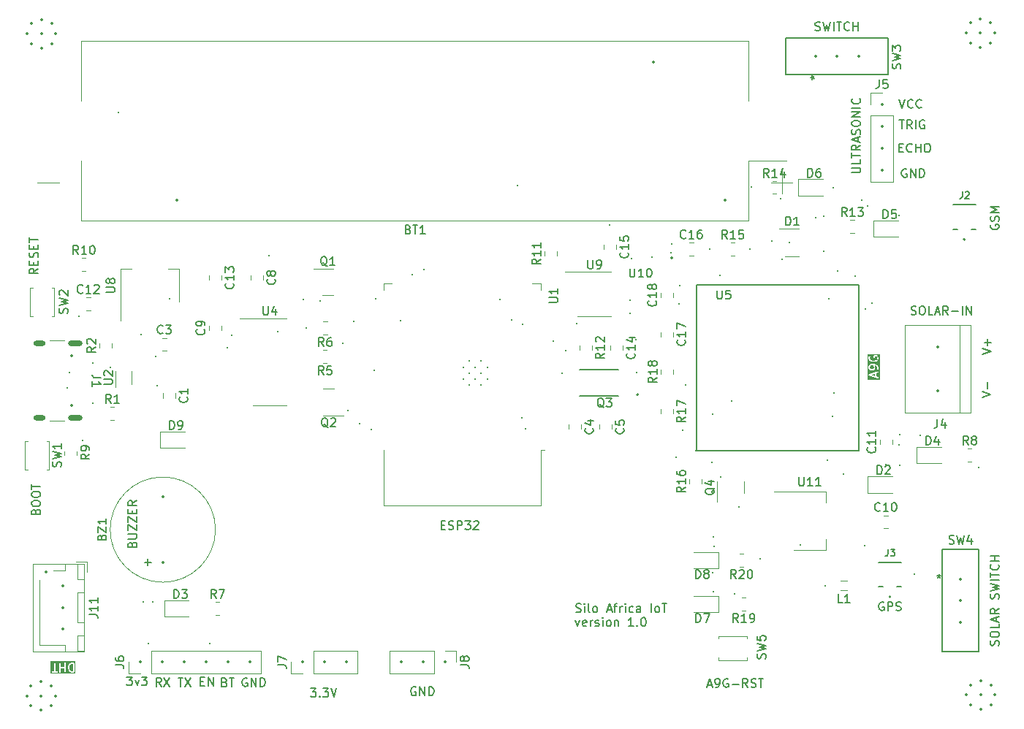
<source format=gbr>
%TF.GenerationSoftware,KiCad,Pcbnew,7.0.8*%
%TF.CreationDate,2024-04-21T21:21:44+03:00*%
%TF.ProjectId,esp32A9G,65737033-3241-4394-972e-6b696361645f,rev?*%
%TF.SameCoordinates,Original*%
%TF.FileFunction,Legend,Top*%
%TF.FilePolarity,Positive*%
%FSLAX46Y46*%
G04 Gerber Fmt 4.6, Leading zero omitted, Abs format (unit mm)*
G04 Created by KiCad (PCBNEW 7.0.8) date 2024-04-21 21:21:44*
%MOMM*%
%LPD*%
G01*
G04 APERTURE LIST*
%ADD10C,0.150000*%
%ADD11C,0.120000*%
%ADD12C,0.152400*%
%ADD13C,0.127000*%
%ADD14C,0.200000*%
%ADD15C,0.300000*%
%ADD16C,0.100000*%
%ADD17C,0.350000*%
%ADD18O,1.400000X0.600000*%
%ADD19O,1.700000X0.600000*%
%ADD20C,0.200000*%
G04 APERTURE END LIST*
D10*
X115269160Y-113302200D02*
X115412017Y-113349819D01*
X115412017Y-113349819D02*
X115650112Y-113349819D01*
X115650112Y-113349819D02*
X115745350Y-113302200D01*
X115745350Y-113302200D02*
X115792969Y-113254580D01*
X115792969Y-113254580D02*
X115840588Y-113159342D01*
X115840588Y-113159342D02*
X115840588Y-113064104D01*
X115840588Y-113064104D02*
X115792969Y-112968866D01*
X115792969Y-112968866D02*
X115745350Y-112921247D01*
X115745350Y-112921247D02*
X115650112Y-112873628D01*
X115650112Y-112873628D02*
X115459636Y-112826009D01*
X115459636Y-112826009D02*
X115364398Y-112778390D01*
X115364398Y-112778390D02*
X115316779Y-112730771D01*
X115316779Y-112730771D02*
X115269160Y-112635533D01*
X115269160Y-112635533D02*
X115269160Y-112540295D01*
X115269160Y-112540295D02*
X115316779Y-112445057D01*
X115316779Y-112445057D02*
X115364398Y-112397438D01*
X115364398Y-112397438D02*
X115459636Y-112349819D01*
X115459636Y-112349819D02*
X115697731Y-112349819D01*
X115697731Y-112349819D02*
X115840588Y-112397438D01*
X116269160Y-113349819D02*
X116269160Y-112683152D01*
X116269160Y-112349819D02*
X116221541Y-112397438D01*
X116221541Y-112397438D02*
X116269160Y-112445057D01*
X116269160Y-112445057D02*
X116316779Y-112397438D01*
X116316779Y-112397438D02*
X116269160Y-112349819D01*
X116269160Y-112349819D02*
X116269160Y-112445057D01*
X116888207Y-113349819D02*
X116792969Y-113302200D01*
X116792969Y-113302200D02*
X116745350Y-113206961D01*
X116745350Y-113206961D02*
X116745350Y-112349819D01*
X117412017Y-113349819D02*
X117316779Y-113302200D01*
X117316779Y-113302200D02*
X117269160Y-113254580D01*
X117269160Y-113254580D02*
X117221541Y-113159342D01*
X117221541Y-113159342D02*
X117221541Y-112873628D01*
X117221541Y-112873628D02*
X117269160Y-112778390D01*
X117269160Y-112778390D02*
X117316779Y-112730771D01*
X117316779Y-112730771D02*
X117412017Y-112683152D01*
X117412017Y-112683152D02*
X117554874Y-112683152D01*
X117554874Y-112683152D02*
X117650112Y-112730771D01*
X117650112Y-112730771D02*
X117697731Y-112778390D01*
X117697731Y-112778390D02*
X117745350Y-112873628D01*
X117745350Y-112873628D02*
X117745350Y-113159342D01*
X117745350Y-113159342D02*
X117697731Y-113254580D01*
X117697731Y-113254580D02*
X117650112Y-113302200D01*
X117650112Y-113302200D02*
X117554874Y-113349819D01*
X117554874Y-113349819D02*
X117412017Y-113349819D01*
X118888208Y-113064104D02*
X119364398Y-113064104D01*
X118792970Y-113349819D02*
X119126303Y-112349819D01*
X119126303Y-112349819D02*
X119459636Y-113349819D01*
X119650113Y-112683152D02*
X120031065Y-112683152D01*
X119792970Y-113349819D02*
X119792970Y-112492676D01*
X119792970Y-112492676D02*
X119840589Y-112397438D01*
X119840589Y-112397438D02*
X119935827Y-112349819D01*
X119935827Y-112349819D02*
X120031065Y-112349819D01*
X120364399Y-113349819D02*
X120364399Y-112683152D01*
X120364399Y-112873628D02*
X120412018Y-112778390D01*
X120412018Y-112778390D02*
X120459637Y-112730771D01*
X120459637Y-112730771D02*
X120554875Y-112683152D01*
X120554875Y-112683152D02*
X120650113Y-112683152D01*
X120983447Y-113349819D02*
X120983447Y-112683152D01*
X120983447Y-112349819D02*
X120935828Y-112397438D01*
X120935828Y-112397438D02*
X120983447Y-112445057D01*
X120983447Y-112445057D02*
X121031066Y-112397438D01*
X121031066Y-112397438D02*
X120983447Y-112349819D01*
X120983447Y-112349819D02*
X120983447Y-112445057D01*
X121888208Y-113302200D02*
X121792970Y-113349819D01*
X121792970Y-113349819D02*
X121602494Y-113349819D01*
X121602494Y-113349819D02*
X121507256Y-113302200D01*
X121507256Y-113302200D02*
X121459637Y-113254580D01*
X121459637Y-113254580D02*
X121412018Y-113159342D01*
X121412018Y-113159342D02*
X121412018Y-112873628D01*
X121412018Y-112873628D02*
X121459637Y-112778390D01*
X121459637Y-112778390D02*
X121507256Y-112730771D01*
X121507256Y-112730771D02*
X121602494Y-112683152D01*
X121602494Y-112683152D02*
X121792970Y-112683152D01*
X121792970Y-112683152D02*
X121888208Y-112730771D01*
X122745351Y-113349819D02*
X122745351Y-112826009D01*
X122745351Y-112826009D02*
X122697732Y-112730771D01*
X122697732Y-112730771D02*
X122602494Y-112683152D01*
X122602494Y-112683152D02*
X122412018Y-112683152D01*
X122412018Y-112683152D02*
X122316780Y-112730771D01*
X122745351Y-113302200D02*
X122650113Y-113349819D01*
X122650113Y-113349819D02*
X122412018Y-113349819D01*
X122412018Y-113349819D02*
X122316780Y-113302200D01*
X122316780Y-113302200D02*
X122269161Y-113206961D01*
X122269161Y-113206961D02*
X122269161Y-113111723D01*
X122269161Y-113111723D02*
X122316780Y-113016485D01*
X122316780Y-113016485D02*
X122412018Y-112968866D01*
X122412018Y-112968866D02*
X122650113Y-112968866D01*
X122650113Y-112968866D02*
X122745351Y-112921247D01*
X123983447Y-113349819D02*
X123983447Y-112349819D01*
X124602494Y-113349819D02*
X124507256Y-113302200D01*
X124507256Y-113302200D02*
X124459637Y-113254580D01*
X124459637Y-113254580D02*
X124412018Y-113159342D01*
X124412018Y-113159342D02*
X124412018Y-112873628D01*
X124412018Y-112873628D02*
X124459637Y-112778390D01*
X124459637Y-112778390D02*
X124507256Y-112730771D01*
X124507256Y-112730771D02*
X124602494Y-112683152D01*
X124602494Y-112683152D02*
X124745351Y-112683152D01*
X124745351Y-112683152D02*
X124840589Y-112730771D01*
X124840589Y-112730771D02*
X124888208Y-112778390D01*
X124888208Y-112778390D02*
X124935827Y-112873628D01*
X124935827Y-112873628D02*
X124935827Y-113159342D01*
X124935827Y-113159342D02*
X124888208Y-113254580D01*
X124888208Y-113254580D02*
X124840589Y-113302200D01*
X124840589Y-113302200D02*
X124745351Y-113349819D01*
X124745351Y-113349819D02*
X124602494Y-113349819D01*
X125221542Y-112349819D02*
X125792970Y-112349819D01*
X125507256Y-113349819D02*
X125507256Y-112349819D01*
X115221541Y-114293152D02*
X115459636Y-114959819D01*
X115459636Y-114959819D02*
X115697731Y-114293152D01*
X116459636Y-114912200D02*
X116364398Y-114959819D01*
X116364398Y-114959819D02*
X116173922Y-114959819D01*
X116173922Y-114959819D02*
X116078684Y-114912200D01*
X116078684Y-114912200D02*
X116031065Y-114816961D01*
X116031065Y-114816961D02*
X116031065Y-114436009D01*
X116031065Y-114436009D02*
X116078684Y-114340771D01*
X116078684Y-114340771D02*
X116173922Y-114293152D01*
X116173922Y-114293152D02*
X116364398Y-114293152D01*
X116364398Y-114293152D02*
X116459636Y-114340771D01*
X116459636Y-114340771D02*
X116507255Y-114436009D01*
X116507255Y-114436009D02*
X116507255Y-114531247D01*
X116507255Y-114531247D02*
X116031065Y-114626485D01*
X116935827Y-114959819D02*
X116935827Y-114293152D01*
X116935827Y-114483628D02*
X116983446Y-114388390D01*
X116983446Y-114388390D02*
X117031065Y-114340771D01*
X117031065Y-114340771D02*
X117126303Y-114293152D01*
X117126303Y-114293152D02*
X117221541Y-114293152D01*
X117507256Y-114912200D02*
X117602494Y-114959819D01*
X117602494Y-114959819D02*
X117792970Y-114959819D01*
X117792970Y-114959819D02*
X117888208Y-114912200D01*
X117888208Y-114912200D02*
X117935827Y-114816961D01*
X117935827Y-114816961D02*
X117935827Y-114769342D01*
X117935827Y-114769342D02*
X117888208Y-114674104D01*
X117888208Y-114674104D02*
X117792970Y-114626485D01*
X117792970Y-114626485D02*
X117650113Y-114626485D01*
X117650113Y-114626485D02*
X117554875Y-114578866D01*
X117554875Y-114578866D02*
X117507256Y-114483628D01*
X117507256Y-114483628D02*
X117507256Y-114436009D01*
X117507256Y-114436009D02*
X117554875Y-114340771D01*
X117554875Y-114340771D02*
X117650113Y-114293152D01*
X117650113Y-114293152D02*
X117792970Y-114293152D01*
X117792970Y-114293152D02*
X117888208Y-114340771D01*
X118364399Y-114959819D02*
X118364399Y-114293152D01*
X118364399Y-113959819D02*
X118316780Y-114007438D01*
X118316780Y-114007438D02*
X118364399Y-114055057D01*
X118364399Y-114055057D02*
X118412018Y-114007438D01*
X118412018Y-114007438D02*
X118364399Y-113959819D01*
X118364399Y-113959819D02*
X118364399Y-114055057D01*
X118983446Y-114959819D02*
X118888208Y-114912200D01*
X118888208Y-114912200D02*
X118840589Y-114864580D01*
X118840589Y-114864580D02*
X118792970Y-114769342D01*
X118792970Y-114769342D02*
X118792970Y-114483628D01*
X118792970Y-114483628D02*
X118840589Y-114388390D01*
X118840589Y-114388390D02*
X118888208Y-114340771D01*
X118888208Y-114340771D02*
X118983446Y-114293152D01*
X118983446Y-114293152D02*
X119126303Y-114293152D01*
X119126303Y-114293152D02*
X119221541Y-114340771D01*
X119221541Y-114340771D02*
X119269160Y-114388390D01*
X119269160Y-114388390D02*
X119316779Y-114483628D01*
X119316779Y-114483628D02*
X119316779Y-114769342D01*
X119316779Y-114769342D02*
X119269160Y-114864580D01*
X119269160Y-114864580D02*
X119221541Y-114912200D01*
X119221541Y-114912200D02*
X119126303Y-114959819D01*
X119126303Y-114959819D02*
X118983446Y-114959819D01*
X119745351Y-114293152D02*
X119745351Y-114959819D01*
X119745351Y-114388390D02*
X119792970Y-114340771D01*
X119792970Y-114340771D02*
X119888208Y-114293152D01*
X119888208Y-114293152D02*
X120031065Y-114293152D01*
X120031065Y-114293152D02*
X120126303Y-114340771D01*
X120126303Y-114340771D02*
X120173922Y-114436009D01*
X120173922Y-114436009D02*
X120173922Y-114959819D01*
X121935827Y-114959819D02*
X121364399Y-114959819D01*
X121650113Y-114959819D02*
X121650113Y-113959819D01*
X121650113Y-113959819D02*
X121554875Y-114102676D01*
X121554875Y-114102676D02*
X121459637Y-114197914D01*
X121459637Y-114197914D02*
X121364399Y-114245533D01*
X122364399Y-114864580D02*
X122412018Y-114912200D01*
X122412018Y-114912200D02*
X122364399Y-114959819D01*
X122364399Y-114959819D02*
X122316780Y-114912200D01*
X122316780Y-114912200D02*
X122364399Y-114864580D01*
X122364399Y-114864580D02*
X122364399Y-114959819D01*
X123031065Y-113959819D02*
X123126303Y-113959819D01*
X123126303Y-113959819D02*
X123221541Y-114007438D01*
X123221541Y-114007438D02*
X123269160Y-114055057D01*
X123269160Y-114055057D02*
X123316779Y-114150295D01*
X123316779Y-114150295D02*
X123364398Y-114340771D01*
X123364398Y-114340771D02*
X123364398Y-114578866D01*
X123364398Y-114578866D02*
X123316779Y-114769342D01*
X123316779Y-114769342D02*
X123269160Y-114864580D01*
X123269160Y-114864580D02*
X123221541Y-114912200D01*
X123221541Y-114912200D02*
X123126303Y-114959819D01*
X123126303Y-114959819D02*
X123031065Y-114959819D01*
X123031065Y-114959819D02*
X122935827Y-114912200D01*
X122935827Y-114912200D02*
X122888208Y-114864580D01*
X122888208Y-114864580D02*
X122840589Y-114769342D01*
X122840589Y-114769342D02*
X122792970Y-114578866D01*
X122792970Y-114578866D02*
X122792970Y-114340771D01*
X122792970Y-114340771D02*
X122840589Y-114150295D01*
X122840589Y-114150295D02*
X122888208Y-114055057D01*
X122888208Y-114055057D02*
X122935827Y-114007438D01*
X122935827Y-114007438D02*
X123031065Y-113959819D01*
G36*
X149877104Y-85966782D02*
G01*
X149474989Y-85832744D01*
X149877104Y-85698705D01*
X149877104Y-85966782D01*
G37*
G36*
X149717201Y-84751526D02*
G01*
X149747608Y-84781933D01*
X149781866Y-84850449D01*
X149781866Y-85005515D01*
X149747608Y-85074031D01*
X149717201Y-85104438D01*
X149648685Y-85138696D01*
X149446000Y-85138696D01*
X149377484Y-85104438D01*
X149347077Y-85074031D01*
X149312819Y-85005515D01*
X149312819Y-84850449D01*
X149347077Y-84781933D01*
X149377484Y-84751526D01*
X149446000Y-84717268D01*
X149648685Y-84717268D01*
X149717201Y-84751526D01*
G37*
G36*
X150455676Y-86380085D02*
G01*
X149019962Y-86380085D01*
X149019962Y-85843745D01*
X149163630Y-85843745D01*
X149164658Y-85845644D01*
X149164342Y-85847780D01*
X149176760Y-85867993D01*
X149188059Y-85888859D01*
X149190066Y-85889652D01*
X149191197Y-85891492D01*
X149214102Y-85903895D01*
X150214102Y-86237228D01*
X150265385Y-86235827D01*
X150303771Y-86201789D01*
X150311296Y-86151041D01*
X150284441Y-86107328D01*
X150261536Y-86094926D01*
X150027104Y-86016782D01*
X150027104Y-85648705D01*
X150261536Y-85570562D01*
X150301722Y-85538671D01*
X150312008Y-85488410D01*
X150287579Y-85443296D01*
X150239867Y-85424439D01*
X150214102Y-85428260D01*
X149214102Y-85761593D01*
X149212410Y-85762935D01*
X149210252Y-85762994D01*
X149192490Y-85778743D01*
X149173916Y-85793484D01*
X149173483Y-85795597D01*
X149171867Y-85797031D01*
X149168386Y-85820501D01*
X149163630Y-85843745D01*
X149019962Y-85843745D01*
X149019962Y-85023220D01*
X149162819Y-85023220D01*
X149164352Y-85027433D01*
X149163311Y-85031794D01*
X149170737Y-85056761D01*
X149218356Y-85151999D01*
X149219545Y-85153124D01*
X149232405Y-85171491D01*
X149280024Y-85219110D01*
X149281505Y-85219801D01*
X149299516Y-85233159D01*
X149394754Y-85280778D01*
X149399207Y-85281290D01*
X149402643Y-85284173D01*
X149428295Y-85288696D01*
X149666390Y-85288696D01*
X149670603Y-85287162D01*
X149674964Y-85288204D01*
X149699931Y-85280778D01*
X149795169Y-85233159D01*
X149796294Y-85231969D01*
X149814661Y-85219110D01*
X149862280Y-85171491D01*
X149862971Y-85170009D01*
X149876329Y-85151999D01*
X149923948Y-85056761D01*
X149924460Y-85052307D01*
X149927343Y-85048872D01*
X149931866Y-85023220D01*
X149931866Y-84832744D01*
X149930332Y-84828530D01*
X149931374Y-84824169D01*
X149923948Y-84799203D01*
X149894833Y-84740973D01*
X149968929Y-84759497D01*
X150094798Y-84843409D01*
X150128561Y-84877171D01*
X150162819Y-84945687D01*
X150162819Y-85118458D01*
X150180366Y-85166667D01*
X150224795Y-85192319D01*
X150275319Y-85183410D01*
X150308296Y-85144110D01*
X150312819Y-85118458D01*
X150312819Y-84927982D01*
X150311285Y-84923768D01*
X150312327Y-84919407D01*
X150304901Y-84894441D01*
X150257282Y-84799203D01*
X150256094Y-84798078D01*
X150243232Y-84779710D01*
X150195612Y-84732091D01*
X150192446Y-84730614D01*
X150184183Y-84722721D01*
X150041326Y-84627483D01*
X150040904Y-84627380D01*
X150017913Y-84617126D01*
X149827437Y-84569507D01*
X149823988Y-84569867D01*
X149809247Y-84567268D01*
X149428295Y-84567268D01*
X149424081Y-84568801D01*
X149419720Y-84567760D01*
X149394754Y-84575186D01*
X149299516Y-84622805D01*
X149298390Y-84623994D01*
X149280024Y-84636854D01*
X149232405Y-84684473D01*
X149231714Y-84685954D01*
X149218356Y-84703965D01*
X149170737Y-84799203D01*
X149170224Y-84803656D01*
X149167342Y-84807092D01*
X149162819Y-84832744D01*
X149162819Y-85023220D01*
X149019962Y-85023220D01*
X149019962Y-83927982D01*
X149162819Y-83927982D01*
X149163379Y-83929520D01*
X149166668Y-83951699D01*
X149214287Y-84094556D01*
X149217074Y-84098068D01*
X149217465Y-84102535D01*
X149232405Y-84123872D01*
X149327643Y-84219110D01*
X149329124Y-84219800D01*
X149347135Y-84233159D01*
X149442373Y-84280778D01*
X149445901Y-84281184D01*
X149457724Y-84286457D01*
X149648200Y-84334076D01*
X149651648Y-84333715D01*
X149666390Y-84336315D01*
X149809247Y-84336315D01*
X149812504Y-84335129D01*
X149827437Y-84334076D01*
X150017913Y-84286457D01*
X150020857Y-84284468D01*
X150033264Y-84280778D01*
X150128502Y-84233159D01*
X150129625Y-84231972D01*
X150147994Y-84219110D01*
X150243233Y-84123872D01*
X150245128Y-84119807D01*
X150248948Y-84117461D01*
X150261351Y-84094556D01*
X150308970Y-83951700D01*
X150308925Y-83950064D01*
X150312819Y-83927982D01*
X150312819Y-83832744D01*
X150312259Y-83831206D01*
X150308970Y-83809026D01*
X150261351Y-83666170D01*
X150258563Y-83662658D01*
X150258173Y-83658190D01*
X150243232Y-83636853D01*
X150195612Y-83589234D01*
X150180774Y-83582315D01*
X150168232Y-83571791D01*
X150152104Y-83568947D01*
X150149116Y-83567554D01*
X150147165Y-83568076D01*
X150142580Y-83567268D01*
X149809247Y-83567268D01*
X149790938Y-83573931D01*
X149771747Y-83577316D01*
X149767396Y-83582500D01*
X149761038Y-83584815D01*
X149751295Y-83601688D01*
X149738770Y-83616616D01*
X149737052Y-83626358D01*
X149735386Y-83629244D01*
X149735964Y-83632526D01*
X149734247Y-83642268D01*
X149734247Y-83832744D01*
X149751794Y-83880953D01*
X149796223Y-83906605D01*
X149846747Y-83897696D01*
X149879724Y-83858396D01*
X149884247Y-83832744D01*
X149884247Y-83717268D01*
X150111514Y-83717268D01*
X150124648Y-83730401D01*
X150162819Y-83844914D01*
X150162819Y-83915812D01*
X150124648Y-84030324D01*
X150050534Y-84104437D01*
X149973547Y-84142931D01*
X149800013Y-84186315D01*
X149675624Y-84186315D01*
X149502090Y-84142931D01*
X149425103Y-84104438D01*
X149350990Y-84030325D01*
X149312819Y-83915811D01*
X149312819Y-83802830D01*
X149352520Y-83723428D01*
X149358385Y-83672462D01*
X149330119Y-83629649D01*
X149280944Y-83615022D01*
X149233873Y-83635425D01*
X149218356Y-83656346D01*
X149170737Y-83751584D01*
X149170224Y-83756037D01*
X149167342Y-83759473D01*
X149162819Y-83785125D01*
X149162819Y-83927982D01*
X149019962Y-83927982D01*
X149019962Y-83424411D01*
X150455676Y-83424411D01*
X150455676Y-86380085D01*
G37*
X154089160Y-78812200D02*
X154232017Y-78859819D01*
X154232017Y-78859819D02*
X154470112Y-78859819D01*
X154470112Y-78859819D02*
X154565350Y-78812200D01*
X154565350Y-78812200D02*
X154612969Y-78764580D01*
X154612969Y-78764580D02*
X154660588Y-78669342D01*
X154660588Y-78669342D02*
X154660588Y-78574104D01*
X154660588Y-78574104D02*
X154612969Y-78478866D01*
X154612969Y-78478866D02*
X154565350Y-78431247D01*
X154565350Y-78431247D02*
X154470112Y-78383628D01*
X154470112Y-78383628D02*
X154279636Y-78336009D01*
X154279636Y-78336009D02*
X154184398Y-78288390D01*
X154184398Y-78288390D02*
X154136779Y-78240771D01*
X154136779Y-78240771D02*
X154089160Y-78145533D01*
X154089160Y-78145533D02*
X154089160Y-78050295D01*
X154089160Y-78050295D02*
X154136779Y-77955057D01*
X154136779Y-77955057D02*
X154184398Y-77907438D01*
X154184398Y-77907438D02*
X154279636Y-77859819D01*
X154279636Y-77859819D02*
X154517731Y-77859819D01*
X154517731Y-77859819D02*
X154660588Y-77907438D01*
X155279636Y-77859819D02*
X155470112Y-77859819D01*
X155470112Y-77859819D02*
X155565350Y-77907438D01*
X155565350Y-77907438D02*
X155660588Y-78002676D01*
X155660588Y-78002676D02*
X155708207Y-78193152D01*
X155708207Y-78193152D02*
X155708207Y-78526485D01*
X155708207Y-78526485D02*
X155660588Y-78716961D01*
X155660588Y-78716961D02*
X155565350Y-78812200D01*
X155565350Y-78812200D02*
X155470112Y-78859819D01*
X155470112Y-78859819D02*
X155279636Y-78859819D01*
X155279636Y-78859819D02*
X155184398Y-78812200D01*
X155184398Y-78812200D02*
X155089160Y-78716961D01*
X155089160Y-78716961D02*
X155041541Y-78526485D01*
X155041541Y-78526485D02*
X155041541Y-78193152D01*
X155041541Y-78193152D02*
X155089160Y-78002676D01*
X155089160Y-78002676D02*
X155184398Y-77907438D01*
X155184398Y-77907438D02*
X155279636Y-77859819D01*
X156612969Y-78859819D02*
X156136779Y-78859819D01*
X156136779Y-78859819D02*
X156136779Y-77859819D01*
X156898684Y-78574104D02*
X157374874Y-78574104D01*
X156803446Y-78859819D02*
X157136779Y-77859819D01*
X157136779Y-77859819D02*
X157470112Y-78859819D01*
X158374874Y-78859819D02*
X158041541Y-78383628D01*
X157803446Y-78859819D02*
X157803446Y-77859819D01*
X157803446Y-77859819D02*
X158184398Y-77859819D01*
X158184398Y-77859819D02*
X158279636Y-77907438D01*
X158279636Y-77907438D02*
X158327255Y-77955057D01*
X158327255Y-77955057D02*
X158374874Y-78050295D01*
X158374874Y-78050295D02*
X158374874Y-78193152D01*
X158374874Y-78193152D02*
X158327255Y-78288390D01*
X158327255Y-78288390D02*
X158279636Y-78336009D01*
X158279636Y-78336009D02*
X158184398Y-78383628D01*
X158184398Y-78383628D02*
X157803446Y-78383628D01*
X158803446Y-78478866D02*
X159565351Y-78478866D01*
X160041541Y-78859819D02*
X160041541Y-77859819D01*
X160517731Y-78859819D02*
X160517731Y-77859819D01*
X160517731Y-77859819D02*
X161089159Y-78859819D01*
X161089159Y-78859819D02*
X161089159Y-77859819D01*
X96710588Y-122057438D02*
X96615350Y-122009819D01*
X96615350Y-122009819D02*
X96472493Y-122009819D01*
X96472493Y-122009819D02*
X96329636Y-122057438D01*
X96329636Y-122057438D02*
X96234398Y-122152676D01*
X96234398Y-122152676D02*
X96186779Y-122247914D01*
X96186779Y-122247914D02*
X96139160Y-122438390D01*
X96139160Y-122438390D02*
X96139160Y-122581247D01*
X96139160Y-122581247D02*
X96186779Y-122771723D01*
X96186779Y-122771723D02*
X96234398Y-122866961D01*
X96234398Y-122866961D02*
X96329636Y-122962200D01*
X96329636Y-122962200D02*
X96472493Y-123009819D01*
X96472493Y-123009819D02*
X96567731Y-123009819D01*
X96567731Y-123009819D02*
X96710588Y-122962200D01*
X96710588Y-122962200D02*
X96758207Y-122914580D01*
X96758207Y-122914580D02*
X96758207Y-122581247D01*
X96758207Y-122581247D02*
X96567731Y-122581247D01*
X97186779Y-123009819D02*
X97186779Y-122009819D01*
X97186779Y-122009819D02*
X97758207Y-123009819D01*
X97758207Y-123009819D02*
X97758207Y-122009819D01*
X98234398Y-123009819D02*
X98234398Y-122009819D01*
X98234398Y-122009819D02*
X98472493Y-122009819D01*
X98472493Y-122009819D02*
X98615350Y-122057438D01*
X98615350Y-122057438D02*
X98710588Y-122152676D01*
X98710588Y-122152676D02*
X98758207Y-122247914D01*
X98758207Y-122247914D02*
X98805826Y-122438390D01*
X98805826Y-122438390D02*
X98805826Y-122581247D01*
X98805826Y-122581247D02*
X98758207Y-122771723D01*
X98758207Y-122771723D02*
X98710588Y-122866961D01*
X98710588Y-122866961D02*
X98615350Y-122962200D01*
X98615350Y-122962200D02*
X98472493Y-123009819D01*
X98472493Y-123009819D02*
X98234398Y-123009819D01*
X69183922Y-120999819D02*
X69755350Y-120999819D01*
X69469636Y-121999819D02*
X69469636Y-120999819D01*
X69993446Y-120999819D02*
X70660112Y-121999819D01*
X70660112Y-120999819D02*
X69993446Y-121999819D01*
G36*
X56992220Y-120181180D02*
G01*
X56841295Y-120181180D01*
X56726782Y-120143009D01*
X56652669Y-120068896D01*
X56614175Y-119991909D01*
X56570792Y-119818375D01*
X56570792Y-119693986D01*
X56614175Y-119520452D01*
X56652669Y-119443465D01*
X56726781Y-119369352D01*
X56841296Y-119331180D01*
X56992220Y-119331180D01*
X56992220Y-120181180D01*
G37*
G36*
X57285077Y-120474037D02*
G01*
X54374312Y-120474037D01*
X54374312Y-120243156D01*
X54517169Y-120243156D01*
X54526078Y-120293680D01*
X54565378Y-120326657D01*
X54591030Y-120331180D01*
X55162458Y-120331180D01*
X55210667Y-120313633D01*
X55236319Y-120269204D01*
X55234022Y-120256180D01*
X55420792Y-120256180D01*
X55438339Y-120304389D01*
X55482768Y-120330041D01*
X55533292Y-120321132D01*
X55566269Y-120281832D01*
X55570792Y-120256180D01*
X55570792Y-119854990D01*
X55992220Y-119854990D01*
X55992220Y-120256180D01*
X56009767Y-120304389D01*
X56054196Y-120330041D01*
X56104720Y-120321132D01*
X56137697Y-120281832D01*
X56142220Y-120256180D01*
X56142220Y-119827609D01*
X56420792Y-119827609D01*
X56421977Y-119830866D01*
X56423031Y-119845799D01*
X56470650Y-120036275D01*
X56472638Y-120039219D01*
X56476329Y-120051626D01*
X56523948Y-120146864D01*
X56525137Y-120147989D01*
X56537997Y-120166356D01*
X56633235Y-120261594D01*
X56637299Y-120263489D01*
X56639646Y-120267309D01*
X56662551Y-120279712D01*
X56805407Y-120327331D01*
X56807042Y-120327286D01*
X56829125Y-120331180D01*
X57067220Y-120331180D01*
X57085528Y-120324516D01*
X57104720Y-120321132D01*
X57109070Y-120315947D01*
X57115429Y-120313633D01*
X57125171Y-120296759D01*
X57137697Y-120281832D01*
X57139414Y-120272089D01*
X57141081Y-120269204D01*
X57140502Y-120265921D01*
X57142220Y-120256180D01*
X57142220Y-119256180D01*
X57135556Y-119237871D01*
X57132172Y-119218680D01*
X57126987Y-119214329D01*
X57124673Y-119207971D01*
X57107799Y-119198228D01*
X57092872Y-119185703D01*
X57083129Y-119183985D01*
X57080244Y-119182319D01*
X57076961Y-119182897D01*
X57067220Y-119181180D01*
X56829125Y-119181180D01*
X56827586Y-119181740D01*
X56805408Y-119185029D01*
X56662550Y-119232649D01*
X56659039Y-119235435D01*
X56654572Y-119235826D01*
X56633235Y-119250767D01*
X56537997Y-119346005D01*
X56537306Y-119347486D01*
X56523948Y-119365497D01*
X56476329Y-119460735D01*
X56475922Y-119464263D01*
X56470650Y-119476086D01*
X56423031Y-119666562D01*
X56423391Y-119670010D01*
X56420792Y-119684752D01*
X56420792Y-119827609D01*
X56142220Y-119827609D01*
X56142220Y-119256180D01*
X56124673Y-119207971D01*
X56080244Y-119182319D01*
X56029720Y-119191228D01*
X55996743Y-119230528D01*
X55992220Y-119256180D01*
X55992220Y-119704990D01*
X55570792Y-119704990D01*
X55570792Y-119256180D01*
X55553245Y-119207971D01*
X55508816Y-119182319D01*
X55458292Y-119191228D01*
X55425315Y-119230528D01*
X55420792Y-119256180D01*
X55420792Y-120256180D01*
X55234022Y-120256180D01*
X55227410Y-120218680D01*
X55188110Y-120185703D01*
X55162458Y-120181180D01*
X54951744Y-120181180D01*
X54951744Y-119256180D01*
X54934197Y-119207971D01*
X54889768Y-119182319D01*
X54839244Y-119191228D01*
X54806267Y-119230528D01*
X54801744Y-119256180D01*
X54801744Y-120181180D01*
X54591030Y-120181180D01*
X54542821Y-120198727D01*
X54517169Y-120243156D01*
X54374312Y-120243156D01*
X54374312Y-119038323D01*
X57285077Y-119038323D01*
X57285077Y-120474037D01*
G37*
X99650779Y-103232009D02*
X99984112Y-103232009D01*
X100126969Y-103755819D02*
X99650779Y-103755819D01*
X99650779Y-103755819D02*
X99650779Y-102755819D01*
X99650779Y-102755819D02*
X100126969Y-102755819D01*
X100507922Y-103708200D02*
X100650779Y-103755819D01*
X100650779Y-103755819D02*
X100888874Y-103755819D01*
X100888874Y-103755819D02*
X100984112Y-103708200D01*
X100984112Y-103708200D02*
X101031731Y-103660580D01*
X101031731Y-103660580D02*
X101079350Y-103565342D01*
X101079350Y-103565342D02*
X101079350Y-103470104D01*
X101079350Y-103470104D02*
X101031731Y-103374866D01*
X101031731Y-103374866D02*
X100984112Y-103327247D01*
X100984112Y-103327247D02*
X100888874Y-103279628D01*
X100888874Y-103279628D02*
X100698398Y-103232009D01*
X100698398Y-103232009D02*
X100603160Y-103184390D01*
X100603160Y-103184390D02*
X100555541Y-103136771D01*
X100555541Y-103136771D02*
X100507922Y-103041533D01*
X100507922Y-103041533D02*
X100507922Y-102946295D01*
X100507922Y-102946295D02*
X100555541Y-102851057D01*
X100555541Y-102851057D02*
X100603160Y-102803438D01*
X100603160Y-102803438D02*
X100698398Y-102755819D01*
X100698398Y-102755819D02*
X100936493Y-102755819D01*
X100936493Y-102755819D02*
X101079350Y-102803438D01*
X101507922Y-103755819D02*
X101507922Y-102755819D01*
X101507922Y-102755819D02*
X101888874Y-102755819D01*
X101888874Y-102755819D02*
X101984112Y-102803438D01*
X101984112Y-102803438D02*
X102031731Y-102851057D01*
X102031731Y-102851057D02*
X102079350Y-102946295D01*
X102079350Y-102946295D02*
X102079350Y-103089152D01*
X102079350Y-103089152D02*
X102031731Y-103184390D01*
X102031731Y-103184390D02*
X101984112Y-103232009D01*
X101984112Y-103232009D02*
X101888874Y-103279628D01*
X101888874Y-103279628D02*
X101507922Y-103279628D01*
X102412684Y-102755819D02*
X103031731Y-102755819D01*
X103031731Y-102755819D02*
X102698398Y-103136771D01*
X102698398Y-103136771D02*
X102841255Y-103136771D01*
X102841255Y-103136771D02*
X102936493Y-103184390D01*
X102936493Y-103184390D02*
X102984112Y-103232009D01*
X102984112Y-103232009D02*
X103031731Y-103327247D01*
X103031731Y-103327247D02*
X103031731Y-103565342D01*
X103031731Y-103565342D02*
X102984112Y-103660580D01*
X102984112Y-103660580D02*
X102936493Y-103708200D01*
X102936493Y-103708200D02*
X102841255Y-103755819D01*
X102841255Y-103755819D02*
X102555541Y-103755819D01*
X102555541Y-103755819D02*
X102460303Y-103708200D01*
X102460303Y-103708200D02*
X102412684Y-103660580D01*
X103412684Y-102851057D02*
X103460303Y-102803438D01*
X103460303Y-102803438D02*
X103555541Y-102755819D01*
X103555541Y-102755819D02*
X103793636Y-102755819D01*
X103793636Y-102755819D02*
X103888874Y-102803438D01*
X103888874Y-102803438D02*
X103936493Y-102851057D01*
X103936493Y-102851057D02*
X103984112Y-102946295D01*
X103984112Y-102946295D02*
X103984112Y-103041533D01*
X103984112Y-103041533D02*
X103936493Y-103184390D01*
X103936493Y-103184390D02*
X103365065Y-103755819D01*
X103365065Y-103755819D02*
X103984112Y-103755819D01*
X71786779Y-121386009D02*
X72120112Y-121386009D01*
X72262969Y-121909819D02*
X71786779Y-121909819D01*
X71786779Y-121909819D02*
X71786779Y-120909819D01*
X71786779Y-120909819D02*
X72262969Y-120909819D01*
X72691541Y-121909819D02*
X72691541Y-120909819D01*
X72691541Y-120909819D02*
X73262969Y-121909819D01*
X73262969Y-121909819D02*
X73262969Y-120909819D01*
X67218207Y-121949819D02*
X66884874Y-121473628D01*
X66646779Y-121949819D02*
X66646779Y-120949819D01*
X66646779Y-120949819D02*
X67027731Y-120949819D01*
X67027731Y-120949819D02*
X67122969Y-120997438D01*
X67122969Y-120997438D02*
X67170588Y-121045057D01*
X67170588Y-121045057D02*
X67218207Y-121140295D01*
X67218207Y-121140295D02*
X67218207Y-121283152D01*
X67218207Y-121283152D02*
X67170588Y-121378390D01*
X67170588Y-121378390D02*
X67122969Y-121426009D01*
X67122969Y-121426009D02*
X67027731Y-121473628D01*
X67027731Y-121473628D02*
X66646779Y-121473628D01*
X67551541Y-120949819D02*
X68218207Y-121949819D01*
X68218207Y-120949819D02*
X67551541Y-121949819D01*
X147205819Y-62401220D02*
X148015342Y-62401220D01*
X148015342Y-62401220D02*
X148110580Y-62353601D01*
X148110580Y-62353601D02*
X148158200Y-62305982D01*
X148158200Y-62305982D02*
X148205819Y-62210744D01*
X148205819Y-62210744D02*
X148205819Y-62020268D01*
X148205819Y-62020268D02*
X148158200Y-61925030D01*
X148158200Y-61925030D02*
X148110580Y-61877411D01*
X148110580Y-61877411D02*
X148015342Y-61829792D01*
X148015342Y-61829792D02*
X147205819Y-61829792D01*
X148205819Y-60877411D02*
X148205819Y-61353601D01*
X148205819Y-61353601D02*
X147205819Y-61353601D01*
X147205819Y-60686934D02*
X147205819Y-60115506D01*
X148205819Y-60401220D02*
X147205819Y-60401220D01*
X148205819Y-59210744D02*
X147729628Y-59544077D01*
X148205819Y-59782172D02*
X147205819Y-59782172D01*
X147205819Y-59782172D02*
X147205819Y-59401220D01*
X147205819Y-59401220D02*
X147253438Y-59305982D01*
X147253438Y-59305982D02*
X147301057Y-59258363D01*
X147301057Y-59258363D02*
X147396295Y-59210744D01*
X147396295Y-59210744D02*
X147539152Y-59210744D01*
X147539152Y-59210744D02*
X147634390Y-59258363D01*
X147634390Y-59258363D02*
X147682009Y-59305982D01*
X147682009Y-59305982D02*
X147729628Y-59401220D01*
X147729628Y-59401220D02*
X147729628Y-59782172D01*
X147920104Y-58829791D02*
X147920104Y-58353601D01*
X148205819Y-58925029D02*
X147205819Y-58591696D01*
X147205819Y-58591696D02*
X148205819Y-58258363D01*
X148158200Y-57972648D02*
X148205819Y-57829791D01*
X148205819Y-57829791D02*
X148205819Y-57591696D01*
X148205819Y-57591696D02*
X148158200Y-57496458D01*
X148158200Y-57496458D02*
X148110580Y-57448839D01*
X148110580Y-57448839D02*
X148015342Y-57401220D01*
X148015342Y-57401220D02*
X147920104Y-57401220D01*
X147920104Y-57401220D02*
X147824866Y-57448839D01*
X147824866Y-57448839D02*
X147777247Y-57496458D01*
X147777247Y-57496458D02*
X147729628Y-57591696D01*
X147729628Y-57591696D02*
X147682009Y-57782172D01*
X147682009Y-57782172D02*
X147634390Y-57877410D01*
X147634390Y-57877410D02*
X147586771Y-57925029D01*
X147586771Y-57925029D02*
X147491533Y-57972648D01*
X147491533Y-57972648D02*
X147396295Y-57972648D01*
X147396295Y-57972648D02*
X147301057Y-57925029D01*
X147301057Y-57925029D02*
X147253438Y-57877410D01*
X147253438Y-57877410D02*
X147205819Y-57782172D01*
X147205819Y-57782172D02*
X147205819Y-57544077D01*
X147205819Y-57544077D02*
X147253438Y-57401220D01*
X147205819Y-56782172D02*
X147205819Y-56591696D01*
X147205819Y-56591696D02*
X147253438Y-56496458D01*
X147253438Y-56496458D02*
X147348676Y-56401220D01*
X147348676Y-56401220D02*
X147539152Y-56353601D01*
X147539152Y-56353601D02*
X147872485Y-56353601D01*
X147872485Y-56353601D02*
X148062961Y-56401220D01*
X148062961Y-56401220D02*
X148158200Y-56496458D01*
X148158200Y-56496458D02*
X148205819Y-56591696D01*
X148205819Y-56591696D02*
X148205819Y-56782172D01*
X148205819Y-56782172D02*
X148158200Y-56877410D01*
X148158200Y-56877410D02*
X148062961Y-56972648D01*
X148062961Y-56972648D02*
X147872485Y-57020267D01*
X147872485Y-57020267D02*
X147539152Y-57020267D01*
X147539152Y-57020267D02*
X147348676Y-56972648D01*
X147348676Y-56972648D02*
X147253438Y-56877410D01*
X147253438Y-56877410D02*
X147205819Y-56782172D01*
X148205819Y-55925029D02*
X147205819Y-55925029D01*
X147205819Y-55925029D02*
X148205819Y-55353601D01*
X148205819Y-55353601D02*
X147205819Y-55353601D01*
X148205819Y-54877410D02*
X147205819Y-54877410D01*
X148110580Y-53829792D02*
X148158200Y-53877411D01*
X148158200Y-53877411D02*
X148205819Y-54020268D01*
X148205819Y-54020268D02*
X148205819Y-54115506D01*
X148205819Y-54115506D02*
X148158200Y-54258363D01*
X148158200Y-54258363D02*
X148062961Y-54353601D01*
X148062961Y-54353601D02*
X147967723Y-54401220D01*
X147967723Y-54401220D02*
X147777247Y-54448839D01*
X147777247Y-54448839D02*
X147634390Y-54448839D01*
X147634390Y-54448839D02*
X147443914Y-54401220D01*
X147443914Y-54401220D02*
X147348676Y-54353601D01*
X147348676Y-54353601D02*
X147253438Y-54258363D01*
X147253438Y-54258363D02*
X147205819Y-54115506D01*
X147205819Y-54115506D02*
X147205819Y-54020268D01*
X147205819Y-54020268D02*
X147253438Y-53877411D01*
X147253438Y-53877411D02*
X147301057Y-53829792D01*
X84531541Y-122169819D02*
X85150588Y-122169819D01*
X85150588Y-122169819D02*
X84817255Y-122550771D01*
X84817255Y-122550771D02*
X84960112Y-122550771D01*
X84960112Y-122550771D02*
X85055350Y-122598390D01*
X85055350Y-122598390D02*
X85102969Y-122646009D01*
X85102969Y-122646009D02*
X85150588Y-122741247D01*
X85150588Y-122741247D02*
X85150588Y-122979342D01*
X85150588Y-122979342D02*
X85102969Y-123074580D01*
X85102969Y-123074580D02*
X85055350Y-123122200D01*
X85055350Y-123122200D02*
X84960112Y-123169819D01*
X84960112Y-123169819D02*
X84674398Y-123169819D01*
X84674398Y-123169819D02*
X84579160Y-123122200D01*
X84579160Y-123122200D02*
X84531541Y-123074580D01*
X85579160Y-123074580D02*
X85626779Y-123122200D01*
X85626779Y-123122200D02*
X85579160Y-123169819D01*
X85579160Y-123169819D02*
X85531541Y-123122200D01*
X85531541Y-123122200D02*
X85579160Y-123074580D01*
X85579160Y-123074580D02*
X85579160Y-123169819D01*
X85960112Y-122169819D02*
X86579159Y-122169819D01*
X86579159Y-122169819D02*
X86245826Y-122550771D01*
X86245826Y-122550771D02*
X86388683Y-122550771D01*
X86388683Y-122550771D02*
X86483921Y-122598390D01*
X86483921Y-122598390D02*
X86531540Y-122646009D01*
X86531540Y-122646009D02*
X86579159Y-122741247D01*
X86579159Y-122741247D02*
X86579159Y-122979342D01*
X86579159Y-122979342D02*
X86531540Y-123074580D01*
X86531540Y-123074580D02*
X86483921Y-123122200D01*
X86483921Y-123122200D02*
X86388683Y-123169819D01*
X86388683Y-123169819D02*
X86102969Y-123169819D01*
X86102969Y-123169819D02*
X86007731Y-123122200D01*
X86007731Y-123122200D02*
X85960112Y-123074580D01*
X86864874Y-122169819D02*
X87198207Y-123169819D01*
X87198207Y-123169819D02*
X87531540Y-122169819D01*
X153550588Y-62007438D02*
X153455350Y-61959819D01*
X153455350Y-61959819D02*
X153312493Y-61959819D01*
X153312493Y-61959819D02*
X153169636Y-62007438D01*
X153169636Y-62007438D02*
X153074398Y-62102676D01*
X153074398Y-62102676D02*
X153026779Y-62197914D01*
X153026779Y-62197914D02*
X152979160Y-62388390D01*
X152979160Y-62388390D02*
X152979160Y-62531247D01*
X152979160Y-62531247D02*
X153026779Y-62721723D01*
X153026779Y-62721723D02*
X153074398Y-62816961D01*
X153074398Y-62816961D02*
X153169636Y-62912200D01*
X153169636Y-62912200D02*
X153312493Y-62959819D01*
X153312493Y-62959819D02*
X153407731Y-62959819D01*
X153407731Y-62959819D02*
X153550588Y-62912200D01*
X153550588Y-62912200D02*
X153598207Y-62864580D01*
X153598207Y-62864580D02*
X153598207Y-62531247D01*
X153598207Y-62531247D02*
X153407731Y-62531247D01*
X154026779Y-62959819D02*
X154026779Y-61959819D01*
X154026779Y-61959819D02*
X154598207Y-62959819D01*
X154598207Y-62959819D02*
X154598207Y-61959819D01*
X155074398Y-62959819D02*
X155074398Y-61959819D01*
X155074398Y-61959819D02*
X155312493Y-61959819D01*
X155312493Y-61959819D02*
X155455350Y-62007438D01*
X155455350Y-62007438D02*
X155550588Y-62102676D01*
X155550588Y-62102676D02*
X155598207Y-62197914D01*
X155598207Y-62197914D02*
X155645826Y-62388390D01*
X155645826Y-62388390D02*
X155645826Y-62531247D01*
X155645826Y-62531247D02*
X155598207Y-62721723D01*
X155598207Y-62721723D02*
X155550588Y-62816961D01*
X155550588Y-62816961D02*
X155455350Y-62912200D01*
X155455350Y-62912200D02*
X155312493Y-62959819D01*
X155312493Y-62959819D02*
X155074398Y-62959819D01*
X152703922Y-56299819D02*
X153275350Y-56299819D01*
X152989636Y-57299819D02*
X152989636Y-56299819D01*
X154180112Y-57299819D02*
X153846779Y-56823628D01*
X153608684Y-57299819D02*
X153608684Y-56299819D01*
X153608684Y-56299819D02*
X153989636Y-56299819D01*
X153989636Y-56299819D02*
X154084874Y-56347438D01*
X154084874Y-56347438D02*
X154132493Y-56395057D01*
X154132493Y-56395057D02*
X154180112Y-56490295D01*
X154180112Y-56490295D02*
X154180112Y-56633152D01*
X154180112Y-56633152D02*
X154132493Y-56728390D01*
X154132493Y-56728390D02*
X154084874Y-56776009D01*
X154084874Y-56776009D02*
X153989636Y-56823628D01*
X153989636Y-56823628D02*
X153608684Y-56823628D01*
X154608684Y-57299819D02*
X154608684Y-56299819D01*
X155608683Y-56347438D02*
X155513445Y-56299819D01*
X155513445Y-56299819D02*
X155370588Y-56299819D01*
X155370588Y-56299819D02*
X155227731Y-56347438D01*
X155227731Y-56347438D02*
X155132493Y-56442676D01*
X155132493Y-56442676D02*
X155084874Y-56537914D01*
X155084874Y-56537914D02*
X155037255Y-56728390D01*
X155037255Y-56728390D02*
X155037255Y-56871247D01*
X155037255Y-56871247D02*
X155084874Y-57061723D01*
X155084874Y-57061723D02*
X155132493Y-57156961D01*
X155132493Y-57156961D02*
X155227731Y-57252200D01*
X155227731Y-57252200D02*
X155370588Y-57299819D01*
X155370588Y-57299819D02*
X155465826Y-57299819D01*
X155465826Y-57299819D02*
X155608683Y-57252200D01*
X155608683Y-57252200D02*
X155656302Y-57204580D01*
X155656302Y-57204580D02*
X155656302Y-56871247D01*
X155656302Y-56871247D02*
X155465826Y-56871247D01*
X150910588Y-112207438D02*
X150815350Y-112159819D01*
X150815350Y-112159819D02*
X150672493Y-112159819D01*
X150672493Y-112159819D02*
X150529636Y-112207438D01*
X150529636Y-112207438D02*
X150434398Y-112302676D01*
X150434398Y-112302676D02*
X150386779Y-112397914D01*
X150386779Y-112397914D02*
X150339160Y-112588390D01*
X150339160Y-112588390D02*
X150339160Y-112731247D01*
X150339160Y-112731247D02*
X150386779Y-112921723D01*
X150386779Y-112921723D02*
X150434398Y-113016961D01*
X150434398Y-113016961D02*
X150529636Y-113112200D01*
X150529636Y-113112200D02*
X150672493Y-113159819D01*
X150672493Y-113159819D02*
X150767731Y-113159819D01*
X150767731Y-113159819D02*
X150910588Y-113112200D01*
X150910588Y-113112200D02*
X150958207Y-113064580D01*
X150958207Y-113064580D02*
X150958207Y-112731247D01*
X150958207Y-112731247D02*
X150767731Y-112731247D01*
X151386779Y-113159819D02*
X151386779Y-112159819D01*
X151386779Y-112159819D02*
X151767731Y-112159819D01*
X151767731Y-112159819D02*
X151862969Y-112207438D01*
X151862969Y-112207438D02*
X151910588Y-112255057D01*
X151910588Y-112255057D02*
X151958207Y-112350295D01*
X151958207Y-112350295D02*
X151958207Y-112493152D01*
X151958207Y-112493152D02*
X151910588Y-112588390D01*
X151910588Y-112588390D02*
X151862969Y-112636009D01*
X151862969Y-112636009D02*
X151767731Y-112683628D01*
X151767731Y-112683628D02*
X151386779Y-112683628D01*
X152339160Y-113112200D02*
X152482017Y-113159819D01*
X152482017Y-113159819D02*
X152720112Y-113159819D01*
X152720112Y-113159819D02*
X152815350Y-113112200D01*
X152815350Y-113112200D02*
X152862969Y-113064580D01*
X152862969Y-113064580D02*
X152910588Y-112969342D01*
X152910588Y-112969342D02*
X152910588Y-112874104D01*
X152910588Y-112874104D02*
X152862969Y-112778866D01*
X152862969Y-112778866D02*
X152815350Y-112731247D01*
X152815350Y-112731247D02*
X152720112Y-112683628D01*
X152720112Y-112683628D02*
X152529636Y-112636009D01*
X152529636Y-112636009D02*
X152434398Y-112588390D01*
X152434398Y-112588390D02*
X152386779Y-112540771D01*
X152386779Y-112540771D02*
X152339160Y-112445533D01*
X152339160Y-112445533D02*
X152339160Y-112350295D01*
X152339160Y-112350295D02*
X152386779Y-112255057D01*
X152386779Y-112255057D02*
X152434398Y-112207438D01*
X152434398Y-112207438D02*
X152529636Y-112159819D01*
X152529636Y-112159819D02*
X152767731Y-112159819D01*
X152767731Y-112159819D02*
X152910588Y-112207438D01*
X162329819Y-83466077D02*
X163329819Y-83132744D01*
X163329819Y-83132744D02*
X162329819Y-82799411D01*
X162948866Y-82466077D02*
X162948866Y-81704173D01*
X163329819Y-82085125D02*
X162567914Y-82085125D01*
X74570112Y-121476009D02*
X74712969Y-121523628D01*
X74712969Y-121523628D02*
X74760588Y-121571247D01*
X74760588Y-121571247D02*
X74808207Y-121666485D01*
X74808207Y-121666485D02*
X74808207Y-121809342D01*
X74808207Y-121809342D02*
X74760588Y-121904580D01*
X74760588Y-121904580D02*
X74712969Y-121952200D01*
X74712969Y-121952200D02*
X74617731Y-121999819D01*
X74617731Y-121999819D02*
X74236779Y-121999819D01*
X74236779Y-121999819D02*
X74236779Y-120999819D01*
X74236779Y-120999819D02*
X74570112Y-120999819D01*
X74570112Y-120999819D02*
X74665350Y-121047438D01*
X74665350Y-121047438D02*
X74712969Y-121095057D01*
X74712969Y-121095057D02*
X74760588Y-121190295D01*
X74760588Y-121190295D02*
X74760588Y-121285533D01*
X74760588Y-121285533D02*
X74712969Y-121380771D01*
X74712969Y-121380771D02*
X74665350Y-121428390D01*
X74665350Y-121428390D02*
X74570112Y-121476009D01*
X74570112Y-121476009D02*
X74236779Y-121476009D01*
X75093922Y-120999819D02*
X75665350Y-120999819D01*
X75379636Y-121999819D02*
X75379636Y-120999819D01*
X164212200Y-117200839D02*
X164259819Y-117057982D01*
X164259819Y-117057982D02*
X164259819Y-116819887D01*
X164259819Y-116819887D02*
X164212200Y-116724649D01*
X164212200Y-116724649D02*
X164164580Y-116677030D01*
X164164580Y-116677030D02*
X164069342Y-116629411D01*
X164069342Y-116629411D02*
X163974104Y-116629411D01*
X163974104Y-116629411D02*
X163878866Y-116677030D01*
X163878866Y-116677030D02*
X163831247Y-116724649D01*
X163831247Y-116724649D02*
X163783628Y-116819887D01*
X163783628Y-116819887D02*
X163736009Y-117010363D01*
X163736009Y-117010363D02*
X163688390Y-117105601D01*
X163688390Y-117105601D02*
X163640771Y-117153220D01*
X163640771Y-117153220D02*
X163545533Y-117200839D01*
X163545533Y-117200839D02*
X163450295Y-117200839D01*
X163450295Y-117200839D02*
X163355057Y-117153220D01*
X163355057Y-117153220D02*
X163307438Y-117105601D01*
X163307438Y-117105601D02*
X163259819Y-117010363D01*
X163259819Y-117010363D02*
X163259819Y-116772268D01*
X163259819Y-116772268D02*
X163307438Y-116629411D01*
X163259819Y-116010363D02*
X163259819Y-115819887D01*
X163259819Y-115819887D02*
X163307438Y-115724649D01*
X163307438Y-115724649D02*
X163402676Y-115629411D01*
X163402676Y-115629411D02*
X163593152Y-115581792D01*
X163593152Y-115581792D02*
X163926485Y-115581792D01*
X163926485Y-115581792D02*
X164116961Y-115629411D01*
X164116961Y-115629411D02*
X164212200Y-115724649D01*
X164212200Y-115724649D02*
X164259819Y-115819887D01*
X164259819Y-115819887D02*
X164259819Y-116010363D01*
X164259819Y-116010363D02*
X164212200Y-116105601D01*
X164212200Y-116105601D02*
X164116961Y-116200839D01*
X164116961Y-116200839D02*
X163926485Y-116248458D01*
X163926485Y-116248458D02*
X163593152Y-116248458D01*
X163593152Y-116248458D02*
X163402676Y-116200839D01*
X163402676Y-116200839D02*
X163307438Y-116105601D01*
X163307438Y-116105601D02*
X163259819Y-116010363D01*
X164259819Y-114677030D02*
X164259819Y-115153220D01*
X164259819Y-115153220D02*
X163259819Y-115153220D01*
X163974104Y-114391315D02*
X163974104Y-113915125D01*
X164259819Y-114486553D02*
X163259819Y-114153220D01*
X163259819Y-114153220D02*
X164259819Y-113819887D01*
X164259819Y-112915125D02*
X163783628Y-113248458D01*
X164259819Y-113486553D02*
X163259819Y-113486553D01*
X163259819Y-113486553D02*
X163259819Y-113105601D01*
X163259819Y-113105601D02*
X163307438Y-113010363D01*
X163307438Y-113010363D02*
X163355057Y-112962744D01*
X163355057Y-112962744D02*
X163450295Y-112915125D01*
X163450295Y-112915125D02*
X163593152Y-112915125D01*
X163593152Y-112915125D02*
X163688390Y-112962744D01*
X163688390Y-112962744D02*
X163736009Y-113010363D01*
X163736009Y-113010363D02*
X163783628Y-113105601D01*
X163783628Y-113105601D02*
X163783628Y-113486553D01*
X164212200Y-111772267D02*
X164259819Y-111629410D01*
X164259819Y-111629410D02*
X164259819Y-111391315D01*
X164259819Y-111391315D02*
X164212200Y-111296077D01*
X164212200Y-111296077D02*
X164164580Y-111248458D01*
X164164580Y-111248458D02*
X164069342Y-111200839D01*
X164069342Y-111200839D02*
X163974104Y-111200839D01*
X163974104Y-111200839D02*
X163878866Y-111248458D01*
X163878866Y-111248458D02*
X163831247Y-111296077D01*
X163831247Y-111296077D02*
X163783628Y-111391315D01*
X163783628Y-111391315D02*
X163736009Y-111581791D01*
X163736009Y-111581791D02*
X163688390Y-111677029D01*
X163688390Y-111677029D02*
X163640771Y-111724648D01*
X163640771Y-111724648D02*
X163545533Y-111772267D01*
X163545533Y-111772267D02*
X163450295Y-111772267D01*
X163450295Y-111772267D02*
X163355057Y-111724648D01*
X163355057Y-111724648D02*
X163307438Y-111677029D01*
X163307438Y-111677029D02*
X163259819Y-111581791D01*
X163259819Y-111581791D02*
X163259819Y-111343696D01*
X163259819Y-111343696D02*
X163307438Y-111200839D01*
X163259819Y-110867505D02*
X164259819Y-110629410D01*
X164259819Y-110629410D02*
X163545533Y-110438934D01*
X163545533Y-110438934D02*
X164259819Y-110248458D01*
X164259819Y-110248458D02*
X163259819Y-110010363D01*
X164259819Y-109629410D02*
X163259819Y-109629410D01*
X163259819Y-109296077D02*
X163259819Y-108724649D01*
X164259819Y-109010363D02*
X163259819Y-109010363D01*
X164164580Y-107819887D02*
X164212200Y-107867506D01*
X164212200Y-107867506D02*
X164259819Y-108010363D01*
X164259819Y-108010363D02*
X164259819Y-108105601D01*
X164259819Y-108105601D02*
X164212200Y-108248458D01*
X164212200Y-108248458D02*
X164116961Y-108343696D01*
X164116961Y-108343696D02*
X164021723Y-108391315D01*
X164021723Y-108391315D02*
X163831247Y-108438934D01*
X163831247Y-108438934D02*
X163688390Y-108438934D01*
X163688390Y-108438934D02*
X163497914Y-108391315D01*
X163497914Y-108391315D02*
X163402676Y-108343696D01*
X163402676Y-108343696D02*
X163307438Y-108248458D01*
X163307438Y-108248458D02*
X163259819Y-108105601D01*
X163259819Y-108105601D02*
X163259819Y-108010363D01*
X163259819Y-108010363D02*
X163307438Y-107867506D01*
X163307438Y-107867506D02*
X163355057Y-107819887D01*
X164259819Y-107391315D02*
X163259819Y-107391315D01*
X163736009Y-107391315D02*
X163736009Y-106819887D01*
X164259819Y-106819887D02*
X163259819Y-106819887D01*
X162299819Y-88406077D02*
X163299819Y-88072744D01*
X163299819Y-88072744D02*
X162299819Y-87739411D01*
X162918866Y-87406077D02*
X162918866Y-86644173D01*
X142989160Y-45892200D02*
X143132017Y-45939819D01*
X143132017Y-45939819D02*
X143370112Y-45939819D01*
X143370112Y-45939819D02*
X143465350Y-45892200D01*
X143465350Y-45892200D02*
X143512969Y-45844580D01*
X143512969Y-45844580D02*
X143560588Y-45749342D01*
X143560588Y-45749342D02*
X143560588Y-45654104D01*
X143560588Y-45654104D02*
X143512969Y-45558866D01*
X143512969Y-45558866D02*
X143465350Y-45511247D01*
X143465350Y-45511247D02*
X143370112Y-45463628D01*
X143370112Y-45463628D02*
X143179636Y-45416009D01*
X143179636Y-45416009D02*
X143084398Y-45368390D01*
X143084398Y-45368390D02*
X143036779Y-45320771D01*
X143036779Y-45320771D02*
X142989160Y-45225533D01*
X142989160Y-45225533D02*
X142989160Y-45130295D01*
X142989160Y-45130295D02*
X143036779Y-45035057D01*
X143036779Y-45035057D02*
X143084398Y-44987438D01*
X143084398Y-44987438D02*
X143179636Y-44939819D01*
X143179636Y-44939819D02*
X143417731Y-44939819D01*
X143417731Y-44939819D02*
X143560588Y-44987438D01*
X143893922Y-44939819D02*
X144132017Y-45939819D01*
X144132017Y-45939819D02*
X144322493Y-45225533D01*
X144322493Y-45225533D02*
X144512969Y-45939819D01*
X144512969Y-45939819D02*
X144751065Y-44939819D01*
X145132017Y-45939819D02*
X145132017Y-44939819D01*
X145465350Y-44939819D02*
X146036778Y-44939819D01*
X145751064Y-45939819D02*
X145751064Y-44939819D01*
X146941540Y-45844580D02*
X146893921Y-45892200D01*
X146893921Y-45892200D02*
X146751064Y-45939819D01*
X146751064Y-45939819D02*
X146655826Y-45939819D01*
X146655826Y-45939819D02*
X146512969Y-45892200D01*
X146512969Y-45892200D02*
X146417731Y-45796961D01*
X146417731Y-45796961D02*
X146370112Y-45701723D01*
X146370112Y-45701723D02*
X146322493Y-45511247D01*
X146322493Y-45511247D02*
X146322493Y-45368390D01*
X146322493Y-45368390D02*
X146370112Y-45177914D01*
X146370112Y-45177914D02*
X146417731Y-45082676D01*
X146417731Y-45082676D02*
X146512969Y-44987438D01*
X146512969Y-44987438D02*
X146655826Y-44939819D01*
X146655826Y-44939819D02*
X146751064Y-44939819D01*
X146751064Y-44939819D02*
X146893921Y-44987438D01*
X146893921Y-44987438D02*
X146941540Y-45035057D01*
X147370112Y-45939819D02*
X147370112Y-44939819D01*
X147370112Y-45416009D02*
X147941540Y-45416009D01*
X147941540Y-45939819D02*
X147941540Y-44939819D01*
X163327438Y-68439411D02*
X163279819Y-68534649D01*
X163279819Y-68534649D02*
X163279819Y-68677506D01*
X163279819Y-68677506D02*
X163327438Y-68820363D01*
X163327438Y-68820363D02*
X163422676Y-68915601D01*
X163422676Y-68915601D02*
X163517914Y-68963220D01*
X163517914Y-68963220D02*
X163708390Y-69010839D01*
X163708390Y-69010839D02*
X163851247Y-69010839D01*
X163851247Y-69010839D02*
X164041723Y-68963220D01*
X164041723Y-68963220D02*
X164136961Y-68915601D01*
X164136961Y-68915601D02*
X164232200Y-68820363D01*
X164232200Y-68820363D02*
X164279819Y-68677506D01*
X164279819Y-68677506D02*
X164279819Y-68582268D01*
X164279819Y-68582268D02*
X164232200Y-68439411D01*
X164232200Y-68439411D02*
X164184580Y-68391792D01*
X164184580Y-68391792D02*
X163851247Y-68391792D01*
X163851247Y-68391792D02*
X163851247Y-68582268D01*
X164232200Y-68010839D02*
X164279819Y-67867982D01*
X164279819Y-67867982D02*
X164279819Y-67629887D01*
X164279819Y-67629887D02*
X164232200Y-67534649D01*
X164232200Y-67534649D02*
X164184580Y-67487030D01*
X164184580Y-67487030D02*
X164089342Y-67439411D01*
X164089342Y-67439411D02*
X163994104Y-67439411D01*
X163994104Y-67439411D02*
X163898866Y-67487030D01*
X163898866Y-67487030D02*
X163851247Y-67534649D01*
X163851247Y-67534649D02*
X163803628Y-67629887D01*
X163803628Y-67629887D02*
X163756009Y-67820363D01*
X163756009Y-67820363D02*
X163708390Y-67915601D01*
X163708390Y-67915601D02*
X163660771Y-67963220D01*
X163660771Y-67963220D02*
X163565533Y-68010839D01*
X163565533Y-68010839D02*
X163470295Y-68010839D01*
X163470295Y-68010839D02*
X163375057Y-67963220D01*
X163375057Y-67963220D02*
X163327438Y-67915601D01*
X163327438Y-67915601D02*
X163279819Y-67820363D01*
X163279819Y-67820363D02*
X163279819Y-67582268D01*
X163279819Y-67582268D02*
X163327438Y-67439411D01*
X164279819Y-67010839D02*
X163279819Y-67010839D01*
X163279819Y-67010839D02*
X163994104Y-66677506D01*
X163994104Y-66677506D02*
X163279819Y-66344173D01*
X163279819Y-66344173D02*
X164279819Y-66344173D01*
X152713922Y-53909819D02*
X153047255Y-54909819D01*
X153047255Y-54909819D02*
X153380588Y-53909819D01*
X154285350Y-54814580D02*
X154237731Y-54862200D01*
X154237731Y-54862200D02*
X154094874Y-54909819D01*
X154094874Y-54909819D02*
X153999636Y-54909819D01*
X153999636Y-54909819D02*
X153856779Y-54862200D01*
X153856779Y-54862200D02*
X153761541Y-54766961D01*
X153761541Y-54766961D02*
X153713922Y-54671723D01*
X153713922Y-54671723D02*
X153666303Y-54481247D01*
X153666303Y-54481247D02*
X153666303Y-54338390D01*
X153666303Y-54338390D02*
X153713922Y-54147914D01*
X153713922Y-54147914D02*
X153761541Y-54052676D01*
X153761541Y-54052676D02*
X153856779Y-53957438D01*
X153856779Y-53957438D02*
X153999636Y-53909819D01*
X153999636Y-53909819D02*
X154094874Y-53909819D01*
X154094874Y-53909819D02*
X154237731Y-53957438D01*
X154237731Y-53957438D02*
X154285350Y-54005057D01*
X155285350Y-54814580D02*
X155237731Y-54862200D01*
X155237731Y-54862200D02*
X155094874Y-54909819D01*
X155094874Y-54909819D02*
X154999636Y-54909819D01*
X154999636Y-54909819D02*
X154856779Y-54862200D01*
X154856779Y-54862200D02*
X154761541Y-54766961D01*
X154761541Y-54766961D02*
X154713922Y-54671723D01*
X154713922Y-54671723D02*
X154666303Y-54481247D01*
X154666303Y-54481247D02*
X154666303Y-54338390D01*
X154666303Y-54338390D02*
X154713922Y-54147914D01*
X154713922Y-54147914D02*
X154761541Y-54052676D01*
X154761541Y-54052676D02*
X154856779Y-53957438D01*
X154856779Y-53957438D02*
X154999636Y-53909819D01*
X154999636Y-53909819D02*
X155094874Y-53909819D01*
X155094874Y-53909819D02*
X155237731Y-53957438D01*
X155237731Y-53957438D02*
X155285350Y-54005057D01*
X152716779Y-59506009D02*
X153050112Y-59506009D01*
X153192969Y-60029819D02*
X152716779Y-60029819D01*
X152716779Y-60029819D02*
X152716779Y-59029819D01*
X152716779Y-59029819D02*
X153192969Y-59029819D01*
X154192969Y-59934580D02*
X154145350Y-59982200D01*
X154145350Y-59982200D02*
X154002493Y-60029819D01*
X154002493Y-60029819D02*
X153907255Y-60029819D01*
X153907255Y-60029819D02*
X153764398Y-59982200D01*
X153764398Y-59982200D02*
X153669160Y-59886961D01*
X153669160Y-59886961D02*
X153621541Y-59791723D01*
X153621541Y-59791723D02*
X153573922Y-59601247D01*
X153573922Y-59601247D02*
X153573922Y-59458390D01*
X153573922Y-59458390D02*
X153621541Y-59267914D01*
X153621541Y-59267914D02*
X153669160Y-59172676D01*
X153669160Y-59172676D02*
X153764398Y-59077438D01*
X153764398Y-59077438D02*
X153907255Y-59029819D01*
X153907255Y-59029819D02*
X154002493Y-59029819D01*
X154002493Y-59029819D02*
X154145350Y-59077438D01*
X154145350Y-59077438D02*
X154192969Y-59125057D01*
X154621541Y-60029819D02*
X154621541Y-59029819D01*
X154621541Y-59506009D02*
X155192969Y-59506009D01*
X155192969Y-60029819D02*
X155192969Y-59029819D01*
X155859636Y-59029819D02*
X156050112Y-59029819D01*
X156050112Y-59029819D02*
X156145350Y-59077438D01*
X156145350Y-59077438D02*
X156240588Y-59172676D01*
X156240588Y-59172676D02*
X156288207Y-59363152D01*
X156288207Y-59363152D02*
X156288207Y-59696485D01*
X156288207Y-59696485D02*
X156240588Y-59886961D01*
X156240588Y-59886961D02*
X156145350Y-59982200D01*
X156145350Y-59982200D02*
X156050112Y-60029819D01*
X156050112Y-60029819D02*
X155859636Y-60029819D01*
X155859636Y-60029819D02*
X155764398Y-59982200D01*
X155764398Y-59982200D02*
X155669160Y-59886961D01*
X155669160Y-59886961D02*
X155621541Y-59696485D01*
X155621541Y-59696485D02*
X155621541Y-59363152D01*
X155621541Y-59363152D02*
X155669160Y-59172676D01*
X155669160Y-59172676D02*
X155764398Y-59077438D01*
X155764398Y-59077438D02*
X155859636Y-59029819D01*
X77170588Y-121007438D02*
X77075350Y-120959819D01*
X77075350Y-120959819D02*
X76932493Y-120959819D01*
X76932493Y-120959819D02*
X76789636Y-121007438D01*
X76789636Y-121007438D02*
X76694398Y-121102676D01*
X76694398Y-121102676D02*
X76646779Y-121197914D01*
X76646779Y-121197914D02*
X76599160Y-121388390D01*
X76599160Y-121388390D02*
X76599160Y-121531247D01*
X76599160Y-121531247D02*
X76646779Y-121721723D01*
X76646779Y-121721723D02*
X76694398Y-121816961D01*
X76694398Y-121816961D02*
X76789636Y-121912200D01*
X76789636Y-121912200D02*
X76932493Y-121959819D01*
X76932493Y-121959819D02*
X77027731Y-121959819D01*
X77027731Y-121959819D02*
X77170588Y-121912200D01*
X77170588Y-121912200D02*
X77218207Y-121864580D01*
X77218207Y-121864580D02*
X77218207Y-121531247D01*
X77218207Y-121531247D02*
X77027731Y-121531247D01*
X77646779Y-121959819D02*
X77646779Y-120959819D01*
X77646779Y-120959819D02*
X78218207Y-121959819D01*
X78218207Y-121959819D02*
X78218207Y-120959819D01*
X78694398Y-121959819D02*
X78694398Y-120959819D01*
X78694398Y-120959819D02*
X78932493Y-120959819D01*
X78932493Y-120959819D02*
X79075350Y-121007438D01*
X79075350Y-121007438D02*
X79170588Y-121102676D01*
X79170588Y-121102676D02*
X79218207Y-121197914D01*
X79218207Y-121197914D02*
X79265826Y-121388390D01*
X79265826Y-121388390D02*
X79265826Y-121531247D01*
X79265826Y-121531247D02*
X79218207Y-121721723D01*
X79218207Y-121721723D02*
X79170588Y-121816961D01*
X79170588Y-121816961D02*
X79075350Y-121912200D01*
X79075350Y-121912200D02*
X78932493Y-121959819D01*
X78932493Y-121959819D02*
X78694398Y-121959819D01*
X63231541Y-120839819D02*
X63850588Y-120839819D01*
X63850588Y-120839819D02*
X63517255Y-121220771D01*
X63517255Y-121220771D02*
X63660112Y-121220771D01*
X63660112Y-121220771D02*
X63755350Y-121268390D01*
X63755350Y-121268390D02*
X63802969Y-121316009D01*
X63802969Y-121316009D02*
X63850588Y-121411247D01*
X63850588Y-121411247D02*
X63850588Y-121649342D01*
X63850588Y-121649342D02*
X63802969Y-121744580D01*
X63802969Y-121744580D02*
X63755350Y-121792200D01*
X63755350Y-121792200D02*
X63660112Y-121839819D01*
X63660112Y-121839819D02*
X63374398Y-121839819D01*
X63374398Y-121839819D02*
X63279160Y-121792200D01*
X63279160Y-121792200D02*
X63231541Y-121744580D01*
X64183922Y-121173152D02*
X64422017Y-121839819D01*
X64422017Y-121839819D02*
X64660112Y-121173152D01*
X64945827Y-120839819D02*
X65564874Y-120839819D01*
X65564874Y-120839819D02*
X65231541Y-121220771D01*
X65231541Y-121220771D02*
X65374398Y-121220771D01*
X65374398Y-121220771D02*
X65469636Y-121268390D01*
X65469636Y-121268390D02*
X65517255Y-121316009D01*
X65517255Y-121316009D02*
X65564874Y-121411247D01*
X65564874Y-121411247D02*
X65564874Y-121649342D01*
X65564874Y-121649342D02*
X65517255Y-121744580D01*
X65517255Y-121744580D02*
X65469636Y-121792200D01*
X65469636Y-121792200D02*
X65374398Y-121839819D01*
X65374398Y-121839819D02*
X65088684Y-121839819D01*
X65088684Y-121839819D02*
X64993446Y-121792200D01*
X64993446Y-121792200D02*
X64945827Y-121744580D01*
X52686009Y-101691887D02*
X52733628Y-101549030D01*
X52733628Y-101549030D02*
X52781247Y-101501411D01*
X52781247Y-101501411D02*
X52876485Y-101453792D01*
X52876485Y-101453792D02*
X53019342Y-101453792D01*
X53019342Y-101453792D02*
X53114580Y-101501411D01*
X53114580Y-101501411D02*
X53162200Y-101549030D01*
X53162200Y-101549030D02*
X53209819Y-101644268D01*
X53209819Y-101644268D02*
X53209819Y-102025220D01*
X53209819Y-102025220D02*
X52209819Y-102025220D01*
X52209819Y-102025220D02*
X52209819Y-101691887D01*
X52209819Y-101691887D02*
X52257438Y-101596649D01*
X52257438Y-101596649D02*
X52305057Y-101549030D01*
X52305057Y-101549030D02*
X52400295Y-101501411D01*
X52400295Y-101501411D02*
X52495533Y-101501411D01*
X52495533Y-101501411D02*
X52590771Y-101549030D01*
X52590771Y-101549030D02*
X52638390Y-101596649D01*
X52638390Y-101596649D02*
X52686009Y-101691887D01*
X52686009Y-101691887D02*
X52686009Y-102025220D01*
X52209819Y-100834744D02*
X52209819Y-100644268D01*
X52209819Y-100644268D02*
X52257438Y-100549030D01*
X52257438Y-100549030D02*
X52352676Y-100453792D01*
X52352676Y-100453792D02*
X52543152Y-100406173D01*
X52543152Y-100406173D02*
X52876485Y-100406173D01*
X52876485Y-100406173D02*
X53066961Y-100453792D01*
X53066961Y-100453792D02*
X53162200Y-100549030D01*
X53162200Y-100549030D02*
X53209819Y-100644268D01*
X53209819Y-100644268D02*
X53209819Y-100834744D01*
X53209819Y-100834744D02*
X53162200Y-100929982D01*
X53162200Y-100929982D02*
X53066961Y-101025220D01*
X53066961Y-101025220D02*
X52876485Y-101072839D01*
X52876485Y-101072839D02*
X52543152Y-101072839D01*
X52543152Y-101072839D02*
X52352676Y-101025220D01*
X52352676Y-101025220D02*
X52257438Y-100929982D01*
X52257438Y-100929982D02*
X52209819Y-100834744D01*
X52209819Y-99787125D02*
X52209819Y-99596649D01*
X52209819Y-99596649D02*
X52257438Y-99501411D01*
X52257438Y-99501411D02*
X52352676Y-99406173D01*
X52352676Y-99406173D02*
X52543152Y-99358554D01*
X52543152Y-99358554D02*
X52876485Y-99358554D01*
X52876485Y-99358554D02*
X53066961Y-99406173D01*
X53066961Y-99406173D02*
X53162200Y-99501411D01*
X53162200Y-99501411D02*
X53209819Y-99596649D01*
X53209819Y-99596649D02*
X53209819Y-99787125D01*
X53209819Y-99787125D02*
X53162200Y-99882363D01*
X53162200Y-99882363D02*
X53066961Y-99977601D01*
X53066961Y-99977601D02*
X52876485Y-100025220D01*
X52876485Y-100025220D02*
X52543152Y-100025220D01*
X52543152Y-100025220D02*
X52352676Y-99977601D01*
X52352676Y-99977601D02*
X52257438Y-99882363D01*
X52257438Y-99882363D02*
X52209819Y-99787125D01*
X52209819Y-99072839D02*
X52209819Y-98501411D01*
X53209819Y-98787125D02*
X52209819Y-98787125D01*
X63862009Y-105501887D02*
X63909628Y-105359030D01*
X63909628Y-105359030D02*
X63957247Y-105311411D01*
X63957247Y-105311411D02*
X64052485Y-105263792D01*
X64052485Y-105263792D02*
X64195342Y-105263792D01*
X64195342Y-105263792D02*
X64290580Y-105311411D01*
X64290580Y-105311411D02*
X64338200Y-105359030D01*
X64338200Y-105359030D02*
X64385819Y-105454268D01*
X64385819Y-105454268D02*
X64385819Y-105835220D01*
X64385819Y-105835220D02*
X63385819Y-105835220D01*
X63385819Y-105835220D02*
X63385819Y-105501887D01*
X63385819Y-105501887D02*
X63433438Y-105406649D01*
X63433438Y-105406649D02*
X63481057Y-105359030D01*
X63481057Y-105359030D02*
X63576295Y-105311411D01*
X63576295Y-105311411D02*
X63671533Y-105311411D01*
X63671533Y-105311411D02*
X63766771Y-105359030D01*
X63766771Y-105359030D02*
X63814390Y-105406649D01*
X63814390Y-105406649D02*
X63862009Y-105501887D01*
X63862009Y-105501887D02*
X63862009Y-105835220D01*
X63385819Y-104835220D02*
X64195342Y-104835220D01*
X64195342Y-104835220D02*
X64290580Y-104787601D01*
X64290580Y-104787601D02*
X64338200Y-104739982D01*
X64338200Y-104739982D02*
X64385819Y-104644744D01*
X64385819Y-104644744D02*
X64385819Y-104454268D01*
X64385819Y-104454268D02*
X64338200Y-104359030D01*
X64338200Y-104359030D02*
X64290580Y-104311411D01*
X64290580Y-104311411D02*
X64195342Y-104263792D01*
X64195342Y-104263792D02*
X63385819Y-104263792D01*
X63385819Y-103882839D02*
X63385819Y-103216173D01*
X63385819Y-103216173D02*
X64385819Y-103882839D01*
X64385819Y-103882839D02*
X64385819Y-103216173D01*
X63385819Y-102930458D02*
X63385819Y-102263792D01*
X63385819Y-102263792D02*
X64385819Y-102930458D01*
X64385819Y-102930458D02*
X64385819Y-102263792D01*
X63862009Y-101882839D02*
X63862009Y-101549506D01*
X64385819Y-101406649D02*
X64385819Y-101882839D01*
X64385819Y-101882839D02*
X63385819Y-101882839D01*
X63385819Y-101882839D02*
X63385819Y-101406649D01*
X64385819Y-100406649D02*
X63909628Y-100739982D01*
X64385819Y-100978077D02*
X63385819Y-100978077D01*
X63385819Y-100978077D02*
X63385819Y-100597125D01*
X63385819Y-100597125D02*
X63433438Y-100501887D01*
X63433438Y-100501887D02*
X63481057Y-100454268D01*
X63481057Y-100454268D02*
X63576295Y-100406649D01*
X63576295Y-100406649D02*
X63719152Y-100406649D01*
X63719152Y-100406649D02*
X63814390Y-100454268D01*
X63814390Y-100454268D02*
X63862009Y-100501887D01*
X63862009Y-100501887D02*
X63909628Y-100597125D01*
X63909628Y-100597125D02*
X63909628Y-100978077D01*
X130499160Y-121774104D02*
X130975350Y-121774104D01*
X130403922Y-122059819D02*
X130737255Y-121059819D01*
X130737255Y-121059819D02*
X131070588Y-122059819D01*
X131451541Y-122059819D02*
X131642017Y-122059819D01*
X131642017Y-122059819D02*
X131737255Y-122012200D01*
X131737255Y-122012200D02*
X131784874Y-121964580D01*
X131784874Y-121964580D02*
X131880112Y-121821723D01*
X131880112Y-121821723D02*
X131927731Y-121631247D01*
X131927731Y-121631247D02*
X131927731Y-121250295D01*
X131927731Y-121250295D02*
X131880112Y-121155057D01*
X131880112Y-121155057D02*
X131832493Y-121107438D01*
X131832493Y-121107438D02*
X131737255Y-121059819D01*
X131737255Y-121059819D02*
X131546779Y-121059819D01*
X131546779Y-121059819D02*
X131451541Y-121107438D01*
X131451541Y-121107438D02*
X131403922Y-121155057D01*
X131403922Y-121155057D02*
X131356303Y-121250295D01*
X131356303Y-121250295D02*
X131356303Y-121488390D01*
X131356303Y-121488390D02*
X131403922Y-121583628D01*
X131403922Y-121583628D02*
X131451541Y-121631247D01*
X131451541Y-121631247D02*
X131546779Y-121678866D01*
X131546779Y-121678866D02*
X131737255Y-121678866D01*
X131737255Y-121678866D02*
X131832493Y-121631247D01*
X131832493Y-121631247D02*
X131880112Y-121583628D01*
X131880112Y-121583628D02*
X131927731Y-121488390D01*
X132880112Y-121107438D02*
X132784874Y-121059819D01*
X132784874Y-121059819D02*
X132642017Y-121059819D01*
X132642017Y-121059819D02*
X132499160Y-121107438D01*
X132499160Y-121107438D02*
X132403922Y-121202676D01*
X132403922Y-121202676D02*
X132356303Y-121297914D01*
X132356303Y-121297914D02*
X132308684Y-121488390D01*
X132308684Y-121488390D02*
X132308684Y-121631247D01*
X132308684Y-121631247D02*
X132356303Y-121821723D01*
X132356303Y-121821723D02*
X132403922Y-121916961D01*
X132403922Y-121916961D02*
X132499160Y-122012200D01*
X132499160Y-122012200D02*
X132642017Y-122059819D01*
X132642017Y-122059819D02*
X132737255Y-122059819D01*
X132737255Y-122059819D02*
X132880112Y-122012200D01*
X132880112Y-122012200D02*
X132927731Y-121964580D01*
X132927731Y-121964580D02*
X132927731Y-121631247D01*
X132927731Y-121631247D02*
X132737255Y-121631247D01*
X133356303Y-121678866D02*
X134118208Y-121678866D01*
X135165826Y-122059819D02*
X134832493Y-121583628D01*
X134594398Y-122059819D02*
X134594398Y-121059819D01*
X134594398Y-121059819D02*
X134975350Y-121059819D01*
X134975350Y-121059819D02*
X135070588Y-121107438D01*
X135070588Y-121107438D02*
X135118207Y-121155057D01*
X135118207Y-121155057D02*
X135165826Y-121250295D01*
X135165826Y-121250295D02*
X135165826Y-121393152D01*
X135165826Y-121393152D02*
X135118207Y-121488390D01*
X135118207Y-121488390D02*
X135070588Y-121536009D01*
X135070588Y-121536009D02*
X134975350Y-121583628D01*
X134975350Y-121583628D02*
X134594398Y-121583628D01*
X135546779Y-122012200D02*
X135689636Y-122059819D01*
X135689636Y-122059819D02*
X135927731Y-122059819D01*
X135927731Y-122059819D02*
X136022969Y-122012200D01*
X136022969Y-122012200D02*
X136070588Y-121964580D01*
X136070588Y-121964580D02*
X136118207Y-121869342D01*
X136118207Y-121869342D02*
X136118207Y-121774104D01*
X136118207Y-121774104D02*
X136070588Y-121678866D01*
X136070588Y-121678866D02*
X136022969Y-121631247D01*
X136022969Y-121631247D02*
X135927731Y-121583628D01*
X135927731Y-121583628D02*
X135737255Y-121536009D01*
X135737255Y-121536009D02*
X135642017Y-121488390D01*
X135642017Y-121488390D02*
X135594398Y-121440771D01*
X135594398Y-121440771D02*
X135546779Y-121345533D01*
X135546779Y-121345533D02*
X135546779Y-121250295D01*
X135546779Y-121250295D02*
X135594398Y-121155057D01*
X135594398Y-121155057D02*
X135642017Y-121107438D01*
X135642017Y-121107438D02*
X135737255Y-121059819D01*
X135737255Y-121059819D02*
X135975350Y-121059819D01*
X135975350Y-121059819D02*
X136118207Y-121107438D01*
X136403922Y-121059819D02*
X136975350Y-121059819D01*
X136689636Y-122059819D02*
X136689636Y-121059819D01*
X52955819Y-73513792D02*
X52479628Y-73847125D01*
X52955819Y-74085220D02*
X51955819Y-74085220D01*
X51955819Y-74085220D02*
X51955819Y-73704268D01*
X51955819Y-73704268D02*
X52003438Y-73609030D01*
X52003438Y-73609030D02*
X52051057Y-73561411D01*
X52051057Y-73561411D02*
X52146295Y-73513792D01*
X52146295Y-73513792D02*
X52289152Y-73513792D01*
X52289152Y-73513792D02*
X52384390Y-73561411D01*
X52384390Y-73561411D02*
X52432009Y-73609030D01*
X52432009Y-73609030D02*
X52479628Y-73704268D01*
X52479628Y-73704268D02*
X52479628Y-74085220D01*
X52432009Y-73085220D02*
X52432009Y-72751887D01*
X52955819Y-72609030D02*
X52955819Y-73085220D01*
X52955819Y-73085220D02*
X51955819Y-73085220D01*
X51955819Y-73085220D02*
X51955819Y-72609030D01*
X52908200Y-72228077D02*
X52955819Y-72085220D01*
X52955819Y-72085220D02*
X52955819Y-71847125D01*
X52955819Y-71847125D02*
X52908200Y-71751887D01*
X52908200Y-71751887D02*
X52860580Y-71704268D01*
X52860580Y-71704268D02*
X52765342Y-71656649D01*
X52765342Y-71656649D02*
X52670104Y-71656649D01*
X52670104Y-71656649D02*
X52574866Y-71704268D01*
X52574866Y-71704268D02*
X52527247Y-71751887D01*
X52527247Y-71751887D02*
X52479628Y-71847125D01*
X52479628Y-71847125D02*
X52432009Y-72037601D01*
X52432009Y-72037601D02*
X52384390Y-72132839D01*
X52384390Y-72132839D02*
X52336771Y-72180458D01*
X52336771Y-72180458D02*
X52241533Y-72228077D01*
X52241533Y-72228077D02*
X52146295Y-72228077D01*
X52146295Y-72228077D02*
X52051057Y-72180458D01*
X52051057Y-72180458D02*
X52003438Y-72132839D01*
X52003438Y-72132839D02*
X51955819Y-72037601D01*
X51955819Y-72037601D02*
X51955819Y-71799506D01*
X51955819Y-71799506D02*
X52003438Y-71656649D01*
X52432009Y-71228077D02*
X52432009Y-70894744D01*
X52955819Y-70751887D02*
X52955819Y-71228077D01*
X52955819Y-71228077D02*
X51955819Y-71228077D01*
X51955819Y-71228077D02*
X51955819Y-70751887D01*
X51955819Y-70466172D02*
X51955819Y-69894744D01*
X52955819Y-70180458D02*
X51955819Y-70180458D01*
X61894819Y-119459333D02*
X62609104Y-119459333D01*
X62609104Y-119459333D02*
X62751961Y-119506952D01*
X62751961Y-119506952D02*
X62847200Y-119602190D01*
X62847200Y-119602190D02*
X62894819Y-119745047D01*
X62894819Y-119745047D02*
X62894819Y-119840285D01*
X61894819Y-118554571D02*
X61894819Y-118745047D01*
X61894819Y-118745047D02*
X61942438Y-118840285D01*
X61942438Y-118840285D02*
X61990057Y-118887904D01*
X61990057Y-118887904D02*
X62132914Y-118983142D01*
X62132914Y-118983142D02*
X62323390Y-119030761D01*
X62323390Y-119030761D02*
X62704342Y-119030761D01*
X62704342Y-119030761D02*
X62799580Y-118983142D01*
X62799580Y-118983142D02*
X62847200Y-118935523D01*
X62847200Y-118935523D02*
X62894819Y-118840285D01*
X62894819Y-118840285D02*
X62894819Y-118649809D01*
X62894819Y-118649809D02*
X62847200Y-118554571D01*
X62847200Y-118554571D02*
X62799580Y-118506952D01*
X62799580Y-118506952D02*
X62704342Y-118459333D01*
X62704342Y-118459333D02*
X62466247Y-118459333D01*
X62466247Y-118459333D02*
X62371009Y-118506952D01*
X62371009Y-118506952D02*
X62323390Y-118554571D01*
X62323390Y-118554571D02*
X62275771Y-118649809D01*
X62275771Y-118649809D02*
X62275771Y-118840285D01*
X62275771Y-118840285D02*
X62323390Y-118935523D01*
X62323390Y-118935523D02*
X62371009Y-118983142D01*
X62371009Y-118983142D02*
X62466247Y-119030761D01*
X60243180Y-86168666D02*
X59528895Y-86168666D01*
X59528895Y-86168666D02*
X59386038Y-86121047D01*
X59386038Y-86121047D02*
X59290800Y-86025809D01*
X59290800Y-86025809D02*
X59243180Y-85882952D01*
X59243180Y-85882952D02*
X59243180Y-85787714D01*
X59243180Y-87168666D02*
X59243180Y-86597238D01*
X59243180Y-86882952D02*
X60243180Y-86882952D01*
X60243180Y-86882952D02*
X60100323Y-86787714D01*
X60100323Y-86787714D02*
X60005085Y-86692476D01*
X60005085Y-86692476D02*
X59957466Y-86597238D01*
X158496667Y-105387200D02*
X158639524Y-105434819D01*
X158639524Y-105434819D02*
X158877619Y-105434819D01*
X158877619Y-105434819D02*
X158972857Y-105387200D01*
X158972857Y-105387200D02*
X159020476Y-105339580D01*
X159020476Y-105339580D02*
X159068095Y-105244342D01*
X159068095Y-105244342D02*
X159068095Y-105149104D01*
X159068095Y-105149104D02*
X159020476Y-105053866D01*
X159020476Y-105053866D02*
X158972857Y-105006247D01*
X158972857Y-105006247D02*
X158877619Y-104958628D01*
X158877619Y-104958628D02*
X158687143Y-104911009D01*
X158687143Y-104911009D02*
X158591905Y-104863390D01*
X158591905Y-104863390D02*
X158544286Y-104815771D01*
X158544286Y-104815771D02*
X158496667Y-104720533D01*
X158496667Y-104720533D02*
X158496667Y-104625295D01*
X158496667Y-104625295D02*
X158544286Y-104530057D01*
X158544286Y-104530057D02*
X158591905Y-104482438D01*
X158591905Y-104482438D02*
X158687143Y-104434819D01*
X158687143Y-104434819D02*
X158925238Y-104434819D01*
X158925238Y-104434819D02*
X159068095Y-104482438D01*
X159401429Y-104434819D02*
X159639524Y-105434819D01*
X159639524Y-105434819D02*
X159830000Y-104720533D01*
X159830000Y-104720533D02*
X160020476Y-105434819D01*
X160020476Y-105434819D02*
X160258572Y-104434819D01*
X161068095Y-104768152D02*
X161068095Y-105434819D01*
X160830000Y-104387200D02*
X160591905Y-105101485D01*
X160591905Y-105101485D02*
X161210952Y-105101485D01*
X157308100Y-108954819D02*
X157308100Y-109192914D01*
X157070005Y-109097676D02*
X157308100Y-109192914D01*
X157308100Y-109192914D02*
X157546195Y-109097676D01*
X157165243Y-109383390D02*
X157308100Y-109192914D01*
X157308100Y-109192914D02*
X157450957Y-109383390D01*
X157308100Y-108954819D02*
X157308100Y-109192914D01*
X157070005Y-109097676D02*
X157308100Y-109192914D01*
X157308100Y-109192914D02*
X157546195Y-109097676D01*
X157165243Y-109383390D02*
X157308100Y-109192914D01*
X157308100Y-109192914D02*
X157450957Y-109383390D01*
X152837200Y-50323332D02*
X152884819Y-50180475D01*
X152884819Y-50180475D02*
X152884819Y-49942380D01*
X152884819Y-49942380D02*
X152837200Y-49847142D01*
X152837200Y-49847142D02*
X152789580Y-49799523D01*
X152789580Y-49799523D02*
X152694342Y-49751904D01*
X152694342Y-49751904D02*
X152599104Y-49751904D01*
X152599104Y-49751904D02*
X152503866Y-49799523D01*
X152503866Y-49799523D02*
X152456247Y-49847142D01*
X152456247Y-49847142D02*
X152408628Y-49942380D01*
X152408628Y-49942380D02*
X152361009Y-50132856D01*
X152361009Y-50132856D02*
X152313390Y-50228094D01*
X152313390Y-50228094D02*
X152265771Y-50275713D01*
X152265771Y-50275713D02*
X152170533Y-50323332D01*
X152170533Y-50323332D02*
X152075295Y-50323332D01*
X152075295Y-50323332D02*
X151980057Y-50275713D01*
X151980057Y-50275713D02*
X151932438Y-50228094D01*
X151932438Y-50228094D02*
X151884819Y-50132856D01*
X151884819Y-50132856D02*
X151884819Y-49894761D01*
X151884819Y-49894761D02*
X151932438Y-49751904D01*
X151884819Y-49418570D02*
X152884819Y-49180475D01*
X152884819Y-49180475D02*
X152170533Y-48989999D01*
X152170533Y-48989999D02*
X152884819Y-48799523D01*
X152884819Y-48799523D02*
X151884819Y-48561428D01*
X151884819Y-48275713D02*
X151884819Y-47656666D01*
X151884819Y-47656666D02*
X152265771Y-47989999D01*
X152265771Y-47989999D02*
X152265771Y-47847142D01*
X152265771Y-47847142D02*
X152313390Y-47751904D01*
X152313390Y-47751904D02*
X152361009Y-47704285D01*
X152361009Y-47704285D02*
X152456247Y-47656666D01*
X152456247Y-47656666D02*
X152694342Y-47656666D01*
X152694342Y-47656666D02*
X152789580Y-47704285D01*
X152789580Y-47704285D02*
X152837200Y-47751904D01*
X152837200Y-47751904D02*
X152884819Y-47847142D01*
X152884819Y-47847142D02*
X152884819Y-48132856D01*
X152884819Y-48132856D02*
X152837200Y-48228094D01*
X152837200Y-48228094D02*
X152789580Y-48275713D01*
X142454819Y-51371899D02*
X142692914Y-51371899D01*
X142597676Y-51609994D02*
X142692914Y-51371899D01*
X142692914Y-51371899D02*
X142597676Y-51133804D01*
X142883390Y-51514756D02*
X142692914Y-51371899D01*
X142692914Y-51371899D02*
X142883390Y-51229042D01*
X142454819Y-51371899D02*
X142692914Y-51371899D01*
X142597676Y-51609994D02*
X142692914Y-51371899D01*
X142692914Y-51371899D02*
X142597676Y-51133804D01*
X142883390Y-51514756D02*
X142692914Y-51371899D01*
X142692914Y-51371899D02*
X142883390Y-51229042D01*
X58127142Y-76291580D02*
X58079523Y-76339200D01*
X58079523Y-76339200D02*
X57936666Y-76386819D01*
X57936666Y-76386819D02*
X57841428Y-76386819D01*
X57841428Y-76386819D02*
X57698571Y-76339200D01*
X57698571Y-76339200D02*
X57603333Y-76243961D01*
X57603333Y-76243961D02*
X57555714Y-76148723D01*
X57555714Y-76148723D02*
X57508095Y-75958247D01*
X57508095Y-75958247D02*
X57508095Y-75815390D01*
X57508095Y-75815390D02*
X57555714Y-75624914D01*
X57555714Y-75624914D02*
X57603333Y-75529676D01*
X57603333Y-75529676D02*
X57698571Y-75434438D01*
X57698571Y-75434438D02*
X57841428Y-75386819D01*
X57841428Y-75386819D02*
X57936666Y-75386819D01*
X57936666Y-75386819D02*
X58079523Y-75434438D01*
X58079523Y-75434438D02*
X58127142Y-75482057D01*
X59079523Y-76386819D02*
X58508095Y-76386819D01*
X58793809Y-76386819D02*
X58793809Y-75386819D01*
X58793809Y-75386819D02*
X58698571Y-75529676D01*
X58698571Y-75529676D02*
X58603333Y-75624914D01*
X58603333Y-75624914D02*
X58508095Y-75672533D01*
X59460476Y-75482057D02*
X59508095Y-75434438D01*
X59508095Y-75434438D02*
X59603333Y-75386819D01*
X59603333Y-75386819D02*
X59841428Y-75386819D01*
X59841428Y-75386819D02*
X59936666Y-75434438D01*
X59936666Y-75434438D02*
X59984285Y-75482057D01*
X59984285Y-75482057D02*
X60031904Y-75577295D01*
X60031904Y-75577295D02*
X60031904Y-75672533D01*
X60031904Y-75672533D02*
X59984285Y-75815390D01*
X59984285Y-75815390D02*
X59412857Y-76386819D01*
X59412857Y-76386819D02*
X60031904Y-76386819D01*
X155821905Y-93942819D02*
X155821905Y-92942819D01*
X155821905Y-92942819D02*
X156060000Y-92942819D01*
X156060000Y-92942819D02*
X156202857Y-92990438D01*
X156202857Y-92990438D02*
X156298095Y-93085676D01*
X156298095Y-93085676D02*
X156345714Y-93180914D01*
X156345714Y-93180914D02*
X156393333Y-93371390D01*
X156393333Y-93371390D02*
X156393333Y-93514247D01*
X156393333Y-93514247D02*
X156345714Y-93704723D01*
X156345714Y-93704723D02*
X156298095Y-93799961D01*
X156298095Y-93799961D02*
X156202857Y-93895200D01*
X156202857Y-93895200D02*
X156060000Y-93942819D01*
X156060000Y-93942819D02*
X155821905Y-93942819D01*
X157250476Y-93276152D02*
X157250476Y-93942819D01*
X157012381Y-92895200D02*
X156774286Y-93609485D01*
X156774286Y-93609485D02*
X157393333Y-93609485D01*
X124505580Y-77238857D02*
X124553200Y-77286476D01*
X124553200Y-77286476D02*
X124600819Y-77429333D01*
X124600819Y-77429333D02*
X124600819Y-77524571D01*
X124600819Y-77524571D02*
X124553200Y-77667428D01*
X124553200Y-77667428D02*
X124457961Y-77762666D01*
X124457961Y-77762666D02*
X124362723Y-77810285D01*
X124362723Y-77810285D02*
X124172247Y-77857904D01*
X124172247Y-77857904D02*
X124029390Y-77857904D01*
X124029390Y-77857904D02*
X123838914Y-77810285D01*
X123838914Y-77810285D02*
X123743676Y-77762666D01*
X123743676Y-77762666D02*
X123648438Y-77667428D01*
X123648438Y-77667428D02*
X123600819Y-77524571D01*
X123600819Y-77524571D02*
X123600819Y-77429333D01*
X123600819Y-77429333D02*
X123648438Y-77286476D01*
X123648438Y-77286476D02*
X123696057Y-77238857D01*
X124600819Y-76286476D02*
X124600819Y-76857904D01*
X124600819Y-76572190D02*
X123600819Y-76572190D01*
X123600819Y-76572190D02*
X123743676Y-76667428D01*
X123743676Y-76667428D02*
X123838914Y-76762666D01*
X123838914Y-76762666D02*
X123886533Y-76857904D01*
X124029390Y-75715047D02*
X123981771Y-75810285D01*
X123981771Y-75810285D02*
X123934152Y-75857904D01*
X123934152Y-75857904D02*
X123838914Y-75905523D01*
X123838914Y-75905523D02*
X123791295Y-75905523D01*
X123791295Y-75905523D02*
X123696057Y-75857904D01*
X123696057Y-75857904D02*
X123648438Y-75810285D01*
X123648438Y-75810285D02*
X123600819Y-75715047D01*
X123600819Y-75715047D02*
X123600819Y-75524571D01*
X123600819Y-75524571D02*
X123648438Y-75429333D01*
X123648438Y-75429333D02*
X123696057Y-75381714D01*
X123696057Y-75381714D02*
X123791295Y-75334095D01*
X123791295Y-75334095D02*
X123838914Y-75334095D01*
X123838914Y-75334095D02*
X123934152Y-75381714D01*
X123934152Y-75381714D02*
X123981771Y-75429333D01*
X123981771Y-75429333D02*
X124029390Y-75524571D01*
X124029390Y-75524571D02*
X124029390Y-75715047D01*
X124029390Y-75715047D02*
X124077009Y-75810285D01*
X124077009Y-75810285D02*
X124124628Y-75857904D01*
X124124628Y-75857904D02*
X124219866Y-75905523D01*
X124219866Y-75905523D02*
X124410342Y-75905523D01*
X124410342Y-75905523D02*
X124505580Y-75857904D01*
X124505580Y-75857904D02*
X124553200Y-75810285D01*
X124553200Y-75810285D02*
X124600819Y-75715047D01*
X124600819Y-75715047D02*
X124600819Y-75524571D01*
X124600819Y-75524571D02*
X124553200Y-75429333D01*
X124553200Y-75429333D02*
X124505580Y-75381714D01*
X124505580Y-75381714D02*
X124410342Y-75334095D01*
X124410342Y-75334095D02*
X124219866Y-75334095D01*
X124219866Y-75334095D02*
X124124628Y-75381714D01*
X124124628Y-75381714D02*
X124077009Y-75429333D01*
X124077009Y-75429333D02*
X124029390Y-75524571D01*
X95830285Y-68977009D02*
X95973142Y-69024628D01*
X95973142Y-69024628D02*
X96020761Y-69072247D01*
X96020761Y-69072247D02*
X96068380Y-69167485D01*
X96068380Y-69167485D02*
X96068380Y-69310342D01*
X96068380Y-69310342D02*
X96020761Y-69405580D01*
X96020761Y-69405580D02*
X95973142Y-69453200D01*
X95973142Y-69453200D02*
X95877904Y-69500819D01*
X95877904Y-69500819D02*
X95496952Y-69500819D01*
X95496952Y-69500819D02*
X95496952Y-68500819D01*
X95496952Y-68500819D02*
X95830285Y-68500819D01*
X95830285Y-68500819D02*
X95925523Y-68548438D01*
X95925523Y-68548438D02*
X95973142Y-68596057D01*
X95973142Y-68596057D02*
X96020761Y-68691295D01*
X96020761Y-68691295D02*
X96020761Y-68786533D01*
X96020761Y-68786533D02*
X95973142Y-68881771D01*
X95973142Y-68881771D02*
X95925523Y-68929390D01*
X95925523Y-68929390D02*
X95830285Y-68977009D01*
X95830285Y-68977009D02*
X95496952Y-68977009D01*
X96354095Y-68500819D02*
X96925523Y-68500819D01*
X96639809Y-69500819D02*
X96639809Y-68500819D01*
X97782666Y-69500819D02*
X97211238Y-69500819D01*
X97496952Y-69500819D02*
X97496952Y-68500819D01*
X97496952Y-68500819D02*
X97401714Y-68643676D01*
X97401714Y-68643676D02*
X97306476Y-68738914D01*
X97306476Y-68738914D02*
X97211238Y-68786533D01*
X122023580Y-83334857D02*
X122071200Y-83382476D01*
X122071200Y-83382476D02*
X122118819Y-83525333D01*
X122118819Y-83525333D02*
X122118819Y-83620571D01*
X122118819Y-83620571D02*
X122071200Y-83763428D01*
X122071200Y-83763428D02*
X121975961Y-83858666D01*
X121975961Y-83858666D02*
X121880723Y-83906285D01*
X121880723Y-83906285D02*
X121690247Y-83953904D01*
X121690247Y-83953904D02*
X121547390Y-83953904D01*
X121547390Y-83953904D02*
X121356914Y-83906285D01*
X121356914Y-83906285D02*
X121261676Y-83858666D01*
X121261676Y-83858666D02*
X121166438Y-83763428D01*
X121166438Y-83763428D02*
X121118819Y-83620571D01*
X121118819Y-83620571D02*
X121118819Y-83525333D01*
X121118819Y-83525333D02*
X121166438Y-83382476D01*
X121166438Y-83382476D02*
X121214057Y-83334857D01*
X122118819Y-82382476D02*
X122118819Y-82953904D01*
X122118819Y-82668190D02*
X121118819Y-82668190D01*
X121118819Y-82668190D02*
X121261676Y-82763428D01*
X121261676Y-82763428D02*
X121356914Y-82858666D01*
X121356914Y-82858666D02*
X121404533Y-82953904D01*
X121452152Y-81525333D02*
X122118819Y-81525333D01*
X121071200Y-81763428D02*
X121785485Y-82001523D01*
X121785485Y-82001523D02*
X121785485Y-81382476D01*
X73573333Y-111722819D02*
X73240000Y-111246628D01*
X73001905Y-111722819D02*
X73001905Y-110722819D01*
X73001905Y-110722819D02*
X73382857Y-110722819D01*
X73382857Y-110722819D02*
X73478095Y-110770438D01*
X73478095Y-110770438D02*
X73525714Y-110818057D01*
X73525714Y-110818057D02*
X73573333Y-110913295D01*
X73573333Y-110913295D02*
X73573333Y-111056152D01*
X73573333Y-111056152D02*
X73525714Y-111151390D01*
X73525714Y-111151390D02*
X73478095Y-111199009D01*
X73478095Y-111199009D02*
X73382857Y-111246628D01*
X73382857Y-111246628D02*
X73001905Y-111246628D01*
X73906667Y-110722819D02*
X74573333Y-110722819D01*
X74573333Y-110722819D02*
X74144762Y-111722819D01*
X150146905Y-97356819D02*
X150146905Y-96356819D01*
X150146905Y-96356819D02*
X150385000Y-96356819D01*
X150385000Y-96356819D02*
X150527857Y-96404438D01*
X150527857Y-96404438D02*
X150623095Y-96499676D01*
X150623095Y-96499676D02*
X150670714Y-96594914D01*
X150670714Y-96594914D02*
X150718333Y-96785390D01*
X150718333Y-96785390D02*
X150718333Y-96928247D01*
X150718333Y-96928247D02*
X150670714Y-97118723D01*
X150670714Y-97118723D02*
X150623095Y-97213961D01*
X150623095Y-97213961D02*
X150527857Y-97309200D01*
X150527857Y-97309200D02*
X150385000Y-97356819D01*
X150385000Y-97356819D02*
X150146905Y-97356819D01*
X151099286Y-96452057D02*
X151146905Y-96404438D01*
X151146905Y-96404438D02*
X151242143Y-96356819D01*
X151242143Y-96356819D02*
X151480238Y-96356819D01*
X151480238Y-96356819D02*
X151575476Y-96404438D01*
X151575476Y-96404438D02*
X151623095Y-96452057D01*
X151623095Y-96452057D02*
X151670714Y-96547295D01*
X151670714Y-96547295D02*
X151670714Y-96642533D01*
X151670714Y-96642533D02*
X151623095Y-96785390D01*
X151623095Y-96785390D02*
X151051667Y-97356819D01*
X151051667Y-97356819D02*
X151670714Y-97356819D01*
X137197200Y-118723332D02*
X137244819Y-118580475D01*
X137244819Y-118580475D02*
X137244819Y-118342380D01*
X137244819Y-118342380D02*
X137197200Y-118247142D01*
X137197200Y-118247142D02*
X137149580Y-118199523D01*
X137149580Y-118199523D02*
X137054342Y-118151904D01*
X137054342Y-118151904D02*
X136959104Y-118151904D01*
X136959104Y-118151904D02*
X136863866Y-118199523D01*
X136863866Y-118199523D02*
X136816247Y-118247142D01*
X136816247Y-118247142D02*
X136768628Y-118342380D01*
X136768628Y-118342380D02*
X136721009Y-118532856D01*
X136721009Y-118532856D02*
X136673390Y-118628094D01*
X136673390Y-118628094D02*
X136625771Y-118675713D01*
X136625771Y-118675713D02*
X136530533Y-118723332D01*
X136530533Y-118723332D02*
X136435295Y-118723332D01*
X136435295Y-118723332D02*
X136340057Y-118675713D01*
X136340057Y-118675713D02*
X136292438Y-118628094D01*
X136292438Y-118628094D02*
X136244819Y-118532856D01*
X136244819Y-118532856D02*
X136244819Y-118294761D01*
X136244819Y-118294761D02*
X136292438Y-118151904D01*
X136244819Y-117818570D02*
X137244819Y-117580475D01*
X137244819Y-117580475D02*
X136530533Y-117389999D01*
X136530533Y-117389999D02*
X137244819Y-117199523D01*
X137244819Y-117199523D02*
X136244819Y-116961428D01*
X136244819Y-116104285D02*
X136244819Y-116580475D01*
X136244819Y-116580475D02*
X136721009Y-116628094D01*
X136721009Y-116628094D02*
X136673390Y-116580475D01*
X136673390Y-116580475D02*
X136625771Y-116485237D01*
X136625771Y-116485237D02*
X136625771Y-116247142D01*
X136625771Y-116247142D02*
X136673390Y-116151904D01*
X136673390Y-116151904D02*
X136721009Y-116104285D01*
X136721009Y-116104285D02*
X136816247Y-116056666D01*
X136816247Y-116056666D02*
X137054342Y-116056666D01*
X137054342Y-116056666D02*
X137149580Y-116104285D01*
X137149580Y-116104285D02*
X137197200Y-116151904D01*
X137197200Y-116151904D02*
X137244819Y-116247142D01*
X137244819Y-116247142D02*
X137244819Y-116485237D01*
X137244819Y-116485237D02*
X137197200Y-116580475D01*
X137197200Y-116580475D02*
X137149580Y-116628094D01*
X79025095Y-77897819D02*
X79025095Y-78707342D01*
X79025095Y-78707342D02*
X79072714Y-78802580D01*
X79072714Y-78802580D02*
X79120333Y-78850200D01*
X79120333Y-78850200D02*
X79215571Y-78897819D01*
X79215571Y-78897819D02*
X79406047Y-78897819D01*
X79406047Y-78897819D02*
X79501285Y-78850200D01*
X79501285Y-78850200D02*
X79548904Y-78802580D01*
X79548904Y-78802580D02*
X79596523Y-78707342D01*
X79596523Y-78707342D02*
X79596523Y-77897819D01*
X80501285Y-78231152D02*
X80501285Y-78897819D01*
X80263190Y-77850200D02*
X80025095Y-78564485D01*
X80025095Y-78564485D02*
X80644142Y-78564485D01*
X127865580Y-81789357D02*
X127913200Y-81836976D01*
X127913200Y-81836976D02*
X127960819Y-81979833D01*
X127960819Y-81979833D02*
X127960819Y-82075071D01*
X127960819Y-82075071D02*
X127913200Y-82217928D01*
X127913200Y-82217928D02*
X127817961Y-82313166D01*
X127817961Y-82313166D02*
X127722723Y-82360785D01*
X127722723Y-82360785D02*
X127532247Y-82408404D01*
X127532247Y-82408404D02*
X127389390Y-82408404D01*
X127389390Y-82408404D02*
X127198914Y-82360785D01*
X127198914Y-82360785D02*
X127103676Y-82313166D01*
X127103676Y-82313166D02*
X127008438Y-82217928D01*
X127008438Y-82217928D02*
X126960819Y-82075071D01*
X126960819Y-82075071D02*
X126960819Y-81979833D01*
X126960819Y-81979833D02*
X127008438Y-81836976D01*
X127008438Y-81836976D02*
X127056057Y-81789357D01*
X127960819Y-80836976D02*
X127960819Y-81408404D01*
X127960819Y-81122690D02*
X126960819Y-81122690D01*
X126960819Y-81122690D02*
X127103676Y-81217928D01*
X127103676Y-81217928D02*
X127198914Y-81313166D01*
X127198914Y-81313166D02*
X127246533Y-81408404D01*
X126960819Y-80503642D02*
X126960819Y-79836976D01*
X126960819Y-79836976D02*
X127960819Y-80265547D01*
X124630819Y-86128857D02*
X124154628Y-86462190D01*
X124630819Y-86700285D02*
X123630819Y-86700285D01*
X123630819Y-86700285D02*
X123630819Y-86319333D01*
X123630819Y-86319333D02*
X123678438Y-86224095D01*
X123678438Y-86224095D02*
X123726057Y-86176476D01*
X123726057Y-86176476D02*
X123821295Y-86128857D01*
X123821295Y-86128857D02*
X123964152Y-86128857D01*
X123964152Y-86128857D02*
X124059390Y-86176476D01*
X124059390Y-86176476D02*
X124107009Y-86224095D01*
X124107009Y-86224095D02*
X124154628Y-86319333D01*
X124154628Y-86319333D02*
X124154628Y-86700285D01*
X124630819Y-85176476D02*
X124630819Y-85747904D01*
X124630819Y-85462190D02*
X123630819Y-85462190D01*
X123630819Y-85462190D02*
X123773676Y-85557428D01*
X123773676Y-85557428D02*
X123868914Y-85652666D01*
X123868914Y-85652666D02*
X123916533Y-85747904D01*
X124059390Y-84605047D02*
X124011771Y-84700285D01*
X124011771Y-84700285D02*
X123964152Y-84747904D01*
X123964152Y-84747904D02*
X123868914Y-84795523D01*
X123868914Y-84795523D02*
X123821295Y-84795523D01*
X123821295Y-84795523D02*
X123726057Y-84747904D01*
X123726057Y-84747904D02*
X123678438Y-84700285D01*
X123678438Y-84700285D02*
X123630819Y-84605047D01*
X123630819Y-84605047D02*
X123630819Y-84414571D01*
X123630819Y-84414571D02*
X123678438Y-84319333D01*
X123678438Y-84319333D02*
X123726057Y-84271714D01*
X123726057Y-84271714D02*
X123821295Y-84224095D01*
X123821295Y-84224095D02*
X123868914Y-84224095D01*
X123868914Y-84224095D02*
X123964152Y-84271714D01*
X123964152Y-84271714D02*
X124011771Y-84319333D01*
X124011771Y-84319333D02*
X124059390Y-84414571D01*
X124059390Y-84414571D02*
X124059390Y-84605047D01*
X124059390Y-84605047D02*
X124107009Y-84700285D01*
X124107009Y-84700285D02*
X124154628Y-84747904D01*
X124154628Y-84747904D02*
X124249866Y-84795523D01*
X124249866Y-84795523D02*
X124440342Y-84795523D01*
X124440342Y-84795523D02*
X124535580Y-84747904D01*
X124535580Y-84747904D02*
X124583200Y-84700285D01*
X124583200Y-84700285D02*
X124630819Y-84605047D01*
X124630819Y-84605047D02*
X124630819Y-84414571D01*
X124630819Y-84414571D02*
X124583200Y-84319333D01*
X124583200Y-84319333D02*
X124535580Y-84271714D01*
X124535580Y-84271714D02*
X124440342Y-84224095D01*
X124440342Y-84224095D02*
X124249866Y-84224095D01*
X124249866Y-84224095D02*
X124154628Y-84271714D01*
X124154628Y-84271714D02*
X124107009Y-84319333D01*
X124107009Y-84319333D02*
X124059390Y-84414571D01*
X121261580Y-71650857D02*
X121309200Y-71698476D01*
X121309200Y-71698476D02*
X121356819Y-71841333D01*
X121356819Y-71841333D02*
X121356819Y-71936571D01*
X121356819Y-71936571D02*
X121309200Y-72079428D01*
X121309200Y-72079428D02*
X121213961Y-72174666D01*
X121213961Y-72174666D02*
X121118723Y-72222285D01*
X121118723Y-72222285D02*
X120928247Y-72269904D01*
X120928247Y-72269904D02*
X120785390Y-72269904D01*
X120785390Y-72269904D02*
X120594914Y-72222285D01*
X120594914Y-72222285D02*
X120499676Y-72174666D01*
X120499676Y-72174666D02*
X120404438Y-72079428D01*
X120404438Y-72079428D02*
X120356819Y-71936571D01*
X120356819Y-71936571D02*
X120356819Y-71841333D01*
X120356819Y-71841333D02*
X120404438Y-71698476D01*
X120404438Y-71698476D02*
X120452057Y-71650857D01*
X121356819Y-70698476D02*
X121356819Y-71269904D01*
X121356819Y-70984190D02*
X120356819Y-70984190D01*
X120356819Y-70984190D02*
X120499676Y-71079428D01*
X120499676Y-71079428D02*
X120594914Y-71174666D01*
X120594914Y-71174666D02*
X120642533Y-71269904D01*
X120356819Y-69793714D02*
X120356819Y-70269904D01*
X120356819Y-70269904D02*
X120833009Y-70317523D01*
X120833009Y-70317523D02*
X120785390Y-70269904D01*
X120785390Y-70269904D02*
X120737771Y-70174666D01*
X120737771Y-70174666D02*
X120737771Y-69936571D01*
X120737771Y-69936571D02*
X120785390Y-69841333D01*
X120785390Y-69841333D02*
X120833009Y-69793714D01*
X120833009Y-69793714D02*
X120928247Y-69746095D01*
X120928247Y-69746095D02*
X121166342Y-69746095D01*
X121166342Y-69746095D02*
X121261580Y-69793714D01*
X121261580Y-69793714D02*
X121309200Y-69841333D01*
X121309200Y-69841333D02*
X121356819Y-69936571D01*
X121356819Y-69936571D02*
X121356819Y-70174666D01*
X121356819Y-70174666D02*
X121309200Y-70269904D01*
X121309200Y-70269904D02*
X121261580Y-70317523D01*
X56343200Y-78691332D02*
X56390819Y-78548475D01*
X56390819Y-78548475D02*
X56390819Y-78310380D01*
X56390819Y-78310380D02*
X56343200Y-78215142D01*
X56343200Y-78215142D02*
X56295580Y-78167523D01*
X56295580Y-78167523D02*
X56200342Y-78119904D01*
X56200342Y-78119904D02*
X56105104Y-78119904D01*
X56105104Y-78119904D02*
X56009866Y-78167523D01*
X56009866Y-78167523D02*
X55962247Y-78215142D01*
X55962247Y-78215142D02*
X55914628Y-78310380D01*
X55914628Y-78310380D02*
X55867009Y-78500856D01*
X55867009Y-78500856D02*
X55819390Y-78596094D01*
X55819390Y-78596094D02*
X55771771Y-78643713D01*
X55771771Y-78643713D02*
X55676533Y-78691332D01*
X55676533Y-78691332D02*
X55581295Y-78691332D01*
X55581295Y-78691332D02*
X55486057Y-78643713D01*
X55486057Y-78643713D02*
X55438438Y-78596094D01*
X55438438Y-78596094D02*
X55390819Y-78500856D01*
X55390819Y-78500856D02*
X55390819Y-78262761D01*
X55390819Y-78262761D02*
X55438438Y-78119904D01*
X55390819Y-77786570D02*
X56390819Y-77548475D01*
X56390819Y-77548475D02*
X55676533Y-77357999D01*
X55676533Y-77357999D02*
X56390819Y-77167523D01*
X56390819Y-77167523D02*
X55390819Y-76929428D01*
X55486057Y-76596094D02*
X55438438Y-76548475D01*
X55438438Y-76548475D02*
X55390819Y-76453237D01*
X55390819Y-76453237D02*
X55390819Y-76215142D01*
X55390819Y-76215142D02*
X55438438Y-76119904D01*
X55438438Y-76119904D02*
X55486057Y-76072285D01*
X55486057Y-76072285D02*
X55581295Y-76024666D01*
X55581295Y-76024666D02*
X55676533Y-76024666D01*
X55676533Y-76024666D02*
X55819390Y-76072285D01*
X55819390Y-76072285D02*
X56390819Y-76643713D01*
X56390819Y-76643713D02*
X56390819Y-76024666D01*
X149905580Y-94235357D02*
X149953200Y-94282976D01*
X149953200Y-94282976D02*
X150000819Y-94425833D01*
X150000819Y-94425833D02*
X150000819Y-94521071D01*
X150000819Y-94521071D02*
X149953200Y-94663928D01*
X149953200Y-94663928D02*
X149857961Y-94759166D01*
X149857961Y-94759166D02*
X149762723Y-94806785D01*
X149762723Y-94806785D02*
X149572247Y-94854404D01*
X149572247Y-94854404D02*
X149429390Y-94854404D01*
X149429390Y-94854404D02*
X149238914Y-94806785D01*
X149238914Y-94806785D02*
X149143676Y-94759166D01*
X149143676Y-94759166D02*
X149048438Y-94663928D01*
X149048438Y-94663928D02*
X149000819Y-94521071D01*
X149000819Y-94521071D02*
X149000819Y-94425833D01*
X149000819Y-94425833D02*
X149048438Y-94282976D01*
X149048438Y-94282976D02*
X149096057Y-94235357D01*
X150000819Y-93282976D02*
X150000819Y-93854404D01*
X150000819Y-93568690D02*
X149000819Y-93568690D01*
X149000819Y-93568690D02*
X149143676Y-93663928D01*
X149143676Y-93663928D02*
X149238914Y-93759166D01*
X149238914Y-93759166D02*
X149286533Y-93854404D01*
X150000819Y-92330595D02*
X150000819Y-92902023D01*
X150000819Y-92616309D02*
X149000819Y-92616309D01*
X149000819Y-92616309D02*
X149143676Y-92711547D01*
X149143676Y-92711547D02*
X149238914Y-92806785D01*
X149238914Y-92806785D02*
X149286533Y-92902023D01*
X118532819Y-83334857D02*
X118056628Y-83668190D01*
X118532819Y-83906285D02*
X117532819Y-83906285D01*
X117532819Y-83906285D02*
X117532819Y-83525333D01*
X117532819Y-83525333D02*
X117580438Y-83430095D01*
X117580438Y-83430095D02*
X117628057Y-83382476D01*
X117628057Y-83382476D02*
X117723295Y-83334857D01*
X117723295Y-83334857D02*
X117866152Y-83334857D01*
X117866152Y-83334857D02*
X117961390Y-83382476D01*
X117961390Y-83382476D02*
X118009009Y-83430095D01*
X118009009Y-83430095D02*
X118056628Y-83525333D01*
X118056628Y-83525333D02*
X118056628Y-83906285D01*
X118532819Y-82382476D02*
X118532819Y-82953904D01*
X118532819Y-82668190D02*
X117532819Y-82668190D01*
X117532819Y-82668190D02*
X117675676Y-82763428D01*
X117675676Y-82763428D02*
X117770914Y-82858666D01*
X117770914Y-82858666D02*
X117818533Y-82953904D01*
X117628057Y-82001523D02*
X117580438Y-81953904D01*
X117580438Y-81953904D02*
X117532819Y-81858666D01*
X117532819Y-81858666D02*
X117532819Y-81620571D01*
X117532819Y-81620571D02*
X117580438Y-81525333D01*
X117580438Y-81525333D02*
X117628057Y-81477714D01*
X117628057Y-81477714D02*
X117723295Y-81430095D01*
X117723295Y-81430095D02*
X117818533Y-81430095D01*
X117818533Y-81430095D02*
X117961390Y-81477714D01*
X117961390Y-81477714D02*
X118532819Y-82049142D01*
X118532819Y-82049142D02*
X118532819Y-81430095D01*
X146137333Y-112240819D02*
X145661143Y-112240819D01*
X145661143Y-112240819D02*
X145661143Y-111240819D01*
X146994476Y-112240819D02*
X146423048Y-112240819D01*
X146708762Y-112240819D02*
X146708762Y-111240819D01*
X146708762Y-111240819D02*
X146613524Y-111383676D01*
X146613524Y-111383676D02*
X146518286Y-111478914D01*
X146518286Y-111478914D02*
X146423048Y-111526533D01*
X111168819Y-72412857D02*
X110692628Y-72746190D01*
X111168819Y-72984285D02*
X110168819Y-72984285D01*
X110168819Y-72984285D02*
X110168819Y-72603333D01*
X110168819Y-72603333D02*
X110216438Y-72508095D01*
X110216438Y-72508095D02*
X110264057Y-72460476D01*
X110264057Y-72460476D02*
X110359295Y-72412857D01*
X110359295Y-72412857D02*
X110502152Y-72412857D01*
X110502152Y-72412857D02*
X110597390Y-72460476D01*
X110597390Y-72460476D02*
X110645009Y-72508095D01*
X110645009Y-72508095D02*
X110692628Y-72603333D01*
X110692628Y-72603333D02*
X110692628Y-72984285D01*
X111168819Y-71460476D02*
X111168819Y-72031904D01*
X111168819Y-71746190D02*
X110168819Y-71746190D01*
X110168819Y-71746190D02*
X110311676Y-71841428D01*
X110311676Y-71841428D02*
X110406914Y-71936666D01*
X110406914Y-71936666D02*
X110454533Y-72031904D01*
X111168819Y-70508095D02*
X111168819Y-71079523D01*
X111168819Y-70793809D02*
X110168819Y-70793809D01*
X110168819Y-70793809D02*
X110311676Y-70889047D01*
X110311676Y-70889047D02*
X110406914Y-70984285D01*
X110406914Y-70984285D02*
X110454533Y-71079523D01*
X58852819Y-113621523D02*
X59567104Y-113621523D01*
X59567104Y-113621523D02*
X59709961Y-113669142D01*
X59709961Y-113669142D02*
X59805200Y-113764380D01*
X59805200Y-113764380D02*
X59852819Y-113907237D01*
X59852819Y-113907237D02*
X59852819Y-114002475D01*
X59852819Y-112621523D02*
X59852819Y-113192951D01*
X59852819Y-112907237D02*
X58852819Y-112907237D01*
X58852819Y-112907237D02*
X58995676Y-113002475D01*
X58995676Y-113002475D02*
X59090914Y-113097713D01*
X59090914Y-113097713D02*
X59138533Y-113192951D01*
X59852819Y-111669142D02*
X59852819Y-112240570D01*
X59852819Y-111954856D02*
X58852819Y-111954856D01*
X58852819Y-111954856D02*
X58995676Y-112050094D01*
X58995676Y-112050094D02*
X59090914Y-112145332D01*
X59090914Y-112145332D02*
X59138533Y-112240570D01*
X86536261Y-91926057D02*
X86441023Y-91878438D01*
X86441023Y-91878438D02*
X86345785Y-91783200D01*
X86345785Y-91783200D02*
X86202928Y-91640342D01*
X86202928Y-91640342D02*
X86107690Y-91592723D01*
X86107690Y-91592723D02*
X86012452Y-91592723D01*
X86060071Y-91830819D02*
X85964833Y-91783200D01*
X85964833Y-91783200D02*
X85869595Y-91687961D01*
X85869595Y-91687961D02*
X85821976Y-91497485D01*
X85821976Y-91497485D02*
X85821976Y-91164152D01*
X85821976Y-91164152D02*
X85869595Y-90973676D01*
X85869595Y-90973676D02*
X85964833Y-90878438D01*
X85964833Y-90878438D02*
X86060071Y-90830819D01*
X86060071Y-90830819D02*
X86250547Y-90830819D01*
X86250547Y-90830819D02*
X86345785Y-90878438D01*
X86345785Y-90878438D02*
X86441023Y-90973676D01*
X86441023Y-90973676D02*
X86488642Y-91164152D01*
X86488642Y-91164152D02*
X86488642Y-91497485D01*
X86488642Y-91497485D02*
X86441023Y-91687961D01*
X86441023Y-91687961D02*
X86345785Y-91783200D01*
X86345785Y-91783200D02*
X86250547Y-91830819D01*
X86250547Y-91830819D02*
X86060071Y-91830819D01*
X86869595Y-90926057D02*
X86917214Y-90878438D01*
X86917214Y-90878438D02*
X87012452Y-90830819D01*
X87012452Y-90830819D02*
X87250547Y-90830819D01*
X87250547Y-90830819D02*
X87345785Y-90878438D01*
X87345785Y-90878438D02*
X87393404Y-90926057D01*
X87393404Y-90926057D02*
X87441023Y-91021295D01*
X87441023Y-91021295D02*
X87441023Y-91116533D01*
X87441023Y-91116533D02*
X87393404Y-91259390D01*
X87393404Y-91259390D02*
X86821976Y-91830819D01*
X86821976Y-91830819D02*
X87441023Y-91830819D01*
X68690905Y-111722819D02*
X68690905Y-110722819D01*
X68690905Y-110722819D02*
X68929000Y-110722819D01*
X68929000Y-110722819D02*
X69071857Y-110770438D01*
X69071857Y-110770438D02*
X69167095Y-110865676D01*
X69167095Y-110865676D02*
X69214714Y-110960914D01*
X69214714Y-110960914D02*
X69262333Y-111151390D01*
X69262333Y-111151390D02*
X69262333Y-111294247D01*
X69262333Y-111294247D02*
X69214714Y-111484723D01*
X69214714Y-111484723D02*
X69167095Y-111579961D01*
X69167095Y-111579961D02*
X69071857Y-111675200D01*
X69071857Y-111675200D02*
X68929000Y-111722819D01*
X68929000Y-111722819D02*
X68690905Y-111722819D01*
X69595667Y-110722819D02*
X70214714Y-110722819D01*
X70214714Y-110722819D02*
X69881381Y-111103771D01*
X69881381Y-111103771D02*
X70024238Y-111103771D01*
X70024238Y-111103771D02*
X70119476Y-111151390D01*
X70119476Y-111151390D02*
X70167095Y-111199009D01*
X70167095Y-111199009D02*
X70214714Y-111294247D01*
X70214714Y-111294247D02*
X70214714Y-111532342D01*
X70214714Y-111532342D02*
X70167095Y-111627580D01*
X70167095Y-111627580D02*
X70119476Y-111675200D01*
X70119476Y-111675200D02*
X70024238Y-111722819D01*
X70024238Y-111722819D02*
X69738524Y-111722819D01*
X69738524Y-111722819D02*
X69643286Y-111675200D01*
X69643286Y-111675200D02*
X69595667Y-111627580D01*
X72181580Y-80551166D02*
X72229200Y-80598785D01*
X72229200Y-80598785D02*
X72276819Y-80741642D01*
X72276819Y-80741642D02*
X72276819Y-80836880D01*
X72276819Y-80836880D02*
X72229200Y-80979737D01*
X72229200Y-80979737D02*
X72133961Y-81074975D01*
X72133961Y-81074975D02*
X72038723Y-81122594D01*
X72038723Y-81122594D02*
X71848247Y-81170213D01*
X71848247Y-81170213D02*
X71705390Y-81170213D01*
X71705390Y-81170213D02*
X71514914Y-81122594D01*
X71514914Y-81122594D02*
X71419676Y-81074975D01*
X71419676Y-81074975D02*
X71324438Y-80979737D01*
X71324438Y-80979737D02*
X71276819Y-80836880D01*
X71276819Y-80836880D02*
X71276819Y-80741642D01*
X71276819Y-80741642D02*
X71324438Y-80598785D01*
X71324438Y-80598785D02*
X71372057Y-80551166D01*
X72276819Y-80074975D02*
X72276819Y-79884499D01*
X72276819Y-79884499D02*
X72229200Y-79789261D01*
X72229200Y-79789261D02*
X72181580Y-79741642D01*
X72181580Y-79741642D02*
X72038723Y-79646404D01*
X72038723Y-79646404D02*
X71848247Y-79598785D01*
X71848247Y-79598785D02*
X71467295Y-79598785D01*
X71467295Y-79598785D02*
X71372057Y-79646404D01*
X71372057Y-79646404D02*
X71324438Y-79694023D01*
X71324438Y-79694023D02*
X71276819Y-79789261D01*
X71276819Y-79789261D02*
X71276819Y-79979737D01*
X71276819Y-79979737D02*
X71324438Y-80074975D01*
X71324438Y-80074975D02*
X71372057Y-80122594D01*
X71372057Y-80122594D02*
X71467295Y-80170213D01*
X71467295Y-80170213D02*
X71705390Y-80170213D01*
X71705390Y-80170213D02*
X71800628Y-80122594D01*
X71800628Y-80122594D02*
X71848247Y-80074975D01*
X71848247Y-80074975D02*
X71895866Y-79979737D01*
X71895866Y-79979737D02*
X71895866Y-79789261D01*
X71895866Y-79789261D02*
X71848247Y-79694023D01*
X71848247Y-79694023D02*
X71800628Y-79646404D01*
X71800628Y-79646404D02*
X71705390Y-79598785D01*
X86051333Y-82510819D02*
X85718000Y-82034628D01*
X85479905Y-82510819D02*
X85479905Y-81510819D01*
X85479905Y-81510819D02*
X85860857Y-81510819D01*
X85860857Y-81510819D02*
X85956095Y-81558438D01*
X85956095Y-81558438D02*
X86003714Y-81606057D01*
X86003714Y-81606057D02*
X86051333Y-81701295D01*
X86051333Y-81701295D02*
X86051333Y-81844152D01*
X86051333Y-81844152D02*
X86003714Y-81939390D01*
X86003714Y-81939390D02*
X85956095Y-81987009D01*
X85956095Y-81987009D02*
X85860857Y-82034628D01*
X85860857Y-82034628D02*
X85479905Y-82034628D01*
X86908476Y-81510819D02*
X86718000Y-81510819D01*
X86718000Y-81510819D02*
X86622762Y-81558438D01*
X86622762Y-81558438D02*
X86575143Y-81606057D01*
X86575143Y-81606057D02*
X86479905Y-81748914D01*
X86479905Y-81748914D02*
X86432286Y-81939390D01*
X86432286Y-81939390D02*
X86432286Y-82320342D01*
X86432286Y-82320342D02*
X86479905Y-82415580D01*
X86479905Y-82415580D02*
X86527524Y-82463200D01*
X86527524Y-82463200D02*
X86622762Y-82510819D01*
X86622762Y-82510819D02*
X86813238Y-82510819D01*
X86813238Y-82510819D02*
X86908476Y-82463200D01*
X86908476Y-82463200D02*
X86956095Y-82415580D01*
X86956095Y-82415580D02*
X87003714Y-82320342D01*
X87003714Y-82320342D02*
X87003714Y-82082247D01*
X87003714Y-82082247D02*
X86956095Y-81987009D01*
X86956095Y-81987009D02*
X86908476Y-81939390D01*
X86908476Y-81939390D02*
X86813238Y-81891771D01*
X86813238Y-81891771D02*
X86622762Y-81891771D01*
X86622762Y-81891771D02*
X86527524Y-81939390D01*
X86527524Y-81939390D02*
X86479905Y-81987009D01*
X86479905Y-81987009D02*
X86432286Y-82082247D01*
X137615142Y-62924819D02*
X137281809Y-62448628D01*
X137043714Y-62924819D02*
X137043714Y-61924819D01*
X137043714Y-61924819D02*
X137424666Y-61924819D01*
X137424666Y-61924819D02*
X137519904Y-61972438D01*
X137519904Y-61972438D02*
X137567523Y-62020057D01*
X137567523Y-62020057D02*
X137615142Y-62115295D01*
X137615142Y-62115295D02*
X137615142Y-62258152D01*
X137615142Y-62258152D02*
X137567523Y-62353390D01*
X137567523Y-62353390D02*
X137519904Y-62401009D01*
X137519904Y-62401009D02*
X137424666Y-62448628D01*
X137424666Y-62448628D02*
X137043714Y-62448628D01*
X138567523Y-62924819D02*
X137996095Y-62924819D01*
X138281809Y-62924819D02*
X138281809Y-61924819D01*
X138281809Y-61924819D02*
X138186571Y-62067676D01*
X138186571Y-62067676D02*
X138091333Y-62162914D01*
X138091333Y-62162914D02*
X137996095Y-62210533D01*
X139424666Y-62258152D02*
X139424666Y-62924819D01*
X139186571Y-61877200D02*
X138948476Y-62591485D01*
X138948476Y-62591485D02*
X139567523Y-62591485D01*
X150384666Y-51622819D02*
X150384666Y-52337104D01*
X150384666Y-52337104D02*
X150337047Y-52479961D01*
X150337047Y-52479961D02*
X150241809Y-52575200D01*
X150241809Y-52575200D02*
X150098952Y-52622819D01*
X150098952Y-52622819D02*
X150003714Y-52622819D01*
X151337047Y-51622819D02*
X150860857Y-51622819D01*
X150860857Y-51622819D02*
X150813238Y-52099009D01*
X150813238Y-52099009D02*
X150860857Y-52051390D01*
X150860857Y-52051390D02*
X150956095Y-52003771D01*
X150956095Y-52003771D02*
X151194190Y-52003771D01*
X151194190Y-52003771D02*
X151289428Y-52051390D01*
X151289428Y-52051390D02*
X151337047Y-52099009D01*
X151337047Y-52099009D02*
X151384666Y-52194247D01*
X151384666Y-52194247D02*
X151384666Y-52432342D01*
X151384666Y-52432342D02*
X151337047Y-52527580D01*
X151337047Y-52527580D02*
X151289428Y-52575200D01*
X151289428Y-52575200D02*
X151194190Y-52622819D01*
X151194190Y-52622819D02*
X150956095Y-52622819D01*
X150956095Y-52622819D02*
X150860857Y-52575200D01*
X150860857Y-52575200D02*
X150813238Y-52527580D01*
X127977142Y-69941580D02*
X127929523Y-69989200D01*
X127929523Y-69989200D02*
X127786666Y-70036819D01*
X127786666Y-70036819D02*
X127691428Y-70036819D01*
X127691428Y-70036819D02*
X127548571Y-69989200D01*
X127548571Y-69989200D02*
X127453333Y-69893961D01*
X127453333Y-69893961D02*
X127405714Y-69798723D01*
X127405714Y-69798723D02*
X127358095Y-69608247D01*
X127358095Y-69608247D02*
X127358095Y-69465390D01*
X127358095Y-69465390D02*
X127405714Y-69274914D01*
X127405714Y-69274914D02*
X127453333Y-69179676D01*
X127453333Y-69179676D02*
X127548571Y-69084438D01*
X127548571Y-69084438D02*
X127691428Y-69036819D01*
X127691428Y-69036819D02*
X127786666Y-69036819D01*
X127786666Y-69036819D02*
X127929523Y-69084438D01*
X127929523Y-69084438D02*
X127977142Y-69132057D01*
X128929523Y-70036819D02*
X128358095Y-70036819D01*
X128643809Y-70036819D02*
X128643809Y-69036819D01*
X128643809Y-69036819D02*
X128548571Y-69179676D01*
X128548571Y-69179676D02*
X128453333Y-69274914D01*
X128453333Y-69274914D02*
X128358095Y-69322533D01*
X129786666Y-69036819D02*
X129596190Y-69036819D01*
X129596190Y-69036819D02*
X129500952Y-69084438D01*
X129500952Y-69084438D02*
X129453333Y-69132057D01*
X129453333Y-69132057D02*
X129358095Y-69274914D01*
X129358095Y-69274914D02*
X129310476Y-69465390D01*
X129310476Y-69465390D02*
X129310476Y-69846342D01*
X129310476Y-69846342D02*
X129358095Y-69941580D01*
X129358095Y-69941580D02*
X129405714Y-69989200D01*
X129405714Y-69989200D02*
X129500952Y-70036819D01*
X129500952Y-70036819D02*
X129691428Y-70036819D01*
X129691428Y-70036819D02*
X129786666Y-69989200D01*
X129786666Y-69989200D02*
X129834285Y-69941580D01*
X129834285Y-69941580D02*
X129881904Y-69846342D01*
X129881904Y-69846342D02*
X129881904Y-69608247D01*
X129881904Y-69608247D02*
X129834285Y-69513009D01*
X129834285Y-69513009D02*
X129786666Y-69465390D01*
X129786666Y-69465390D02*
X129691428Y-69417771D01*
X129691428Y-69417771D02*
X129500952Y-69417771D01*
X129500952Y-69417771D02*
X129405714Y-69465390D01*
X129405714Y-69465390D02*
X129358095Y-69513009D01*
X129358095Y-69513009D02*
X129310476Y-69608247D01*
X141097905Y-97712819D02*
X141097905Y-98522342D01*
X141097905Y-98522342D02*
X141145524Y-98617580D01*
X141145524Y-98617580D02*
X141193143Y-98665200D01*
X141193143Y-98665200D02*
X141288381Y-98712819D01*
X141288381Y-98712819D02*
X141478857Y-98712819D01*
X141478857Y-98712819D02*
X141574095Y-98665200D01*
X141574095Y-98665200D02*
X141621714Y-98617580D01*
X141621714Y-98617580D02*
X141669333Y-98522342D01*
X141669333Y-98522342D02*
X141669333Y-97712819D01*
X142669333Y-98712819D02*
X142097905Y-98712819D01*
X142383619Y-98712819D02*
X142383619Y-97712819D01*
X142383619Y-97712819D02*
X142288381Y-97855676D01*
X142288381Y-97855676D02*
X142193143Y-97950914D01*
X142193143Y-97950914D02*
X142097905Y-97998533D01*
X143621714Y-98712819D02*
X143050286Y-98712819D01*
X143336000Y-98712819D02*
X143336000Y-97712819D01*
X143336000Y-97712819D02*
X143240762Y-97855676D01*
X143240762Y-97855676D02*
X143145524Y-97950914D01*
X143145524Y-97950914D02*
X143050286Y-97998533D01*
X55577200Y-96471332D02*
X55624819Y-96328475D01*
X55624819Y-96328475D02*
X55624819Y-96090380D01*
X55624819Y-96090380D02*
X55577200Y-95995142D01*
X55577200Y-95995142D02*
X55529580Y-95947523D01*
X55529580Y-95947523D02*
X55434342Y-95899904D01*
X55434342Y-95899904D02*
X55339104Y-95899904D01*
X55339104Y-95899904D02*
X55243866Y-95947523D01*
X55243866Y-95947523D02*
X55196247Y-95995142D01*
X55196247Y-95995142D02*
X55148628Y-96090380D01*
X55148628Y-96090380D02*
X55101009Y-96280856D01*
X55101009Y-96280856D02*
X55053390Y-96376094D01*
X55053390Y-96376094D02*
X55005771Y-96423713D01*
X55005771Y-96423713D02*
X54910533Y-96471332D01*
X54910533Y-96471332D02*
X54815295Y-96471332D01*
X54815295Y-96471332D02*
X54720057Y-96423713D01*
X54720057Y-96423713D02*
X54672438Y-96376094D01*
X54672438Y-96376094D02*
X54624819Y-96280856D01*
X54624819Y-96280856D02*
X54624819Y-96042761D01*
X54624819Y-96042761D02*
X54672438Y-95899904D01*
X54624819Y-95566570D02*
X55624819Y-95328475D01*
X55624819Y-95328475D02*
X54910533Y-95137999D01*
X54910533Y-95137999D02*
X55624819Y-94947523D01*
X55624819Y-94947523D02*
X54624819Y-94709428D01*
X55624819Y-93804666D02*
X55624819Y-94376094D01*
X55624819Y-94090380D02*
X54624819Y-94090380D01*
X54624819Y-94090380D02*
X54767676Y-94185618D01*
X54767676Y-94185618D02*
X54862914Y-94280856D01*
X54862914Y-94280856D02*
X54910533Y-94376094D01*
X132787142Y-70066819D02*
X132453809Y-69590628D01*
X132215714Y-70066819D02*
X132215714Y-69066819D01*
X132215714Y-69066819D02*
X132596666Y-69066819D01*
X132596666Y-69066819D02*
X132691904Y-69114438D01*
X132691904Y-69114438D02*
X132739523Y-69162057D01*
X132739523Y-69162057D02*
X132787142Y-69257295D01*
X132787142Y-69257295D02*
X132787142Y-69400152D01*
X132787142Y-69400152D02*
X132739523Y-69495390D01*
X132739523Y-69495390D02*
X132691904Y-69543009D01*
X132691904Y-69543009D02*
X132596666Y-69590628D01*
X132596666Y-69590628D02*
X132215714Y-69590628D01*
X133739523Y-70066819D02*
X133168095Y-70066819D01*
X133453809Y-70066819D02*
X133453809Y-69066819D01*
X133453809Y-69066819D02*
X133358571Y-69209676D01*
X133358571Y-69209676D02*
X133263333Y-69304914D01*
X133263333Y-69304914D02*
X133168095Y-69352533D01*
X134644285Y-69066819D02*
X134168095Y-69066819D01*
X134168095Y-69066819D02*
X134120476Y-69543009D01*
X134120476Y-69543009D02*
X134168095Y-69495390D01*
X134168095Y-69495390D02*
X134263333Y-69447771D01*
X134263333Y-69447771D02*
X134501428Y-69447771D01*
X134501428Y-69447771D02*
X134596666Y-69495390D01*
X134596666Y-69495390D02*
X134644285Y-69543009D01*
X134644285Y-69543009D02*
X134691904Y-69638247D01*
X134691904Y-69638247D02*
X134691904Y-69876342D01*
X134691904Y-69876342D02*
X134644285Y-69971580D01*
X134644285Y-69971580D02*
X134596666Y-70019200D01*
X134596666Y-70019200D02*
X134501428Y-70066819D01*
X134501428Y-70066819D02*
X134263333Y-70066819D01*
X134263333Y-70066819D02*
X134168095Y-70019200D01*
X134168095Y-70019200D02*
X134120476Y-69971580D01*
X57619142Y-71844819D02*
X57285809Y-71368628D01*
X57047714Y-71844819D02*
X57047714Y-70844819D01*
X57047714Y-70844819D02*
X57428666Y-70844819D01*
X57428666Y-70844819D02*
X57523904Y-70892438D01*
X57523904Y-70892438D02*
X57571523Y-70940057D01*
X57571523Y-70940057D02*
X57619142Y-71035295D01*
X57619142Y-71035295D02*
X57619142Y-71178152D01*
X57619142Y-71178152D02*
X57571523Y-71273390D01*
X57571523Y-71273390D02*
X57523904Y-71321009D01*
X57523904Y-71321009D02*
X57428666Y-71368628D01*
X57428666Y-71368628D02*
X57047714Y-71368628D01*
X58571523Y-71844819D02*
X58000095Y-71844819D01*
X58285809Y-71844819D02*
X58285809Y-70844819D01*
X58285809Y-70844819D02*
X58190571Y-70987676D01*
X58190571Y-70987676D02*
X58095333Y-71082914D01*
X58095333Y-71082914D02*
X58000095Y-71130533D01*
X59190571Y-70844819D02*
X59285809Y-70844819D01*
X59285809Y-70844819D02*
X59381047Y-70892438D01*
X59381047Y-70892438D02*
X59428666Y-70940057D01*
X59428666Y-70940057D02*
X59476285Y-71035295D01*
X59476285Y-71035295D02*
X59523904Y-71225771D01*
X59523904Y-71225771D02*
X59523904Y-71463866D01*
X59523904Y-71463866D02*
X59476285Y-71654342D01*
X59476285Y-71654342D02*
X59428666Y-71749580D01*
X59428666Y-71749580D02*
X59381047Y-71797200D01*
X59381047Y-71797200D02*
X59285809Y-71844819D01*
X59285809Y-71844819D02*
X59190571Y-71844819D01*
X59190571Y-71844819D02*
X59095333Y-71797200D01*
X59095333Y-71797200D02*
X59047714Y-71749580D01*
X59047714Y-71749580D02*
X59000095Y-71654342D01*
X59000095Y-71654342D02*
X58952476Y-71463866D01*
X58952476Y-71463866D02*
X58952476Y-71225771D01*
X58952476Y-71225771D02*
X59000095Y-71035295D01*
X59000095Y-71035295D02*
X59047714Y-70940057D01*
X59047714Y-70940057D02*
X59095333Y-70892438D01*
X59095333Y-70892438D02*
X59190571Y-70844819D01*
X120753580Y-92024166D02*
X120801200Y-92071785D01*
X120801200Y-92071785D02*
X120848819Y-92214642D01*
X120848819Y-92214642D02*
X120848819Y-92309880D01*
X120848819Y-92309880D02*
X120801200Y-92452737D01*
X120801200Y-92452737D02*
X120705961Y-92547975D01*
X120705961Y-92547975D02*
X120610723Y-92595594D01*
X120610723Y-92595594D02*
X120420247Y-92643213D01*
X120420247Y-92643213D02*
X120277390Y-92643213D01*
X120277390Y-92643213D02*
X120086914Y-92595594D01*
X120086914Y-92595594D02*
X119991676Y-92547975D01*
X119991676Y-92547975D02*
X119896438Y-92452737D01*
X119896438Y-92452737D02*
X119848819Y-92309880D01*
X119848819Y-92309880D02*
X119848819Y-92214642D01*
X119848819Y-92214642D02*
X119896438Y-92071785D01*
X119896438Y-92071785D02*
X119944057Y-92024166D01*
X119848819Y-91119404D02*
X119848819Y-91595594D01*
X119848819Y-91595594D02*
X120325009Y-91643213D01*
X120325009Y-91643213D02*
X120277390Y-91595594D01*
X120277390Y-91595594D02*
X120229771Y-91500356D01*
X120229771Y-91500356D02*
X120229771Y-91262261D01*
X120229771Y-91262261D02*
X120277390Y-91167023D01*
X120277390Y-91167023D02*
X120325009Y-91119404D01*
X120325009Y-91119404D02*
X120420247Y-91071785D01*
X120420247Y-91071785D02*
X120658342Y-91071785D01*
X120658342Y-91071785D02*
X120753580Y-91119404D01*
X120753580Y-91119404D02*
X120801200Y-91167023D01*
X120801200Y-91167023D02*
X120848819Y-91262261D01*
X120848819Y-91262261D02*
X120848819Y-91500356D01*
X120848819Y-91500356D02*
X120801200Y-91595594D01*
X120801200Y-91595594D02*
X120753580Y-91643213D01*
X118491761Y-89633057D02*
X118396523Y-89585438D01*
X118396523Y-89585438D02*
X118301285Y-89490200D01*
X118301285Y-89490200D02*
X118158428Y-89347342D01*
X118158428Y-89347342D02*
X118063190Y-89299723D01*
X118063190Y-89299723D02*
X117967952Y-89299723D01*
X118015571Y-89537819D02*
X117920333Y-89490200D01*
X117920333Y-89490200D02*
X117825095Y-89394961D01*
X117825095Y-89394961D02*
X117777476Y-89204485D01*
X117777476Y-89204485D02*
X117777476Y-88871152D01*
X117777476Y-88871152D02*
X117825095Y-88680676D01*
X117825095Y-88680676D02*
X117920333Y-88585438D01*
X117920333Y-88585438D02*
X118015571Y-88537819D01*
X118015571Y-88537819D02*
X118206047Y-88537819D01*
X118206047Y-88537819D02*
X118301285Y-88585438D01*
X118301285Y-88585438D02*
X118396523Y-88680676D01*
X118396523Y-88680676D02*
X118444142Y-88871152D01*
X118444142Y-88871152D02*
X118444142Y-89204485D01*
X118444142Y-89204485D02*
X118396523Y-89394961D01*
X118396523Y-89394961D02*
X118301285Y-89490200D01*
X118301285Y-89490200D02*
X118206047Y-89537819D01*
X118206047Y-89537819D02*
X118015571Y-89537819D01*
X118777476Y-88537819D02*
X119396523Y-88537819D01*
X119396523Y-88537819D02*
X119063190Y-88918771D01*
X119063190Y-88918771D02*
X119206047Y-88918771D01*
X119206047Y-88918771D02*
X119301285Y-88966390D01*
X119301285Y-88966390D02*
X119348904Y-89014009D01*
X119348904Y-89014009D02*
X119396523Y-89109247D01*
X119396523Y-89109247D02*
X119396523Y-89347342D01*
X119396523Y-89347342D02*
X119348904Y-89442580D01*
X119348904Y-89442580D02*
X119301285Y-89490200D01*
X119301285Y-89490200D02*
X119206047Y-89537819D01*
X119206047Y-89537819D02*
X118920333Y-89537819D01*
X118920333Y-89537819D02*
X118825095Y-89490200D01*
X118825095Y-89490200D02*
X118777476Y-89442580D01*
X75541580Y-75228357D02*
X75589200Y-75275976D01*
X75589200Y-75275976D02*
X75636819Y-75418833D01*
X75636819Y-75418833D02*
X75636819Y-75514071D01*
X75636819Y-75514071D02*
X75589200Y-75656928D01*
X75589200Y-75656928D02*
X75493961Y-75752166D01*
X75493961Y-75752166D02*
X75398723Y-75799785D01*
X75398723Y-75799785D02*
X75208247Y-75847404D01*
X75208247Y-75847404D02*
X75065390Y-75847404D01*
X75065390Y-75847404D02*
X74874914Y-75799785D01*
X74874914Y-75799785D02*
X74779676Y-75752166D01*
X74779676Y-75752166D02*
X74684438Y-75656928D01*
X74684438Y-75656928D02*
X74636819Y-75514071D01*
X74636819Y-75514071D02*
X74636819Y-75418833D01*
X74636819Y-75418833D02*
X74684438Y-75275976D01*
X74684438Y-75275976D02*
X74732057Y-75228357D01*
X75636819Y-74275976D02*
X75636819Y-74847404D01*
X75636819Y-74561690D02*
X74636819Y-74561690D01*
X74636819Y-74561690D02*
X74779676Y-74656928D01*
X74779676Y-74656928D02*
X74874914Y-74752166D01*
X74874914Y-74752166D02*
X74922533Y-74847404D01*
X74636819Y-73942642D02*
X74636819Y-73323595D01*
X74636819Y-73323595D02*
X75017771Y-73656928D01*
X75017771Y-73656928D02*
X75017771Y-73514071D01*
X75017771Y-73514071D02*
X75065390Y-73418833D01*
X75065390Y-73418833D02*
X75113009Y-73371214D01*
X75113009Y-73371214D02*
X75208247Y-73323595D01*
X75208247Y-73323595D02*
X75446342Y-73323595D01*
X75446342Y-73323595D02*
X75541580Y-73371214D01*
X75541580Y-73371214D02*
X75589200Y-73418833D01*
X75589200Y-73418833D02*
X75636819Y-73514071D01*
X75636819Y-73514071D02*
X75636819Y-73799785D01*
X75636819Y-73799785D02*
X75589200Y-73895023D01*
X75589200Y-73895023D02*
X75541580Y-73942642D01*
X60337009Y-104654952D02*
X60384628Y-104512095D01*
X60384628Y-104512095D02*
X60432247Y-104464476D01*
X60432247Y-104464476D02*
X60527485Y-104416857D01*
X60527485Y-104416857D02*
X60670342Y-104416857D01*
X60670342Y-104416857D02*
X60765580Y-104464476D01*
X60765580Y-104464476D02*
X60813200Y-104512095D01*
X60813200Y-104512095D02*
X60860819Y-104607333D01*
X60860819Y-104607333D02*
X60860819Y-104988285D01*
X60860819Y-104988285D02*
X59860819Y-104988285D01*
X59860819Y-104988285D02*
X59860819Y-104654952D01*
X59860819Y-104654952D02*
X59908438Y-104559714D01*
X59908438Y-104559714D02*
X59956057Y-104512095D01*
X59956057Y-104512095D02*
X60051295Y-104464476D01*
X60051295Y-104464476D02*
X60146533Y-104464476D01*
X60146533Y-104464476D02*
X60241771Y-104512095D01*
X60241771Y-104512095D02*
X60289390Y-104559714D01*
X60289390Y-104559714D02*
X60337009Y-104654952D01*
X60337009Y-104654952D02*
X60337009Y-104988285D01*
X59860819Y-104083523D02*
X59860819Y-103416857D01*
X59860819Y-103416857D02*
X60860819Y-104083523D01*
X60860819Y-104083523D02*
X60860819Y-103416857D01*
X60860819Y-102512095D02*
X60860819Y-103083523D01*
X60860819Y-102797809D02*
X59860819Y-102797809D01*
X59860819Y-102797809D02*
X60003676Y-102893047D01*
X60003676Y-102893047D02*
X60098914Y-102988285D01*
X60098914Y-102988285D02*
X60146533Y-103083523D01*
X65679866Y-107954951D02*
X65679866Y-107193047D01*
X66060819Y-107573999D02*
X65298914Y-107573999D01*
X131342057Y-98964738D02*
X131294438Y-99059976D01*
X131294438Y-99059976D02*
X131199200Y-99155214D01*
X131199200Y-99155214D02*
X131056342Y-99298071D01*
X131056342Y-99298071D02*
X131008723Y-99393309D01*
X131008723Y-99393309D02*
X131008723Y-99488547D01*
X131246819Y-99440928D02*
X131199200Y-99536166D01*
X131199200Y-99536166D02*
X131103961Y-99631404D01*
X131103961Y-99631404D02*
X130913485Y-99679023D01*
X130913485Y-99679023D02*
X130580152Y-99679023D01*
X130580152Y-99679023D02*
X130389676Y-99631404D01*
X130389676Y-99631404D02*
X130294438Y-99536166D01*
X130294438Y-99536166D02*
X130246819Y-99440928D01*
X130246819Y-99440928D02*
X130246819Y-99250452D01*
X130246819Y-99250452D02*
X130294438Y-99155214D01*
X130294438Y-99155214D02*
X130389676Y-99059976D01*
X130389676Y-99059976D02*
X130580152Y-99012357D01*
X130580152Y-99012357D02*
X130913485Y-99012357D01*
X130913485Y-99012357D02*
X131103961Y-99059976D01*
X131103961Y-99059976D02*
X131199200Y-99155214D01*
X131199200Y-99155214D02*
X131246819Y-99250452D01*
X131246819Y-99250452D02*
X131246819Y-99440928D01*
X130580152Y-98155214D02*
X131246819Y-98155214D01*
X130199200Y-98393309D02*
X130913485Y-98631404D01*
X130913485Y-98631404D02*
X130913485Y-98012357D01*
X80705819Y-119459333D02*
X81420104Y-119459333D01*
X81420104Y-119459333D02*
X81562961Y-119506952D01*
X81562961Y-119506952D02*
X81658200Y-119602190D01*
X81658200Y-119602190D02*
X81705819Y-119745047D01*
X81705819Y-119745047D02*
X81705819Y-119840285D01*
X80705819Y-119078380D02*
X80705819Y-118411714D01*
X80705819Y-118411714D02*
X81705819Y-118840285D01*
X68191905Y-92164819D02*
X68191905Y-91164819D01*
X68191905Y-91164819D02*
X68430000Y-91164819D01*
X68430000Y-91164819D02*
X68572857Y-91212438D01*
X68572857Y-91212438D02*
X68668095Y-91307676D01*
X68668095Y-91307676D02*
X68715714Y-91402914D01*
X68715714Y-91402914D02*
X68763333Y-91593390D01*
X68763333Y-91593390D02*
X68763333Y-91736247D01*
X68763333Y-91736247D02*
X68715714Y-91926723D01*
X68715714Y-91926723D02*
X68668095Y-92021961D01*
X68668095Y-92021961D02*
X68572857Y-92117200D01*
X68572857Y-92117200D02*
X68430000Y-92164819D01*
X68430000Y-92164819D02*
X68191905Y-92164819D01*
X69239524Y-92164819D02*
X69430000Y-92164819D01*
X69430000Y-92164819D02*
X69525238Y-92117200D01*
X69525238Y-92117200D02*
X69572857Y-92069580D01*
X69572857Y-92069580D02*
X69668095Y-91926723D01*
X69668095Y-91926723D02*
X69715714Y-91736247D01*
X69715714Y-91736247D02*
X69715714Y-91355295D01*
X69715714Y-91355295D02*
X69668095Y-91260057D01*
X69668095Y-91260057D02*
X69620476Y-91212438D01*
X69620476Y-91212438D02*
X69525238Y-91164819D01*
X69525238Y-91164819D02*
X69334762Y-91164819D01*
X69334762Y-91164819D02*
X69239524Y-91212438D01*
X69239524Y-91212438D02*
X69191905Y-91260057D01*
X69191905Y-91260057D02*
X69144286Y-91355295D01*
X69144286Y-91355295D02*
X69144286Y-91593390D01*
X69144286Y-91593390D02*
X69191905Y-91688628D01*
X69191905Y-91688628D02*
X69239524Y-91736247D01*
X69239524Y-91736247D02*
X69334762Y-91783866D01*
X69334762Y-91783866D02*
X69525238Y-91783866D01*
X69525238Y-91783866D02*
X69620476Y-91736247D01*
X69620476Y-91736247D02*
X69668095Y-91688628D01*
X69668095Y-91688628D02*
X69715714Y-91593390D01*
X129135905Y-109434819D02*
X129135905Y-108434819D01*
X129135905Y-108434819D02*
X129374000Y-108434819D01*
X129374000Y-108434819D02*
X129516857Y-108482438D01*
X129516857Y-108482438D02*
X129612095Y-108577676D01*
X129612095Y-108577676D02*
X129659714Y-108672914D01*
X129659714Y-108672914D02*
X129707333Y-108863390D01*
X129707333Y-108863390D02*
X129707333Y-109006247D01*
X129707333Y-109006247D02*
X129659714Y-109196723D01*
X129659714Y-109196723D02*
X129612095Y-109291961D01*
X129612095Y-109291961D02*
X129516857Y-109387200D01*
X129516857Y-109387200D02*
X129374000Y-109434819D01*
X129374000Y-109434819D02*
X129135905Y-109434819D01*
X130278762Y-108863390D02*
X130183524Y-108815771D01*
X130183524Y-108815771D02*
X130135905Y-108768152D01*
X130135905Y-108768152D02*
X130088286Y-108672914D01*
X130088286Y-108672914D02*
X130088286Y-108625295D01*
X130088286Y-108625295D02*
X130135905Y-108530057D01*
X130135905Y-108530057D02*
X130183524Y-108482438D01*
X130183524Y-108482438D02*
X130278762Y-108434819D01*
X130278762Y-108434819D02*
X130469238Y-108434819D01*
X130469238Y-108434819D02*
X130564476Y-108482438D01*
X130564476Y-108482438D02*
X130612095Y-108530057D01*
X130612095Y-108530057D02*
X130659714Y-108625295D01*
X130659714Y-108625295D02*
X130659714Y-108672914D01*
X130659714Y-108672914D02*
X130612095Y-108768152D01*
X130612095Y-108768152D02*
X130564476Y-108815771D01*
X130564476Y-108815771D02*
X130469238Y-108863390D01*
X130469238Y-108863390D02*
X130278762Y-108863390D01*
X130278762Y-108863390D02*
X130183524Y-108911009D01*
X130183524Y-108911009D02*
X130135905Y-108958628D01*
X130135905Y-108958628D02*
X130088286Y-109053866D01*
X130088286Y-109053866D02*
X130088286Y-109244342D01*
X130088286Y-109244342D02*
X130135905Y-109339580D01*
X130135905Y-109339580D02*
X130183524Y-109387200D01*
X130183524Y-109387200D02*
X130278762Y-109434819D01*
X130278762Y-109434819D02*
X130469238Y-109434819D01*
X130469238Y-109434819D02*
X130564476Y-109387200D01*
X130564476Y-109387200D02*
X130612095Y-109339580D01*
X130612095Y-109339580D02*
X130659714Y-109244342D01*
X130659714Y-109244342D02*
X130659714Y-109053866D01*
X130659714Y-109053866D02*
X130612095Y-108958628D01*
X130612095Y-108958628D02*
X130564476Y-108911009D01*
X130564476Y-108911009D02*
X130469238Y-108863390D01*
X86439261Y-73222057D02*
X86344023Y-73174438D01*
X86344023Y-73174438D02*
X86248785Y-73079200D01*
X86248785Y-73079200D02*
X86105928Y-72936342D01*
X86105928Y-72936342D02*
X86010690Y-72888723D01*
X86010690Y-72888723D02*
X85915452Y-72888723D01*
X85963071Y-73126819D02*
X85867833Y-73079200D01*
X85867833Y-73079200D02*
X85772595Y-72983961D01*
X85772595Y-72983961D02*
X85724976Y-72793485D01*
X85724976Y-72793485D02*
X85724976Y-72460152D01*
X85724976Y-72460152D02*
X85772595Y-72269676D01*
X85772595Y-72269676D02*
X85867833Y-72174438D01*
X85867833Y-72174438D02*
X85963071Y-72126819D01*
X85963071Y-72126819D02*
X86153547Y-72126819D01*
X86153547Y-72126819D02*
X86248785Y-72174438D01*
X86248785Y-72174438D02*
X86344023Y-72269676D01*
X86344023Y-72269676D02*
X86391642Y-72460152D01*
X86391642Y-72460152D02*
X86391642Y-72793485D01*
X86391642Y-72793485D02*
X86344023Y-72983961D01*
X86344023Y-72983961D02*
X86248785Y-73079200D01*
X86248785Y-73079200D02*
X86153547Y-73126819D01*
X86153547Y-73126819D02*
X85963071Y-73126819D01*
X87344023Y-73126819D02*
X86772595Y-73126819D01*
X87058309Y-73126819D02*
X87058309Y-72126819D01*
X87058309Y-72126819D02*
X86963071Y-72269676D01*
X86963071Y-72269676D02*
X86867833Y-72364914D01*
X86867833Y-72364914D02*
X86772595Y-72412533D01*
X133803142Y-109434819D02*
X133469809Y-108958628D01*
X133231714Y-109434819D02*
X133231714Y-108434819D01*
X133231714Y-108434819D02*
X133612666Y-108434819D01*
X133612666Y-108434819D02*
X133707904Y-108482438D01*
X133707904Y-108482438D02*
X133755523Y-108530057D01*
X133755523Y-108530057D02*
X133803142Y-108625295D01*
X133803142Y-108625295D02*
X133803142Y-108768152D01*
X133803142Y-108768152D02*
X133755523Y-108863390D01*
X133755523Y-108863390D02*
X133707904Y-108911009D01*
X133707904Y-108911009D02*
X133612666Y-108958628D01*
X133612666Y-108958628D02*
X133231714Y-108958628D01*
X134184095Y-108530057D02*
X134231714Y-108482438D01*
X134231714Y-108482438D02*
X134326952Y-108434819D01*
X134326952Y-108434819D02*
X134565047Y-108434819D01*
X134565047Y-108434819D02*
X134660285Y-108482438D01*
X134660285Y-108482438D02*
X134707904Y-108530057D01*
X134707904Y-108530057D02*
X134755523Y-108625295D01*
X134755523Y-108625295D02*
X134755523Y-108720533D01*
X134755523Y-108720533D02*
X134707904Y-108863390D01*
X134707904Y-108863390D02*
X134136476Y-109434819D01*
X134136476Y-109434819D02*
X134755523Y-109434819D01*
X135374571Y-108434819D02*
X135469809Y-108434819D01*
X135469809Y-108434819D02*
X135565047Y-108482438D01*
X135565047Y-108482438D02*
X135612666Y-108530057D01*
X135612666Y-108530057D02*
X135660285Y-108625295D01*
X135660285Y-108625295D02*
X135707904Y-108815771D01*
X135707904Y-108815771D02*
X135707904Y-109053866D01*
X135707904Y-109053866D02*
X135660285Y-109244342D01*
X135660285Y-109244342D02*
X135612666Y-109339580D01*
X135612666Y-109339580D02*
X135565047Y-109387200D01*
X135565047Y-109387200D02*
X135469809Y-109434819D01*
X135469809Y-109434819D02*
X135374571Y-109434819D01*
X135374571Y-109434819D02*
X135279333Y-109387200D01*
X135279333Y-109387200D02*
X135231714Y-109339580D01*
X135231714Y-109339580D02*
X135184095Y-109244342D01*
X135184095Y-109244342D02*
X135136476Y-109053866D01*
X135136476Y-109053866D02*
X135136476Y-108815771D01*
X135136476Y-108815771D02*
X135184095Y-108625295D01*
X135184095Y-108625295D02*
X135231714Y-108530057D01*
X135231714Y-108530057D02*
X135279333Y-108482438D01*
X135279333Y-108482438D02*
X135374571Y-108434819D01*
X151411333Y-106019295D02*
X151411333Y-106590723D01*
X151411333Y-106590723D02*
X151373238Y-106705009D01*
X151373238Y-106705009D02*
X151297047Y-106781200D01*
X151297047Y-106781200D02*
X151182762Y-106819295D01*
X151182762Y-106819295D02*
X151106571Y-106819295D01*
X151716095Y-106019295D02*
X152211333Y-106019295D01*
X152211333Y-106019295D02*
X151944667Y-106324057D01*
X151944667Y-106324057D02*
X152058952Y-106324057D01*
X152058952Y-106324057D02*
X152135143Y-106362152D01*
X152135143Y-106362152D02*
X152173238Y-106400247D01*
X152173238Y-106400247D02*
X152211333Y-106476438D01*
X152211333Y-106476438D02*
X152211333Y-106666914D01*
X152211333Y-106666914D02*
X152173238Y-106743104D01*
X152173238Y-106743104D02*
X152135143Y-106781200D01*
X152135143Y-106781200D02*
X152058952Y-106819295D01*
X152058952Y-106819295D02*
X151830381Y-106819295D01*
X151830381Y-106819295D02*
X151754190Y-106781200D01*
X151754190Y-106781200D02*
X151716095Y-106743104D01*
X117197580Y-92024166D02*
X117245200Y-92071785D01*
X117245200Y-92071785D02*
X117292819Y-92214642D01*
X117292819Y-92214642D02*
X117292819Y-92309880D01*
X117292819Y-92309880D02*
X117245200Y-92452737D01*
X117245200Y-92452737D02*
X117149961Y-92547975D01*
X117149961Y-92547975D02*
X117054723Y-92595594D01*
X117054723Y-92595594D02*
X116864247Y-92643213D01*
X116864247Y-92643213D02*
X116721390Y-92643213D01*
X116721390Y-92643213D02*
X116530914Y-92595594D01*
X116530914Y-92595594D02*
X116435676Y-92547975D01*
X116435676Y-92547975D02*
X116340438Y-92452737D01*
X116340438Y-92452737D02*
X116292819Y-92309880D01*
X116292819Y-92309880D02*
X116292819Y-92214642D01*
X116292819Y-92214642D02*
X116340438Y-92071785D01*
X116340438Y-92071785D02*
X116388057Y-92024166D01*
X116626152Y-91167023D02*
X117292819Y-91167023D01*
X116245200Y-91405118D02*
X116959485Y-91643213D01*
X116959485Y-91643213D02*
X116959485Y-91024166D01*
X146634142Y-67450819D02*
X146300809Y-66974628D01*
X146062714Y-67450819D02*
X146062714Y-66450819D01*
X146062714Y-66450819D02*
X146443666Y-66450819D01*
X146443666Y-66450819D02*
X146538904Y-66498438D01*
X146538904Y-66498438D02*
X146586523Y-66546057D01*
X146586523Y-66546057D02*
X146634142Y-66641295D01*
X146634142Y-66641295D02*
X146634142Y-66784152D01*
X146634142Y-66784152D02*
X146586523Y-66879390D01*
X146586523Y-66879390D02*
X146538904Y-66927009D01*
X146538904Y-66927009D02*
X146443666Y-66974628D01*
X146443666Y-66974628D02*
X146062714Y-66974628D01*
X147586523Y-67450819D02*
X147015095Y-67450819D01*
X147300809Y-67450819D02*
X147300809Y-66450819D01*
X147300809Y-66450819D02*
X147205571Y-66593676D01*
X147205571Y-66593676D02*
X147110333Y-66688914D01*
X147110333Y-66688914D02*
X147015095Y-66736533D01*
X147919857Y-66450819D02*
X148538904Y-66450819D01*
X148538904Y-66450819D02*
X148205571Y-66831771D01*
X148205571Y-66831771D02*
X148348428Y-66831771D01*
X148348428Y-66831771D02*
X148443666Y-66879390D01*
X148443666Y-66879390D02*
X148491285Y-66927009D01*
X148491285Y-66927009D02*
X148538904Y-67022247D01*
X148538904Y-67022247D02*
X148538904Y-67260342D01*
X148538904Y-67260342D02*
X148491285Y-67355580D01*
X148491285Y-67355580D02*
X148443666Y-67403200D01*
X148443666Y-67403200D02*
X148348428Y-67450819D01*
X148348428Y-67450819D02*
X148062714Y-67450819D01*
X148062714Y-67450819D02*
X147967476Y-67403200D01*
X147967476Y-67403200D02*
X147919857Y-67355580D01*
X86035333Y-85812819D02*
X85702000Y-85336628D01*
X85463905Y-85812819D02*
X85463905Y-84812819D01*
X85463905Y-84812819D02*
X85844857Y-84812819D01*
X85844857Y-84812819D02*
X85940095Y-84860438D01*
X85940095Y-84860438D02*
X85987714Y-84908057D01*
X85987714Y-84908057D02*
X86035333Y-85003295D01*
X86035333Y-85003295D02*
X86035333Y-85146152D01*
X86035333Y-85146152D02*
X85987714Y-85241390D01*
X85987714Y-85241390D02*
X85940095Y-85289009D01*
X85940095Y-85289009D02*
X85844857Y-85336628D01*
X85844857Y-85336628D02*
X85463905Y-85336628D01*
X86940095Y-84812819D02*
X86463905Y-84812819D01*
X86463905Y-84812819D02*
X86416286Y-85289009D01*
X86416286Y-85289009D02*
X86463905Y-85241390D01*
X86463905Y-85241390D02*
X86559143Y-85193771D01*
X86559143Y-85193771D02*
X86797238Y-85193771D01*
X86797238Y-85193771D02*
X86892476Y-85241390D01*
X86892476Y-85241390D02*
X86940095Y-85289009D01*
X86940095Y-85289009D02*
X86987714Y-85384247D01*
X86987714Y-85384247D02*
X86987714Y-85622342D01*
X86987714Y-85622342D02*
X86940095Y-85717580D01*
X86940095Y-85717580D02*
X86892476Y-85765200D01*
X86892476Y-85765200D02*
X86797238Y-85812819D01*
X86797238Y-85812819D02*
X86559143Y-85812819D01*
X86559143Y-85812819D02*
X86463905Y-85765200D01*
X86463905Y-85765200D02*
X86416286Y-85717580D01*
X131609095Y-76053819D02*
X131609095Y-76863342D01*
X131609095Y-76863342D02*
X131656714Y-76958580D01*
X131656714Y-76958580D02*
X131704333Y-77006200D01*
X131704333Y-77006200D02*
X131799571Y-77053819D01*
X131799571Y-77053819D02*
X131990047Y-77053819D01*
X131990047Y-77053819D02*
X132085285Y-77006200D01*
X132085285Y-77006200D02*
X132132904Y-76958580D01*
X132132904Y-76958580D02*
X132180523Y-76863342D01*
X132180523Y-76863342D02*
X132180523Y-76053819D01*
X133132904Y-76053819D02*
X132656714Y-76053819D01*
X132656714Y-76053819D02*
X132609095Y-76530009D01*
X132609095Y-76530009D02*
X132656714Y-76482390D01*
X132656714Y-76482390D02*
X132751952Y-76434771D01*
X132751952Y-76434771D02*
X132990047Y-76434771D01*
X132990047Y-76434771D02*
X133085285Y-76482390D01*
X133085285Y-76482390D02*
X133132904Y-76530009D01*
X133132904Y-76530009D02*
X133180523Y-76625247D01*
X133180523Y-76625247D02*
X133180523Y-76863342D01*
X133180523Y-76863342D02*
X133132904Y-76958580D01*
X133132904Y-76958580D02*
X133085285Y-77006200D01*
X133085285Y-77006200D02*
X132990047Y-77053819D01*
X132990047Y-77053819D02*
X132751952Y-77053819D01*
X132751952Y-77053819D02*
X132656714Y-77006200D01*
X132656714Y-77006200D02*
X132609095Y-76958580D01*
X129151905Y-114514819D02*
X129151905Y-113514819D01*
X129151905Y-113514819D02*
X129390000Y-113514819D01*
X129390000Y-113514819D02*
X129532857Y-113562438D01*
X129532857Y-113562438D02*
X129628095Y-113657676D01*
X129628095Y-113657676D02*
X129675714Y-113752914D01*
X129675714Y-113752914D02*
X129723333Y-113943390D01*
X129723333Y-113943390D02*
X129723333Y-114086247D01*
X129723333Y-114086247D02*
X129675714Y-114276723D01*
X129675714Y-114276723D02*
X129628095Y-114371961D01*
X129628095Y-114371961D02*
X129532857Y-114467200D01*
X129532857Y-114467200D02*
X129390000Y-114514819D01*
X129390000Y-114514819D02*
X129151905Y-114514819D01*
X130056667Y-113514819D02*
X130723333Y-113514819D01*
X130723333Y-113514819D02*
X130294762Y-114514819D01*
X127932819Y-98828857D02*
X127456628Y-99162190D01*
X127932819Y-99400285D02*
X126932819Y-99400285D01*
X126932819Y-99400285D02*
X126932819Y-99019333D01*
X126932819Y-99019333D02*
X126980438Y-98924095D01*
X126980438Y-98924095D02*
X127028057Y-98876476D01*
X127028057Y-98876476D02*
X127123295Y-98828857D01*
X127123295Y-98828857D02*
X127266152Y-98828857D01*
X127266152Y-98828857D02*
X127361390Y-98876476D01*
X127361390Y-98876476D02*
X127409009Y-98924095D01*
X127409009Y-98924095D02*
X127456628Y-99019333D01*
X127456628Y-99019333D02*
X127456628Y-99400285D01*
X127932819Y-97876476D02*
X127932819Y-98447904D01*
X127932819Y-98162190D02*
X126932819Y-98162190D01*
X126932819Y-98162190D02*
X127075676Y-98257428D01*
X127075676Y-98257428D02*
X127170914Y-98352666D01*
X127170914Y-98352666D02*
X127218533Y-98447904D01*
X126932819Y-97019333D02*
X126932819Y-97209809D01*
X126932819Y-97209809D02*
X126980438Y-97305047D01*
X126980438Y-97305047D02*
X127028057Y-97352666D01*
X127028057Y-97352666D02*
X127170914Y-97447904D01*
X127170914Y-97447904D02*
X127361390Y-97495523D01*
X127361390Y-97495523D02*
X127742342Y-97495523D01*
X127742342Y-97495523D02*
X127837580Y-97447904D01*
X127837580Y-97447904D02*
X127885200Y-97400285D01*
X127885200Y-97400285D02*
X127932819Y-97305047D01*
X127932819Y-97305047D02*
X127932819Y-97114571D01*
X127932819Y-97114571D02*
X127885200Y-97019333D01*
X127885200Y-97019333D02*
X127837580Y-96971714D01*
X127837580Y-96971714D02*
X127742342Y-96924095D01*
X127742342Y-96924095D02*
X127504247Y-96924095D01*
X127504247Y-96924095D02*
X127409009Y-96971714D01*
X127409009Y-96971714D02*
X127361390Y-97019333D01*
X127361390Y-97019333D02*
X127313771Y-97114571D01*
X127313771Y-97114571D02*
X127313771Y-97305047D01*
X127313771Y-97305047D02*
X127361390Y-97400285D01*
X127361390Y-97400285D02*
X127409009Y-97447904D01*
X127409009Y-97447904D02*
X127504247Y-97495523D01*
X157126666Y-90964819D02*
X157126666Y-91679104D01*
X157126666Y-91679104D02*
X157079047Y-91821961D01*
X157079047Y-91821961D02*
X156983809Y-91917200D01*
X156983809Y-91917200D02*
X156840952Y-91964819D01*
X156840952Y-91964819D02*
X156745714Y-91964819D01*
X158031428Y-91298152D02*
X158031428Y-91964819D01*
X157793333Y-90917200D02*
X157555238Y-91631485D01*
X157555238Y-91631485D02*
X158174285Y-91631485D01*
X139565905Y-68504819D02*
X139565905Y-67504819D01*
X139565905Y-67504819D02*
X139804000Y-67504819D01*
X139804000Y-67504819D02*
X139946857Y-67552438D01*
X139946857Y-67552438D02*
X140042095Y-67647676D01*
X140042095Y-67647676D02*
X140089714Y-67742914D01*
X140089714Y-67742914D02*
X140137333Y-67933390D01*
X140137333Y-67933390D02*
X140137333Y-68076247D01*
X140137333Y-68076247D02*
X140089714Y-68266723D01*
X140089714Y-68266723D02*
X140042095Y-68361961D01*
X140042095Y-68361961D02*
X139946857Y-68457200D01*
X139946857Y-68457200D02*
X139804000Y-68504819D01*
X139804000Y-68504819D02*
X139565905Y-68504819D01*
X141089714Y-68504819D02*
X140518286Y-68504819D01*
X140804000Y-68504819D02*
X140804000Y-67504819D01*
X140804000Y-67504819D02*
X140708762Y-67647676D01*
X140708762Y-67647676D02*
X140613524Y-67742914D01*
X140613524Y-67742914D02*
X140518286Y-67790533D01*
X101860819Y-119459333D02*
X102575104Y-119459333D01*
X102575104Y-119459333D02*
X102717961Y-119506952D01*
X102717961Y-119506952D02*
X102813200Y-119602190D01*
X102813200Y-119602190D02*
X102860819Y-119745047D01*
X102860819Y-119745047D02*
X102860819Y-119840285D01*
X102289390Y-118840285D02*
X102241771Y-118935523D01*
X102241771Y-118935523D02*
X102194152Y-118983142D01*
X102194152Y-118983142D02*
X102098914Y-119030761D01*
X102098914Y-119030761D02*
X102051295Y-119030761D01*
X102051295Y-119030761D02*
X101956057Y-118983142D01*
X101956057Y-118983142D02*
X101908438Y-118935523D01*
X101908438Y-118935523D02*
X101860819Y-118840285D01*
X101860819Y-118840285D02*
X101860819Y-118649809D01*
X101860819Y-118649809D02*
X101908438Y-118554571D01*
X101908438Y-118554571D02*
X101956057Y-118506952D01*
X101956057Y-118506952D02*
X102051295Y-118459333D01*
X102051295Y-118459333D02*
X102098914Y-118459333D01*
X102098914Y-118459333D02*
X102194152Y-118506952D01*
X102194152Y-118506952D02*
X102241771Y-118554571D01*
X102241771Y-118554571D02*
X102289390Y-118649809D01*
X102289390Y-118649809D02*
X102289390Y-118840285D01*
X102289390Y-118840285D02*
X102337009Y-118935523D01*
X102337009Y-118935523D02*
X102384628Y-118983142D01*
X102384628Y-118983142D02*
X102479866Y-119030761D01*
X102479866Y-119030761D02*
X102670342Y-119030761D01*
X102670342Y-119030761D02*
X102765580Y-118983142D01*
X102765580Y-118983142D02*
X102813200Y-118935523D01*
X102813200Y-118935523D02*
X102860819Y-118840285D01*
X102860819Y-118840285D02*
X102860819Y-118649809D01*
X102860819Y-118649809D02*
X102813200Y-118554571D01*
X102813200Y-118554571D02*
X102765580Y-118506952D01*
X102765580Y-118506952D02*
X102670342Y-118459333D01*
X102670342Y-118459333D02*
X102479866Y-118459333D01*
X102479866Y-118459333D02*
X102384628Y-118506952D01*
X102384628Y-118506952D02*
X102337009Y-118554571D01*
X102337009Y-118554571D02*
X102289390Y-118649809D01*
X160711333Y-93942819D02*
X160378000Y-93466628D01*
X160139905Y-93942819D02*
X160139905Y-92942819D01*
X160139905Y-92942819D02*
X160520857Y-92942819D01*
X160520857Y-92942819D02*
X160616095Y-92990438D01*
X160616095Y-92990438D02*
X160663714Y-93038057D01*
X160663714Y-93038057D02*
X160711333Y-93133295D01*
X160711333Y-93133295D02*
X160711333Y-93276152D01*
X160711333Y-93276152D02*
X160663714Y-93371390D01*
X160663714Y-93371390D02*
X160616095Y-93419009D01*
X160616095Y-93419009D02*
X160520857Y-93466628D01*
X160520857Y-93466628D02*
X160139905Y-93466628D01*
X161282762Y-93371390D02*
X161187524Y-93323771D01*
X161187524Y-93323771D02*
X161139905Y-93276152D01*
X161139905Y-93276152D02*
X161092286Y-93180914D01*
X161092286Y-93180914D02*
X161092286Y-93133295D01*
X161092286Y-93133295D02*
X161139905Y-93038057D01*
X161139905Y-93038057D02*
X161187524Y-92990438D01*
X161187524Y-92990438D02*
X161282762Y-92942819D01*
X161282762Y-92942819D02*
X161473238Y-92942819D01*
X161473238Y-92942819D02*
X161568476Y-92990438D01*
X161568476Y-92990438D02*
X161616095Y-93038057D01*
X161616095Y-93038057D02*
X161663714Y-93133295D01*
X161663714Y-93133295D02*
X161663714Y-93180914D01*
X161663714Y-93180914D02*
X161616095Y-93276152D01*
X161616095Y-93276152D02*
X161568476Y-93323771D01*
X161568476Y-93323771D02*
X161473238Y-93371390D01*
X161473238Y-93371390D02*
X161282762Y-93371390D01*
X161282762Y-93371390D02*
X161187524Y-93419009D01*
X161187524Y-93419009D02*
X161139905Y-93466628D01*
X161139905Y-93466628D02*
X161092286Y-93561866D01*
X161092286Y-93561866D02*
X161092286Y-93752342D01*
X161092286Y-93752342D02*
X161139905Y-93847580D01*
X161139905Y-93847580D02*
X161187524Y-93895200D01*
X161187524Y-93895200D02*
X161282762Y-93942819D01*
X161282762Y-93942819D02*
X161473238Y-93942819D01*
X161473238Y-93942819D02*
X161568476Y-93895200D01*
X161568476Y-93895200D02*
X161616095Y-93847580D01*
X161616095Y-93847580D02*
X161663714Y-93752342D01*
X161663714Y-93752342D02*
X161663714Y-93561866D01*
X161663714Y-93561866D02*
X161616095Y-93466628D01*
X161616095Y-93466628D02*
X161568476Y-93419009D01*
X161568476Y-93419009D02*
X161473238Y-93371390D01*
X70207580Y-88403666D02*
X70255200Y-88451285D01*
X70255200Y-88451285D02*
X70302819Y-88594142D01*
X70302819Y-88594142D02*
X70302819Y-88689380D01*
X70302819Y-88689380D02*
X70255200Y-88832237D01*
X70255200Y-88832237D02*
X70159961Y-88927475D01*
X70159961Y-88927475D02*
X70064723Y-88975094D01*
X70064723Y-88975094D02*
X69874247Y-89022713D01*
X69874247Y-89022713D02*
X69731390Y-89022713D01*
X69731390Y-89022713D02*
X69540914Y-88975094D01*
X69540914Y-88975094D02*
X69445676Y-88927475D01*
X69445676Y-88927475D02*
X69350438Y-88832237D01*
X69350438Y-88832237D02*
X69302819Y-88689380D01*
X69302819Y-88689380D02*
X69302819Y-88594142D01*
X69302819Y-88594142D02*
X69350438Y-88451285D01*
X69350438Y-88451285D02*
X69398057Y-88403666D01*
X70302819Y-87451285D02*
X70302819Y-88022713D01*
X70302819Y-87736999D02*
X69302819Y-87736999D01*
X69302819Y-87736999D02*
X69445676Y-87832237D01*
X69445676Y-87832237D02*
X69540914Y-87927475D01*
X69540914Y-87927475D02*
X69588533Y-88022713D01*
X112154819Y-77441904D02*
X112964342Y-77441904D01*
X112964342Y-77441904D02*
X113059580Y-77394285D01*
X113059580Y-77394285D02*
X113107200Y-77346666D01*
X113107200Y-77346666D02*
X113154819Y-77251428D01*
X113154819Y-77251428D02*
X113154819Y-77060952D01*
X113154819Y-77060952D02*
X113107200Y-76965714D01*
X113107200Y-76965714D02*
X113059580Y-76918095D01*
X113059580Y-76918095D02*
X112964342Y-76870476D01*
X112964342Y-76870476D02*
X112154819Y-76870476D01*
X113154819Y-75870476D02*
X113154819Y-76441904D01*
X113154819Y-76156190D02*
X112154819Y-76156190D01*
X112154819Y-76156190D02*
X112297676Y-76251428D01*
X112297676Y-76251428D02*
X112392914Y-76346666D01*
X112392914Y-76346666D02*
X112440533Y-76441904D01*
X60850819Y-76239904D02*
X61660342Y-76239904D01*
X61660342Y-76239904D02*
X61755580Y-76192285D01*
X61755580Y-76192285D02*
X61803200Y-76144666D01*
X61803200Y-76144666D02*
X61850819Y-76049428D01*
X61850819Y-76049428D02*
X61850819Y-75858952D01*
X61850819Y-75858952D02*
X61803200Y-75763714D01*
X61803200Y-75763714D02*
X61755580Y-75716095D01*
X61755580Y-75716095D02*
X61660342Y-75668476D01*
X61660342Y-75668476D02*
X60850819Y-75668476D01*
X61279390Y-75049428D02*
X61231771Y-75144666D01*
X61231771Y-75144666D02*
X61184152Y-75192285D01*
X61184152Y-75192285D02*
X61088914Y-75239904D01*
X61088914Y-75239904D02*
X61041295Y-75239904D01*
X61041295Y-75239904D02*
X60946057Y-75192285D01*
X60946057Y-75192285D02*
X60898438Y-75144666D01*
X60898438Y-75144666D02*
X60850819Y-75049428D01*
X60850819Y-75049428D02*
X60850819Y-74858952D01*
X60850819Y-74858952D02*
X60898438Y-74763714D01*
X60898438Y-74763714D02*
X60946057Y-74716095D01*
X60946057Y-74716095D02*
X61041295Y-74668476D01*
X61041295Y-74668476D02*
X61088914Y-74668476D01*
X61088914Y-74668476D02*
X61184152Y-74716095D01*
X61184152Y-74716095D02*
X61231771Y-74763714D01*
X61231771Y-74763714D02*
X61279390Y-74858952D01*
X61279390Y-74858952D02*
X61279390Y-75049428D01*
X61279390Y-75049428D02*
X61327009Y-75144666D01*
X61327009Y-75144666D02*
X61374628Y-75192285D01*
X61374628Y-75192285D02*
X61469866Y-75239904D01*
X61469866Y-75239904D02*
X61660342Y-75239904D01*
X61660342Y-75239904D02*
X61755580Y-75192285D01*
X61755580Y-75192285D02*
X61803200Y-75144666D01*
X61803200Y-75144666D02*
X61850819Y-75049428D01*
X61850819Y-75049428D02*
X61850819Y-74858952D01*
X61850819Y-74858952D02*
X61803200Y-74763714D01*
X61803200Y-74763714D02*
X61755580Y-74716095D01*
X61755580Y-74716095D02*
X61660342Y-74668476D01*
X61660342Y-74668476D02*
X61469866Y-74668476D01*
X61469866Y-74668476D02*
X61374628Y-74716095D01*
X61374628Y-74716095D02*
X61327009Y-74763714D01*
X61327009Y-74763714D02*
X61279390Y-74858952D01*
X150856905Y-67704819D02*
X150856905Y-66704819D01*
X150856905Y-66704819D02*
X151095000Y-66704819D01*
X151095000Y-66704819D02*
X151237857Y-66752438D01*
X151237857Y-66752438D02*
X151333095Y-66847676D01*
X151333095Y-66847676D02*
X151380714Y-66942914D01*
X151380714Y-66942914D02*
X151428333Y-67133390D01*
X151428333Y-67133390D02*
X151428333Y-67276247D01*
X151428333Y-67276247D02*
X151380714Y-67466723D01*
X151380714Y-67466723D02*
X151333095Y-67561961D01*
X151333095Y-67561961D02*
X151237857Y-67657200D01*
X151237857Y-67657200D02*
X151095000Y-67704819D01*
X151095000Y-67704819D02*
X150856905Y-67704819D01*
X152333095Y-66704819D02*
X151856905Y-66704819D01*
X151856905Y-66704819D02*
X151809286Y-67181009D01*
X151809286Y-67181009D02*
X151856905Y-67133390D01*
X151856905Y-67133390D02*
X151952143Y-67085771D01*
X151952143Y-67085771D02*
X152190238Y-67085771D01*
X152190238Y-67085771D02*
X152285476Y-67133390D01*
X152285476Y-67133390D02*
X152333095Y-67181009D01*
X152333095Y-67181009D02*
X152380714Y-67276247D01*
X152380714Y-67276247D02*
X152380714Y-67514342D01*
X152380714Y-67514342D02*
X152333095Y-67609580D01*
X152333095Y-67609580D02*
X152285476Y-67657200D01*
X152285476Y-67657200D02*
X152190238Y-67704819D01*
X152190238Y-67704819D02*
X151952143Y-67704819D01*
X151952143Y-67704819D02*
X151856905Y-67657200D01*
X151856905Y-67657200D02*
X151809286Y-67609580D01*
X61397333Y-89116819D02*
X61064000Y-88640628D01*
X60825905Y-89116819D02*
X60825905Y-88116819D01*
X60825905Y-88116819D02*
X61206857Y-88116819D01*
X61206857Y-88116819D02*
X61302095Y-88164438D01*
X61302095Y-88164438D02*
X61349714Y-88212057D01*
X61349714Y-88212057D02*
X61397333Y-88307295D01*
X61397333Y-88307295D02*
X61397333Y-88450152D01*
X61397333Y-88450152D02*
X61349714Y-88545390D01*
X61349714Y-88545390D02*
X61302095Y-88593009D01*
X61302095Y-88593009D02*
X61206857Y-88640628D01*
X61206857Y-88640628D02*
X60825905Y-88640628D01*
X62349714Y-89116819D02*
X61778286Y-89116819D01*
X62064000Y-89116819D02*
X62064000Y-88116819D01*
X62064000Y-88116819D02*
X61968762Y-88259676D01*
X61968762Y-88259676D02*
X61873524Y-88354914D01*
X61873524Y-88354914D02*
X61778286Y-88402533D01*
X58914819Y-95016666D02*
X58438628Y-95349999D01*
X58914819Y-95588094D02*
X57914819Y-95588094D01*
X57914819Y-95588094D02*
X57914819Y-95207142D01*
X57914819Y-95207142D02*
X57962438Y-95111904D01*
X57962438Y-95111904D02*
X58010057Y-95064285D01*
X58010057Y-95064285D02*
X58105295Y-95016666D01*
X58105295Y-95016666D02*
X58248152Y-95016666D01*
X58248152Y-95016666D02*
X58343390Y-95064285D01*
X58343390Y-95064285D02*
X58391009Y-95111904D01*
X58391009Y-95111904D02*
X58438628Y-95207142D01*
X58438628Y-95207142D02*
X58438628Y-95588094D01*
X58914819Y-94540475D02*
X58914819Y-94349999D01*
X58914819Y-94349999D02*
X58867200Y-94254761D01*
X58867200Y-94254761D02*
X58819580Y-94207142D01*
X58819580Y-94207142D02*
X58676723Y-94111904D01*
X58676723Y-94111904D02*
X58486247Y-94064285D01*
X58486247Y-94064285D02*
X58105295Y-94064285D01*
X58105295Y-94064285D02*
X58010057Y-94111904D01*
X58010057Y-94111904D02*
X57962438Y-94159523D01*
X57962438Y-94159523D02*
X57914819Y-94254761D01*
X57914819Y-94254761D02*
X57914819Y-94445237D01*
X57914819Y-94445237D02*
X57962438Y-94540475D01*
X57962438Y-94540475D02*
X58010057Y-94588094D01*
X58010057Y-94588094D02*
X58105295Y-94635713D01*
X58105295Y-94635713D02*
X58343390Y-94635713D01*
X58343390Y-94635713D02*
X58438628Y-94588094D01*
X58438628Y-94588094D02*
X58486247Y-94540475D01*
X58486247Y-94540475D02*
X58533866Y-94445237D01*
X58533866Y-94445237D02*
X58533866Y-94254761D01*
X58533866Y-94254761D02*
X58486247Y-94159523D01*
X58486247Y-94159523D02*
X58438628Y-94111904D01*
X58438628Y-94111904D02*
X58343390Y-94064285D01*
X134057142Y-114514819D02*
X133723809Y-114038628D01*
X133485714Y-114514819D02*
X133485714Y-113514819D01*
X133485714Y-113514819D02*
X133866666Y-113514819D01*
X133866666Y-113514819D02*
X133961904Y-113562438D01*
X133961904Y-113562438D02*
X134009523Y-113610057D01*
X134009523Y-113610057D02*
X134057142Y-113705295D01*
X134057142Y-113705295D02*
X134057142Y-113848152D01*
X134057142Y-113848152D02*
X134009523Y-113943390D01*
X134009523Y-113943390D02*
X133961904Y-113991009D01*
X133961904Y-113991009D02*
X133866666Y-114038628D01*
X133866666Y-114038628D02*
X133485714Y-114038628D01*
X135009523Y-114514819D02*
X134438095Y-114514819D01*
X134723809Y-114514819D02*
X134723809Y-113514819D01*
X134723809Y-113514819D02*
X134628571Y-113657676D01*
X134628571Y-113657676D02*
X134533333Y-113752914D01*
X134533333Y-113752914D02*
X134438095Y-113800533D01*
X135485714Y-114514819D02*
X135676190Y-114514819D01*
X135676190Y-114514819D02*
X135771428Y-114467200D01*
X135771428Y-114467200D02*
X135819047Y-114419580D01*
X135819047Y-114419580D02*
X135914285Y-114276723D01*
X135914285Y-114276723D02*
X135961904Y-114086247D01*
X135961904Y-114086247D02*
X135961904Y-113705295D01*
X135961904Y-113705295D02*
X135914285Y-113610057D01*
X135914285Y-113610057D02*
X135866666Y-113562438D01*
X135866666Y-113562438D02*
X135771428Y-113514819D01*
X135771428Y-113514819D02*
X135580952Y-113514819D01*
X135580952Y-113514819D02*
X135485714Y-113562438D01*
X135485714Y-113562438D02*
X135438095Y-113610057D01*
X135438095Y-113610057D02*
X135390476Y-113705295D01*
X135390476Y-113705295D02*
X135390476Y-113943390D01*
X135390476Y-113943390D02*
X135438095Y-114038628D01*
X135438095Y-114038628D02*
X135485714Y-114086247D01*
X135485714Y-114086247D02*
X135580952Y-114133866D01*
X135580952Y-114133866D02*
X135771428Y-114133866D01*
X135771428Y-114133866D02*
X135866666Y-114086247D01*
X135866666Y-114086247D02*
X135914285Y-114038628D01*
X135914285Y-114038628D02*
X135961904Y-113943390D01*
X80367580Y-74730666D02*
X80415200Y-74778285D01*
X80415200Y-74778285D02*
X80462819Y-74921142D01*
X80462819Y-74921142D02*
X80462819Y-75016380D01*
X80462819Y-75016380D02*
X80415200Y-75159237D01*
X80415200Y-75159237D02*
X80319961Y-75254475D01*
X80319961Y-75254475D02*
X80224723Y-75302094D01*
X80224723Y-75302094D02*
X80034247Y-75349713D01*
X80034247Y-75349713D02*
X79891390Y-75349713D01*
X79891390Y-75349713D02*
X79700914Y-75302094D01*
X79700914Y-75302094D02*
X79605676Y-75254475D01*
X79605676Y-75254475D02*
X79510438Y-75159237D01*
X79510438Y-75159237D02*
X79462819Y-75016380D01*
X79462819Y-75016380D02*
X79462819Y-74921142D01*
X79462819Y-74921142D02*
X79510438Y-74778285D01*
X79510438Y-74778285D02*
X79558057Y-74730666D01*
X79891390Y-74159237D02*
X79843771Y-74254475D01*
X79843771Y-74254475D02*
X79796152Y-74302094D01*
X79796152Y-74302094D02*
X79700914Y-74349713D01*
X79700914Y-74349713D02*
X79653295Y-74349713D01*
X79653295Y-74349713D02*
X79558057Y-74302094D01*
X79558057Y-74302094D02*
X79510438Y-74254475D01*
X79510438Y-74254475D02*
X79462819Y-74159237D01*
X79462819Y-74159237D02*
X79462819Y-73968761D01*
X79462819Y-73968761D02*
X79510438Y-73873523D01*
X79510438Y-73873523D02*
X79558057Y-73825904D01*
X79558057Y-73825904D02*
X79653295Y-73778285D01*
X79653295Y-73778285D02*
X79700914Y-73778285D01*
X79700914Y-73778285D02*
X79796152Y-73825904D01*
X79796152Y-73825904D02*
X79843771Y-73873523D01*
X79843771Y-73873523D02*
X79891390Y-73968761D01*
X79891390Y-73968761D02*
X79891390Y-74159237D01*
X79891390Y-74159237D02*
X79939009Y-74254475D01*
X79939009Y-74254475D02*
X79986628Y-74302094D01*
X79986628Y-74302094D02*
X80081866Y-74349713D01*
X80081866Y-74349713D02*
X80272342Y-74349713D01*
X80272342Y-74349713D02*
X80367580Y-74302094D01*
X80367580Y-74302094D02*
X80415200Y-74254475D01*
X80415200Y-74254475D02*
X80462819Y-74159237D01*
X80462819Y-74159237D02*
X80462819Y-73968761D01*
X80462819Y-73968761D02*
X80415200Y-73873523D01*
X80415200Y-73873523D02*
X80367580Y-73825904D01*
X80367580Y-73825904D02*
X80272342Y-73778285D01*
X80272342Y-73778285D02*
X80081866Y-73778285D01*
X80081866Y-73778285D02*
X79986628Y-73825904D01*
X79986628Y-73825904D02*
X79939009Y-73873523D01*
X79939009Y-73873523D02*
X79891390Y-73968761D01*
X60568319Y-86921904D02*
X61377842Y-86921904D01*
X61377842Y-86921904D02*
X61473080Y-86874285D01*
X61473080Y-86874285D02*
X61520700Y-86826666D01*
X61520700Y-86826666D02*
X61568319Y-86731428D01*
X61568319Y-86731428D02*
X61568319Y-86540952D01*
X61568319Y-86540952D02*
X61520700Y-86445714D01*
X61520700Y-86445714D02*
X61473080Y-86398095D01*
X61473080Y-86398095D02*
X61377842Y-86350476D01*
X61377842Y-86350476D02*
X60568319Y-86350476D01*
X60663557Y-85921904D02*
X60615938Y-85874285D01*
X60615938Y-85874285D02*
X60568319Y-85779047D01*
X60568319Y-85779047D02*
X60568319Y-85540952D01*
X60568319Y-85540952D02*
X60615938Y-85445714D01*
X60615938Y-85445714D02*
X60663557Y-85398095D01*
X60663557Y-85398095D02*
X60758795Y-85350476D01*
X60758795Y-85350476D02*
X60854033Y-85350476D01*
X60854033Y-85350476D02*
X60996890Y-85398095D01*
X60996890Y-85398095D02*
X61568319Y-85969523D01*
X61568319Y-85969523D02*
X61568319Y-85350476D01*
X150487142Y-101549580D02*
X150439523Y-101597200D01*
X150439523Y-101597200D02*
X150296666Y-101644819D01*
X150296666Y-101644819D02*
X150201428Y-101644819D01*
X150201428Y-101644819D02*
X150058571Y-101597200D01*
X150058571Y-101597200D02*
X149963333Y-101501961D01*
X149963333Y-101501961D02*
X149915714Y-101406723D01*
X149915714Y-101406723D02*
X149868095Y-101216247D01*
X149868095Y-101216247D02*
X149868095Y-101073390D01*
X149868095Y-101073390D02*
X149915714Y-100882914D01*
X149915714Y-100882914D02*
X149963333Y-100787676D01*
X149963333Y-100787676D02*
X150058571Y-100692438D01*
X150058571Y-100692438D02*
X150201428Y-100644819D01*
X150201428Y-100644819D02*
X150296666Y-100644819D01*
X150296666Y-100644819D02*
X150439523Y-100692438D01*
X150439523Y-100692438D02*
X150487142Y-100740057D01*
X151439523Y-101644819D02*
X150868095Y-101644819D01*
X151153809Y-101644819D02*
X151153809Y-100644819D01*
X151153809Y-100644819D02*
X151058571Y-100787676D01*
X151058571Y-100787676D02*
X150963333Y-100882914D01*
X150963333Y-100882914D02*
X150868095Y-100930533D01*
X152058571Y-100644819D02*
X152153809Y-100644819D01*
X152153809Y-100644819D02*
X152249047Y-100692438D01*
X152249047Y-100692438D02*
X152296666Y-100740057D01*
X152296666Y-100740057D02*
X152344285Y-100835295D01*
X152344285Y-100835295D02*
X152391904Y-101025771D01*
X152391904Y-101025771D02*
X152391904Y-101263866D01*
X152391904Y-101263866D02*
X152344285Y-101454342D01*
X152344285Y-101454342D02*
X152296666Y-101549580D01*
X152296666Y-101549580D02*
X152249047Y-101597200D01*
X152249047Y-101597200D02*
X152153809Y-101644819D01*
X152153809Y-101644819D02*
X152058571Y-101644819D01*
X152058571Y-101644819D02*
X151963333Y-101597200D01*
X151963333Y-101597200D02*
X151915714Y-101549580D01*
X151915714Y-101549580D02*
X151868095Y-101454342D01*
X151868095Y-101454342D02*
X151820476Y-101263866D01*
X151820476Y-101263866D02*
X151820476Y-101025771D01*
X151820476Y-101025771D02*
X151868095Y-100835295D01*
X151868095Y-100835295D02*
X151915714Y-100740057D01*
X151915714Y-100740057D02*
X151963333Y-100692438D01*
X151963333Y-100692438D02*
X152058571Y-100644819D01*
X121505905Y-73517819D02*
X121505905Y-74327342D01*
X121505905Y-74327342D02*
X121553524Y-74422580D01*
X121553524Y-74422580D02*
X121601143Y-74470200D01*
X121601143Y-74470200D02*
X121696381Y-74517819D01*
X121696381Y-74517819D02*
X121886857Y-74517819D01*
X121886857Y-74517819D02*
X121982095Y-74470200D01*
X121982095Y-74470200D02*
X122029714Y-74422580D01*
X122029714Y-74422580D02*
X122077333Y-74327342D01*
X122077333Y-74327342D02*
X122077333Y-73517819D01*
X123077333Y-74517819D02*
X122505905Y-74517819D01*
X122791619Y-74517819D02*
X122791619Y-73517819D01*
X122791619Y-73517819D02*
X122696381Y-73660676D01*
X122696381Y-73660676D02*
X122601143Y-73755914D01*
X122601143Y-73755914D02*
X122505905Y-73803533D01*
X123696381Y-73517819D02*
X123791619Y-73517819D01*
X123791619Y-73517819D02*
X123886857Y-73565438D01*
X123886857Y-73565438D02*
X123934476Y-73613057D01*
X123934476Y-73613057D02*
X123982095Y-73708295D01*
X123982095Y-73708295D02*
X124029714Y-73898771D01*
X124029714Y-73898771D02*
X124029714Y-74136866D01*
X124029714Y-74136866D02*
X123982095Y-74327342D01*
X123982095Y-74327342D02*
X123934476Y-74422580D01*
X123934476Y-74422580D02*
X123886857Y-74470200D01*
X123886857Y-74470200D02*
X123791619Y-74517819D01*
X123791619Y-74517819D02*
X123696381Y-74517819D01*
X123696381Y-74517819D02*
X123601143Y-74470200D01*
X123601143Y-74470200D02*
X123553524Y-74422580D01*
X123553524Y-74422580D02*
X123505905Y-74327342D01*
X123505905Y-74327342D02*
X123458286Y-74136866D01*
X123458286Y-74136866D02*
X123458286Y-73898771D01*
X123458286Y-73898771D02*
X123505905Y-73708295D01*
X123505905Y-73708295D02*
X123553524Y-73613057D01*
X123553524Y-73613057D02*
X123601143Y-73565438D01*
X123601143Y-73565438D02*
X123696381Y-73517819D01*
X160013333Y-64594295D02*
X160013333Y-65165723D01*
X160013333Y-65165723D02*
X159975238Y-65280009D01*
X159975238Y-65280009D02*
X159899047Y-65356200D01*
X159899047Y-65356200D02*
X159784762Y-65394295D01*
X159784762Y-65394295D02*
X159708571Y-65394295D01*
X160356190Y-64670485D02*
X160394286Y-64632390D01*
X160394286Y-64632390D02*
X160470476Y-64594295D01*
X160470476Y-64594295D02*
X160660952Y-64594295D01*
X160660952Y-64594295D02*
X160737143Y-64632390D01*
X160737143Y-64632390D02*
X160775238Y-64670485D01*
X160775238Y-64670485D02*
X160813333Y-64746676D01*
X160813333Y-64746676D02*
X160813333Y-64822866D01*
X160813333Y-64822866D02*
X160775238Y-64937152D01*
X160775238Y-64937152D02*
X160318095Y-65394295D01*
X160318095Y-65394295D02*
X160813333Y-65394295D01*
X59606819Y-82604666D02*
X59130628Y-82937999D01*
X59606819Y-83176094D02*
X58606819Y-83176094D01*
X58606819Y-83176094D02*
X58606819Y-82795142D01*
X58606819Y-82795142D02*
X58654438Y-82699904D01*
X58654438Y-82699904D02*
X58702057Y-82652285D01*
X58702057Y-82652285D02*
X58797295Y-82604666D01*
X58797295Y-82604666D02*
X58940152Y-82604666D01*
X58940152Y-82604666D02*
X59035390Y-82652285D01*
X59035390Y-82652285D02*
X59083009Y-82699904D01*
X59083009Y-82699904D02*
X59130628Y-82795142D01*
X59130628Y-82795142D02*
X59130628Y-83176094D01*
X58702057Y-82223713D02*
X58654438Y-82176094D01*
X58654438Y-82176094D02*
X58606819Y-82080856D01*
X58606819Y-82080856D02*
X58606819Y-81842761D01*
X58606819Y-81842761D02*
X58654438Y-81747523D01*
X58654438Y-81747523D02*
X58702057Y-81699904D01*
X58702057Y-81699904D02*
X58797295Y-81652285D01*
X58797295Y-81652285D02*
X58892533Y-81652285D01*
X58892533Y-81652285D02*
X59035390Y-81699904D01*
X59035390Y-81699904D02*
X59606819Y-82271332D01*
X59606819Y-82271332D02*
X59606819Y-81652285D01*
X127930819Y-90700857D02*
X127454628Y-91034190D01*
X127930819Y-91272285D02*
X126930819Y-91272285D01*
X126930819Y-91272285D02*
X126930819Y-90891333D01*
X126930819Y-90891333D02*
X126978438Y-90796095D01*
X126978438Y-90796095D02*
X127026057Y-90748476D01*
X127026057Y-90748476D02*
X127121295Y-90700857D01*
X127121295Y-90700857D02*
X127264152Y-90700857D01*
X127264152Y-90700857D02*
X127359390Y-90748476D01*
X127359390Y-90748476D02*
X127407009Y-90796095D01*
X127407009Y-90796095D02*
X127454628Y-90891333D01*
X127454628Y-90891333D02*
X127454628Y-91272285D01*
X127930819Y-89748476D02*
X127930819Y-90319904D01*
X127930819Y-90034190D02*
X126930819Y-90034190D01*
X126930819Y-90034190D02*
X127073676Y-90129428D01*
X127073676Y-90129428D02*
X127168914Y-90224666D01*
X127168914Y-90224666D02*
X127216533Y-90319904D01*
X126930819Y-89415142D02*
X126930819Y-88748476D01*
X126930819Y-88748476D02*
X127930819Y-89177047D01*
X116647095Y-72523819D02*
X116647095Y-73333342D01*
X116647095Y-73333342D02*
X116694714Y-73428580D01*
X116694714Y-73428580D02*
X116742333Y-73476200D01*
X116742333Y-73476200D02*
X116837571Y-73523819D01*
X116837571Y-73523819D02*
X117028047Y-73523819D01*
X117028047Y-73523819D02*
X117123285Y-73476200D01*
X117123285Y-73476200D02*
X117170904Y-73428580D01*
X117170904Y-73428580D02*
X117218523Y-73333342D01*
X117218523Y-73333342D02*
X117218523Y-72523819D01*
X117742333Y-73523819D02*
X117932809Y-73523819D01*
X117932809Y-73523819D02*
X118028047Y-73476200D01*
X118028047Y-73476200D02*
X118075666Y-73428580D01*
X118075666Y-73428580D02*
X118170904Y-73285723D01*
X118170904Y-73285723D02*
X118218523Y-73095247D01*
X118218523Y-73095247D02*
X118218523Y-72714295D01*
X118218523Y-72714295D02*
X118170904Y-72619057D01*
X118170904Y-72619057D02*
X118123285Y-72571438D01*
X118123285Y-72571438D02*
X118028047Y-72523819D01*
X118028047Y-72523819D02*
X117837571Y-72523819D01*
X117837571Y-72523819D02*
X117742333Y-72571438D01*
X117742333Y-72571438D02*
X117694714Y-72619057D01*
X117694714Y-72619057D02*
X117647095Y-72714295D01*
X117647095Y-72714295D02*
X117647095Y-72952390D01*
X117647095Y-72952390D02*
X117694714Y-73047628D01*
X117694714Y-73047628D02*
X117742333Y-73095247D01*
X117742333Y-73095247D02*
X117837571Y-73142866D01*
X117837571Y-73142866D02*
X118028047Y-73142866D01*
X118028047Y-73142866D02*
X118123285Y-73095247D01*
X118123285Y-73095247D02*
X118170904Y-73047628D01*
X118170904Y-73047628D02*
X118218523Y-72952390D01*
X142116905Y-62924819D02*
X142116905Y-61924819D01*
X142116905Y-61924819D02*
X142355000Y-61924819D01*
X142355000Y-61924819D02*
X142497857Y-61972438D01*
X142497857Y-61972438D02*
X142593095Y-62067676D01*
X142593095Y-62067676D02*
X142640714Y-62162914D01*
X142640714Y-62162914D02*
X142688333Y-62353390D01*
X142688333Y-62353390D02*
X142688333Y-62496247D01*
X142688333Y-62496247D02*
X142640714Y-62686723D01*
X142640714Y-62686723D02*
X142593095Y-62781961D01*
X142593095Y-62781961D02*
X142497857Y-62877200D01*
X142497857Y-62877200D02*
X142355000Y-62924819D01*
X142355000Y-62924819D02*
X142116905Y-62924819D01*
X143545476Y-61924819D02*
X143355000Y-61924819D01*
X143355000Y-61924819D02*
X143259762Y-61972438D01*
X143259762Y-61972438D02*
X143212143Y-62020057D01*
X143212143Y-62020057D02*
X143116905Y-62162914D01*
X143116905Y-62162914D02*
X143069286Y-62353390D01*
X143069286Y-62353390D02*
X143069286Y-62734342D01*
X143069286Y-62734342D02*
X143116905Y-62829580D01*
X143116905Y-62829580D02*
X143164524Y-62877200D01*
X143164524Y-62877200D02*
X143259762Y-62924819D01*
X143259762Y-62924819D02*
X143450238Y-62924819D01*
X143450238Y-62924819D02*
X143545476Y-62877200D01*
X143545476Y-62877200D02*
X143593095Y-62829580D01*
X143593095Y-62829580D02*
X143640714Y-62734342D01*
X143640714Y-62734342D02*
X143640714Y-62496247D01*
X143640714Y-62496247D02*
X143593095Y-62401009D01*
X143593095Y-62401009D02*
X143545476Y-62353390D01*
X143545476Y-62353390D02*
X143450238Y-62305771D01*
X143450238Y-62305771D02*
X143259762Y-62305771D01*
X143259762Y-62305771D02*
X143164524Y-62353390D01*
X143164524Y-62353390D02*
X143116905Y-62401009D01*
X143116905Y-62401009D02*
X143069286Y-62496247D01*
X67397333Y-80975580D02*
X67349714Y-81023200D01*
X67349714Y-81023200D02*
X67206857Y-81070819D01*
X67206857Y-81070819D02*
X67111619Y-81070819D01*
X67111619Y-81070819D02*
X66968762Y-81023200D01*
X66968762Y-81023200D02*
X66873524Y-80927961D01*
X66873524Y-80927961D02*
X66825905Y-80832723D01*
X66825905Y-80832723D02*
X66778286Y-80642247D01*
X66778286Y-80642247D02*
X66778286Y-80499390D01*
X66778286Y-80499390D02*
X66825905Y-80308914D01*
X66825905Y-80308914D02*
X66873524Y-80213676D01*
X66873524Y-80213676D02*
X66968762Y-80118438D01*
X66968762Y-80118438D02*
X67111619Y-80070819D01*
X67111619Y-80070819D02*
X67206857Y-80070819D01*
X67206857Y-80070819D02*
X67349714Y-80118438D01*
X67349714Y-80118438D02*
X67397333Y-80166057D01*
X67730667Y-80070819D02*
X68349714Y-80070819D01*
X68349714Y-80070819D02*
X68016381Y-80451771D01*
X68016381Y-80451771D02*
X68159238Y-80451771D01*
X68159238Y-80451771D02*
X68254476Y-80499390D01*
X68254476Y-80499390D02*
X68302095Y-80547009D01*
X68302095Y-80547009D02*
X68349714Y-80642247D01*
X68349714Y-80642247D02*
X68349714Y-80880342D01*
X68349714Y-80880342D02*
X68302095Y-80975580D01*
X68302095Y-80975580D02*
X68254476Y-81023200D01*
X68254476Y-81023200D02*
X68159238Y-81070819D01*
X68159238Y-81070819D02*
X67873524Y-81070819D01*
X67873524Y-81070819D02*
X67778286Y-81023200D01*
X67778286Y-81023200D02*
X67730667Y-80975580D01*
D11*
%TO.C,J6*%
X63440000Y-120456000D02*
X63440000Y-119126000D01*
X64770000Y-120456000D02*
X63440000Y-120456000D01*
X66040000Y-120456000D02*
X78800000Y-120456000D01*
X66040000Y-120456000D02*
X66040000Y-117796000D01*
X78800000Y-120456000D02*
X78800000Y-117796000D01*
X66040000Y-117796000D02*
X78800000Y-117796000D01*
%TO.C,J1*%
X54298000Y-91172000D02*
X55998000Y-91172000D01*
X54298000Y-81832000D02*
X55998000Y-81832000D01*
D12*
%TO.C,SW4*%
X157689100Y-117930900D02*
X161930900Y-117930900D01*
X161930900Y-117930900D02*
X161930900Y-106069100D01*
X161930900Y-106069100D02*
X157689100Y-106069100D01*
X157689100Y-106069100D02*
X157689100Y-117930900D01*
%TO.C,SW3*%
X151430900Y-50990900D02*
X151430900Y-46749100D01*
X151430900Y-46749100D02*
X139569100Y-46749100D01*
X139569100Y-46749100D02*
X139569100Y-50990900D01*
X139569100Y-50990900D02*
X151430900Y-50990900D01*
D11*
%TO.C,C12*%
X58508748Y-76877000D02*
X59031252Y-76877000D01*
X58508748Y-78347000D02*
X59031252Y-78347000D01*
%TO.C,D4*%
X154700000Y-94178000D02*
X154700000Y-96098000D01*
X154700000Y-96098000D02*
X157560000Y-96098000D01*
X157560000Y-94178000D02*
X154700000Y-94178000D01*
%TO.C,C18*%
X125091000Y-76857252D02*
X125091000Y-76334748D01*
X126561000Y-76857252D02*
X126561000Y-76334748D01*
%TO.C,BT1*%
X140366000Y-63546000D02*
X137866000Y-63546000D01*
X139116000Y-62296000D02*
X139116000Y-64796000D01*
X135256000Y-67986000D02*
X135256000Y-60986000D01*
X135256000Y-60986000D02*
X139616000Y-60986000D01*
X135256000Y-47106000D02*
X135256000Y-54106000D01*
X57976000Y-67986000D02*
X135256000Y-67986000D01*
X57976000Y-60986000D02*
X57976000Y-67966000D01*
X57976000Y-54106000D02*
X57976000Y-47106000D01*
X57976000Y-47106000D02*
X135256000Y-47106000D01*
X52866000Y-63546000D02*
X55366000Y-63546000D01*
%TO.C,C14*%
X120719000Y-82430748D02*
X120719000Y-82953252D01*
X119249000Y-82430748D02*
X119249000Y-82953252D01*
%TO.C,R7*%
X73512936Y-112183000D02*
X73967064Y-112183000D01*
X73512936Y-113653000D02*
X73967064Y-113653000D01*
%TO.C,D2*%
X149025000Y-97592000D02*
X149025000Y-99512000D01*
X149025000Y-99512000D02*
X151885000Y-99512000D01*
X151885000Y-97592000D02*
X149025000Y-97592000D01*
%TO.C,SW5*%
X131796000Y-116090000D02*
X135096000Y-116090000D01*
X131796000Y-116390000D02*
X131796000Y-116090000D01*
X131796000Y-118590000D02*
X131796000Y-118890000D01*
X131796000Y-118890000D02*
X135096000Y-118890000D01*
X135096000Y-116090000D02*
X135096000Y-116390000D01*
X135096000Y-118890000D02*
X135096000Y-118590000D01*
%TO.C,U4*%
X79787000Y-79283000D02*
X76337000Y-79283000D01*
X79787000Y-79283000D02*
X81737000Y-79283000D01*
X79787000Y-89403000D02*
X77837000Y-89403000D01*
X79787000Y-89403000D02*
X81737000Y-89403000D01*
%TO.C,C17*%
X126561000Y-80885248D02*
X126561000Y-81407752D01*
X125091000Y-80885248D02*
X125091000Y-81407752D01*
%TO.C,R18*%
X125091000Y-85713064D02*
X125091000Y-85258936D01*
X126561000Y-85713064D02*
X126561000Y-85258936D01*
%TO.C,C15*%
X119957000Y-70746748D02*
X119957000Y-71269252D01*
X118487000Y-70746748D02*
X118487000Y-71269252D01*
%TO.C,SW2*%
X54836000Y-75708000D02*
X54836000Y-79008000D01*
X54536000Y-75708000D02*
X54836000Y-75708000D01*
X52336000Y-75708000D02*
X52036000Y-75708000D01*
X52036000Y-75708000D02*
X52036000Y-79008000D01*
X54836000Y-79008000D02*
X54536000Y-79008000D01*
X52036000Y-79008000D02*
X52336000Y-79008000D01*
%TO.C,C11*%
X150491000Y-93853752D02*
X150491000Y-93331248D01*
X151961000Y-93853752D02*
X151961000Y-93331248D01*
%TO.C,R12*%
X117163000Y-82464936D02*
X117163000Y-82919064D01*
X115693000Y-82464936D02*
X115693000Y-82919064D01*
%TO.C,L1*%
X146714242Y-110796000D02*
X145893758Y-110796000D01*
X146714242Y-109676000D02*
X145893758Y-109676000D01*
%TO.C,R11*%
X111629000Y-71997064D02*
X111629000Y-71542936D01*
X113099000Y-71997064D02*
X113099000Y-71542936D01*
%TO.C,J11*%
X58598000Y-107462000D02*
X57348000Y-107462000D01*
X58308000Y-107752000D02*
X52338000Y-107752000D01*
X52338000Y-107752000D02*
X52338000Y-117872000D01*
X58298000Y-107762000D02*
X57548000Y-107762000D01*
X57548000Y-107762000D02*
X57548000Y-109562000D01*
X56048000Y-107762000D02*
X56048000Y-108512000D01*
X56048000Y-108512000D02*
X54708000Y-108512000D01*
X58598000Y-108712000D02*
X58598000Y-107462000D01*
X58298000Y-109562000D02*
X58298000Y-107762000D01*
X57548000Y-109562000D02*
X58298000Y-109562000D01*
X58298000Y-111062000D02*
X57548000Y-111062000D01*
X57548000Y-111062000D02*
X57548000Y-114562000D01*
X53098000Y-112812000D02*
X53098000Y-109572000D01*
X58298000Y-114562000D02*
X58298000Y-111062000D01*
X57548000Y-114562000D02*
X58298000Y-114562000D01*
X58298000Y-116062000D02*
X57548000Y-116062000D01*
X57548000Y-116062000D02*
X57548000Y-117862000D01*
X56048000Y-117112000D02*
X53098000Y-117112000D01*
X53098000Y-117112000D02*
X53098000Y-112812000D01*
X58298000Y-117862000D02*
X58298000Y-116062000D01*
X57548000Y-117862000D02*
X58298000Y-117862000D01*
X56048000Y-117862000D02*
X56048000Y-117112000D01*
X58308000Y-117872000D02*
X58308000Y-107752000D01*
X52338000Y-117872000D02*
X58308000Y-117872000D01*
%TO.C,Q2*%
X86631500Y-90536000D02*
X88306500Y-90536000D01*
X86631500Y-90536000D02*
X85981500Y-90536000D01*
X86631500Y-87416000D02*
X87281500Y-87416000D01*
X86631500Y-87416000D02*
X85981500Y-87416000D01*
%TO.C,D3*%
X67569000Y-111958000D02*
X67569000Y-113878000D01*
X67569000Y-113878000D02*
X70429000Y-113878000D01*
X70429000Y-111958000D02*
X67569000Y-111958000D01*
%TO.C,C9*%
X72767000Y-80645752D02*
X72767000Y-80123248D01*
X74237000Y-80645752D02*
X74237000Y-80123248D01*
%TO.C,R6*%
X86445064Y-81141000D02*
X85990936Y-81141000D01*
X86445064Y-79671000D02*
X85990936Y-79671000D01*
%TO.C,R14*%
X138030936Y-63385000D02*
X138485064Y-63385000D01*
X138030936Y-64855000D02*
X138485064Y-64855000D01*
%TO.C,J5*%
X149388000Y-53168000D02*
X150718000Y-53168000D01*
X149388000Y-54498000D02*
X149388000Y-53168000D01*
X149388000Y-55768000D02*
X149388000Y-63448000D01*
X149388000Y-55768000D02*
X152048000Y-55768000D01*
X149388000Y-63448000D02*
X152048000Y-63448000D01*
X152048000Y-55768000D02*
X152048000Y-63448000D01*
%TO.C,C16*%
X128358748Y-70527000D02*
X128881252Y-70527000D01*
X128358748Y-71997000D02*
X128881252Y-71997000D01*
%TO.C,U11*%
X138236000Y-99348000D02*
X144246000Y-99348000D01*
X140486000Y-106168000D02*
X144246000Y-106168000D01*
X144246000Y-99348000D02*
X144246000Y-100608000D01*
X144246000Y-106168000D02*
X144246000Y-104908000D01*
%TO.C,SW1*%
X54232000Y-93488000D02*
X54232000Y-96788000D01*
X53932000Y-93488000D02*
X54232000Y-93488000D01*
X51732000Y-93488000D02*
X51432000Y-93488000D01*
X51432000Y-93488000D02*
X51432000Y-96788000D01*
X54232000Y-96788000D02*
X53932000Y-96788000D01*
X51432000Y-96788000D02*
X51732000Y-96788000D01*
%TO.C,R15*%
X133202936Y-70527000D02*
X133657064Y-70527000D01*
X133202936Y-71997000D02*
X133657064Y-71997000D01*
%TO.C,R10*%
X58034936Y-72305000D02*
X58489064Y-72305000D01*
X58034936Y-73775000D02*
X58489064Y-73775000D01*
%TO.C,C5*%
X119449000Y-91596248D02*
X119449000Y-92118752D01*
X117979000Y-91596248D02*
X117979000Y-92118752D01*
D13*
%TO.C,Q3*%
X120202000Y-88271000D02*
X115702000Y-88271000D01*
X120202000Y-85241000D02*
X115702000Y-85241000D01*
D14*
X122492000Y-88131000D02*
G75*
G03*
X122492000Y-88131000I-100000J0D01*
G01*
D11*
%TO.C,C13*%
X74237000Y-74324248D02*
X74237000Y-74846752D01*
X72767000Y-74324248D02*
X72767000Y-74846752D01*
%TO.C,BZ1*%
X73506000Y-103774000D02*
G75*
G03*
X73506000Y-103774000I-6100000J0D01*
G01*
%TO.C,Q4*%
X131632000Y-98869500D02*
X131632000Y-100544500D01*
X131632000Y-98869500D02*
X131632000Y-98219500D01*
X134752000Y-98869500D02*
X134752000Y-99519500D01*
X134752000Y-98869500D02*
X134752000Y-98219500D01*
%TO.C,J7*%
X82251000Y-120456000D02*
X82251000Y-119126000D01*
X83581000Y-120456000D02*
X82251000Y-120456000D01*
X84851000Y-120456000D02*
X89991000Y-120456000D01*
X84851000Y-120456000D02*
X84851000Y-117796000D01*
X89991000Y-120456000D02*
X89991000Y-117796000D01*
X84851000Y-117796000D02*
X89991000Y-117796000D01*
%TO.C,D9*%
X67070000Y-92400000D02*
X67070000Y-94320000D01*
X67070000Y-94320000D02*
X69930000Y-94320000D01*
X69930000Y-92400000D02*
X67070000Y-92400000D01*
%TO.C,D8*%
X131734000Y-108290000D02*
X131734000Y-106370000D01*
X131734000Y-106370000D02*
X128874000Y-106370000D01*
X128874000Y-108290000D02*
X131734000Y-108290000D01*
%TO.C,Q1*%
X86534500Y-73512000D02*
X84859500Y-73512000D01*
X86534500Y-73512000D02*
X87184500Y-73512000D01*
X86534500Y-76632000D02*
X85884500Y-76632000D01*
X86534500Y-76632000D02*
X87184500Y-76632000D01*
%TO.C,R20*%
X134673064Y-108065000D02*
X134218936Y-108065000D01*
X134673064Y-106595000D02*
X134218936Y-106595000D01*
D13*
%TO.C,J3*%
X150338000Y-107545000D02*
X152938000Y-107545000D01*
X150818000Y-110385000D02*
X150338000Y-110385000D01*
X152458000Y-110385000D02*
X152938000Y-110385000D01*
D14*
X151738000Y-111565000D02*
G75*
G03*
X151738000Y-111565000I-100000J0D01*
G01*
D11*
%TO.C,C4*%
X115893000Y-91596248D02*
X115893000Y-92118752D01*
X114423000Y-91596248D02*
X114423000Y-92118752D01*
%TO.C,R13*%
X147049936Y-67911000D02*
X147504064Y-67911000D01*
X147049936Y-69381000D02*
X147504064Y-69381000D01*
%TO.C,R5*%
X86429064Y-84443000D02*
X85974936Y-84443000D01*
X86429064Y-82973000D02*
X85974936Y-82973000D01*
D13*
%TO.C,U5*%
X129196000Y-75434000D02*
X147996000Y-75434000D01*
X129196000Y-94634000D02*
X129196000Y-75434000D01*
X129196000Y-94634000D02*
X147996000Y-94634000D01*
X147996000Y-75434000D02*
X147996000Y-94634000D01*
D11*
%TO.C,D7*%
X131750000Y-113370000D02*
X131750000Y-111450000D01*
X131750000Y-111450000D02*
X128890000Y-111450000D01*
X128890000Y-113370000D02*
X131750000Y-113370000D01*
%TO.C,R16*%
X128393000Y-98413064D02*
X128393000Y-97958936D01*
X129863000Y-98413064D02*
X129863000Y-97958936D01*
%TO.C,J4*%
X153330000Y-90230000D02*
X160950000Y-90230000D01*
X160950000Y-90230000D02*
X160950000Y-80070000D01*
X153330000Y-80070000D02*
X153330000Y-90230000D01*
X159680000Y-80070000D02*
X159680000Y-90230000D01*
X160950000Y-80070000D02*
X153330000Y-80070000D01*
%TO.C,D1*%
X139504000Y-72100000D02*
X141104000Y-72100000D01*
X141104000Y-68900000D02*
X138804000Y-68900000D01*
%TO.C,J8*%
X101406000Y-117796000D02*
X101406000Y-119126000D01*
X100076000Y-117796000D02*
X101406000Y-117796000D01*
X98806000Y-117796000D02*
X93666000Y-117796000D01*
X98806000Y-117796000D02*
X98806000Y-120456000D01*
X93666000Y-117796000D02*
X93666000Y-120456000D01*
X98806000Y-120456000D02*
X93666000Y-120456000D01*
%TO.C,R8*%
X160650936Y-94403000D02*
X161105064Y-94403000D01*
X160650936Y-95873000D02*
X161105064Y-95873000D01*
%TO.C,C1*%
X68903000Y-87975748D02*
X68903000Y-88498252D01*
X67433000Y-87975748D02*
X67433000Y-88498252D01*
%TO.C,U1*%
X111210000Y-100970000D02*
X111210000Y-94555000D01*
X111210000Y-100970000D02*
X92970000Y-100970000D01*
X111210000Y-94555000D02*
X111590000Y-94555000D01*
X111210000Y-76010000D02*
X111210000Y-75230000D01*
X111210000Y-75230000D02*
X110210000Y-75230000D01*
X92970000Y-100970000D02*
X92970000Y-94555000D01*
X92970000Y-76010000D02*
X92970000Y-75230000D01*
X92970000Y-75230000D02*
X93970000Y-75230000D01*
%TO.C,U8*%
X62486000Y-79578000D02*
X62486000Y-73568000D01*
X69306000Y-77328000D02*
X69306000Y-73568000D01*
X62486000Y-73568000D02*
X63746000Y-73568000D01*
X69306000Y-73568000D02*
X68046000Y-73568000D01*
%TO.C,D5*%
X149735000Y-67940000D02*
X149735000Y-69860000D01*
X149735000Y-69860000D02*
X152595000Y-69860000D01*
X152595000Y-67940000D02*
X149735000Y-67940000D01*
%TO.C,R1*%
X61336936Y-89577000D02*
X61791064Y-89577000D01*
X61336936Y-91047000D02*
X61791064Y-91047000D01*
%TO.C,R9*%
X56003000Y-95127064D02*
X56003000Y-94672936D01*
X57473000Y-95127064D02*
X57473000Y-94672936D01*
%TO.C,R19*%
X134927064Y-113145000D02*
X134472936Y-113145000D01*
X134927064Y-111675000D02*
X134472936Y-111675000D01*
%TO.C,C8*%
X79063000Y-74302748D02*
X79063000Y-74825252D01*
X77593000Y-74302748D02*
X77593000Y-74825252D01*
%TO.C,U2*%
X63763500Y-86960000D02*
X63763500Y-85360000D01*
X61963500Y-85360000D02*
X61963500Y-87260000D01*
%TO.C,C10*%
X150868748Y-102135000D02*
X151391252Y-102135000D01*
X150868748Y-103605000D02*
X151391252Y-103605000D01*
D14*
%TO.C,U10*%
X126464000Y-72278000D02*
G75*
G03*
X126464000Y-72278000I-100000J0D01*
G01*
D13*
%TO.C,J2*%
X158940000Y-66120000D02*
X161540000Y-66120000D01*
X159420000Y-68960000D02*
X158940000Y-68960000D01*
X161060000Y-68960000D02*
X161540000Y-68960000D01*
D14*
X160340000Y-70140000D02*
G75*
G03*
X160340000Y-70140000I-100000J0D01*
G01*
D11*
%TO.C,R2*%
X60067000Y-82665064D02*
X60067000Y-82210936D01*
X61537000Y-82665064D02*
X61537000Y-82210936D01*
%TO.C,R17*%
X126561000Y-89830936D02*
X126561000Y-90285064D01*
X125091000Y-89830936D02*
X125091000Y-90285064D01*
%TO.C,U9*%
X117409000Y-73909000D02*
X113959000Y-73909000D01*
X117409000Y-73909000D02*
X119359000Y-73909000D01*
X117409000Y-79029000D02*
X115459000Y-79029000D01*
X117409000Y-79029000D02*
X119359000Y-79029000D01*
%TO.C,D6*%
X140995000Y-63160000D02*
X140995000Y-65080000D01*
X140995000Y-65080000D02*
X143855000Y-65080000D01*
X143855000Y-63160000D02*
X140995000Y-63160000D01*
%TO.C,C3*%
X67302748Y-81561000D02*
X67825252Y-81561000D01*
X67302748Y-83031000D02*
X67825252Y-83031000D01*
%TD*%
D15*
X65740000Y-116960000D03*
X56358115Y-87325123D03*
X56570000Y-85540000D03*
X59330000Y-89160000D03*
X121550500Y-78709500D03*
X115390000Y-79910500D03*
X124110000Y-72180000D03*
X113630000Y-85630000D03*
X122290000Y-85600000D03*
X108450000Y-63934500D03*
X152670000Y-93990000D03*
D16*
X96770000Y-81730000D03*
X96800000Y-85020000D03*
D15*
X161880000Y-96550000D03*
X152800500Y-96330000D03*
X62300000Y-55440000D03*
X75420000Y-81240000D03*
X65140000Y-112137500D03*
X74860000Y-82710000D03*
X66205500Y-112137500D03*
X72830000Y-117020000D03*
X109390000Y-92120000D03*
X132040000Y-97660000D03*
X106500000Y-77140000D03*
X127240000Y-77620000D03*
X122210000Y-81780000D03*
X145170000Y-87940000D03*
X107790000Y-79500000D03*
X109070000Y-80000000D03*
X58130000Y-93410000D03*
X64920000Y-81170000D03*
X68210000Y-77000000D03*
X61330000Y-85000000D03*
X59340000Y-84450000D03*
X57730000Y-79050000D03*
X79700000Y-72000000D03*
X80704500Y-80830000D03*
X126320000Y-70640000D03*
X114090000Y-83050000D03*
X126280000Y-71650000D03*
X129140000Y-94640500D03*
X131030000Y-95960000D03*
X126890000Y-95360000D03*
X154470000Y-108970000D03*
X134130000Y-101120000D03*
X136630000Y-107180000D03*
X133280000Y-88880000D03*
X144590000Y-77010000D03*
X127930000Y-86990000D03*
X127640000Y-92280000D03*
X135450000Y-71220000D03*
X130760000Y-71240000D03*
X127290000Y-75460000D03*
X121739500Y-72360000D03*
X119180000Y-68505500D03*
X140010000Y-70520000D03*
X131130000Y-90430000D03*
X144170000Y-110300000D03*
X141260000Y-105550000D03*
X148690000Y-105610000D03*
X145100000Y-64120000D03*
X152660000Y-67340000D03*
X155140000Y-92860000D03*
X152800000Y-92800000D03*
X151130000Y-96230000D03*
X146270000Y-97300000D03*
X90230000Y-91475500D03*
X143940000Y-71480000D03*
X147580000Y-74370000D03*
X148404424Y-65625861D03*
X148790000Y-78160000D03*
X149010000Y-66300000D03*
X149530000Y-77490000D03*
X139130000Y-72480000D03*
X145590000Y-73800000D03*
X121550500Y-77210000D03*
X137927864Y-70304500D03*
X135610000Y-64030000D03*
X138970000Y-65450000D03*
X143998056Y-67488056D03*
X143060000Y-67630000D03*
X91520000Y-92150000D03*
X94930000Y-79590000D03*
X97660000Y-73640000D03*
X66720000Y-87100000D03*
X66560000Y-83710000D03*
X131120000Y-108760000D03*
X133270000Y-108700000D03*
X144430000Y-95750000D03*
X131270000Y-105700000D03*
X131950000Y-74300000D03*
X112660000Y-81960000D03*
X144970000Y-90620000D03*
X131150000Y-104610000D03*
X133660000Y-111190000D03*
X131220000Y-110950000D03*
X91904500Y-85310000D03*
X96330000Y-74190000D03*
X92090000Y-77030000D03*
X88861000Y-89960000D03*
X89535500Y-79610000D03*
X108990000Y-90800000D03*
X84020000Y-80370000D03*
X83650000Y-77060000D03*
X85620000Y-77250000D03*
X88255500Y-82160000D03*
D17*
X64770000Y-119126000D03*
X67310000Y-119126000D03*
X69850000Y-119126000D03*
X72390000Y-119126000D03*
X74930000Y-119126000D03*
X77470000Y-119126000D03*
D18*
X53123000Y-90822000D03*
D19*
X57303000Y-90822000D03*
D18*
X53123000Y-82182000D03*
D19*
X57303000Y-82182000D03*
D17*
X56803000Y-89392000D03*
X56803000Y-83612000D03*
X159810000Y-109500000D03*
X159810000Y-112000000D03*
X159810000Y-114500000D03*
X143000000Y-48870000D03*
X145500000Y-48870000D03*
X148000000Y-48870000D03*
X132546000Y-65546000D03*
X124216000Y-49546000D03*
X69016000Y-65546000D03*
X160463274Y-46203274D03*
X160946548Y-45036548D03*
X160946548Y-47370000D03*
X162113274Y-44553274D03*
X162113274Y-46203274D03*
X162113274Y-47853274D03*
X163280000Y-45036548D03*
X163280000Y-47370000D03*
X163763274Y-46203274D03*
X53848000Y-108712000D03*
X55848000Y-110312000D03*
X55848000Y-112812000D03*
X55848000Y-115312000D03*
X150718000Y-54498000D03*
X150718000Y-57038000D03*
X150718000Y-59578000D03*
X150718000Y-62118000D03*
X67406000Y-107574000D03*
X67406000Y-99974000D03*
X163796726Y-122936726D03*
X163313452Y-124103452D03*
X163313452Y-121770000D03*
X162146726Y-124586726D03*
X162146726Y-122936726D03*
X162146726Y-121286726D03*
X160980000Y-124103452D03*
X160980000Y-121770000D03*
X160496726Y-122936726D03*
X54943274Y-123046726D03*
X54460000Y-124213452D03*
X54460000Y-121880000D03*
X53293274Y-124696726D03*
X53293274Y-123046726D03*
X53293274Y-121396726D03*
X52126548Y-124213452D03*
X52126548Y-121880000D03*
X51643274Y-123046726D03*
X83581000Y-119126000D03*
X86121000Y-119126000D03*
X88661000Y-119126000D03*
X157140000Y-87690000D03*
X157140000Y-82610000D03*
X51710000Y-46300000D03*
X52193274Y-45133274D03*
X52193274Y-47466726D03*
X53360000Y-44650000D03*
X53360000Y-46300000D03*
X53360000Y-47950000D03*
X54526726Y-45133274D03*
X54526726Y-47466726D03*
X55010000Y-46300000D03*
X100076000Y-119126000D03*
X97536000Y-119126000D03*
X94996000Y-119126000D03*
D20*
X104990000Y-86340000D03*
X104990000Y-84940000D03*
X104290000Y-87040000D03*
X104290000Y-85640000D03*
X104290000Y-84240000D03*
X103615000Y-86340000D03*
X103615000Y-84940000D03*
X102890000Y-87040000D03*
X102890000Y-85640000D03*
X102890000Y-84240000D03*
X102190000Y-86340000D03*
X102190000Y-84940000D03*
M02*

</source>
